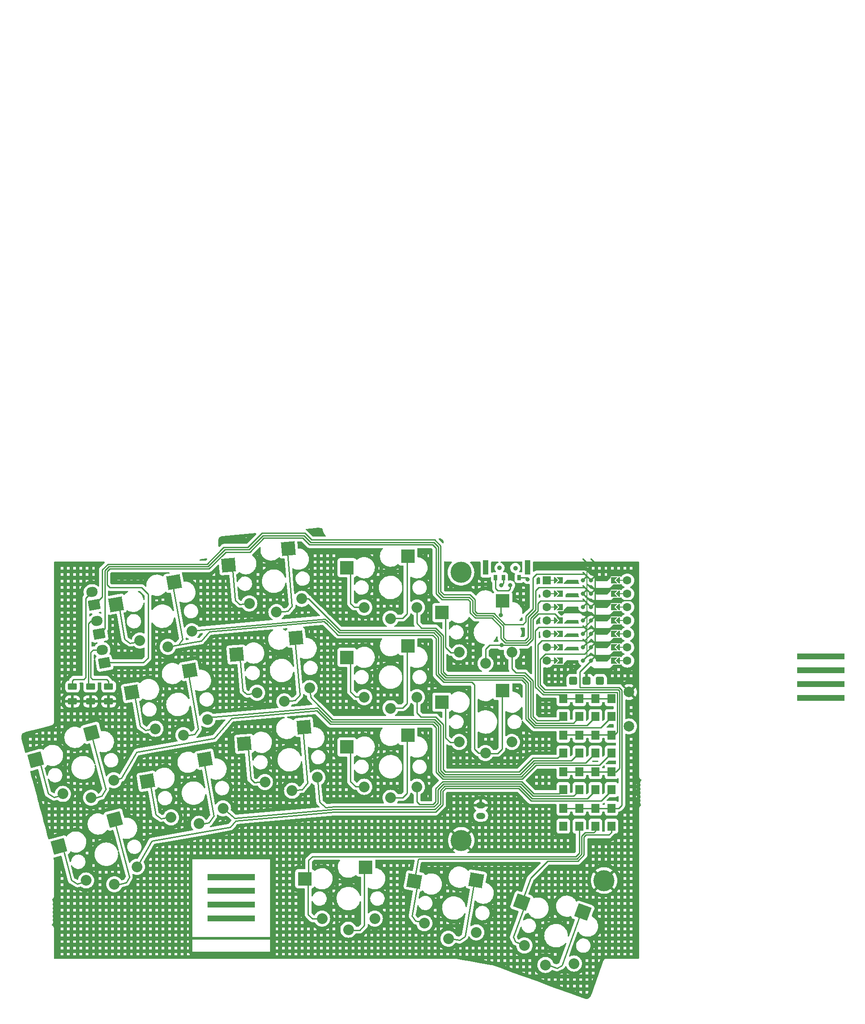
<source format=gbr>
%TF.GenerationSoftware,KiCad,Pcbnew,(6.0.8)*%
%TF.CreationDate,2023-01-01T21:59:49+01:00*%
%TF.ProjectId,rule169,72756c65-3136-4392-9e6b-696361645f70,v1.0.0*%
%TF.SameCoordinates,Original*%
%TF.FileFunction,Copper,L1,Top*%
%TF.FilePolarity,Positive*%
%FSLAX46Y46*%
G04 Gerber Fmt 4.6, Leading zero omitted, Abs format (unit mm)*
G04 Created by KiCad (PCBNEW (6.0.8)) date 2023-01-01 21:59:49*
%MOMM*%
%LPD*%
G01*
G04 APERTURE LIST*
G04 Aperture macros list*
%AMRoundRect*
0 Rectangle with rounded corners*
0 $1 Rounding radius*
0 $2 $3 $4 $5 $6 $7 $8 $9 X,Y pos of 4 corners*
0 Add a 4 corners polygon primitive as box body*
4,1,4,$2,$3,$4,$5,$6,$7,$8,$9,$2,$3,0*
0 Add four circle primitives for the rounded corners*
1,1,$1+$1,$2,$3*
1,1,$1+$1,$4,$5*
1,1,$1+$1,$6,$7*
1,1,$1+$1,$8,$9*
0 Add four rect primitives between the rounded corners*
20,1,$1+$1,$2,$3,$4,$5,0*
20,1,$1+$1,$4,$5,$6,$7,0*
20,1,$1+$1,$6,$7,$8,$9,0*
20,1,$1+$1,$8,$9,$2,$3,0*%
%AMHorizOval*
0 Thick line with rounded ends*
0 $1 width*
0 $2 $3 position (X,Y) of the first rounded end (center of the circle)*
0 $4 $5 position (X,Y) of the second rounded end (center of the circle)*
0 Add line between two ends*
20,1,$1,$2,$3,$4,$5,0*
0 Add two circle primitives to create the rounded ends*
1,1,$1,$2,$3*
1,1,$1,$4,$5*%
%AMRotRect*
0 Rectangle, with rotation*
0 The origin of the aperture is its center*
0 $1 length*
0 $2 width*
0 $3 Rotation angle, in degrees counterclockwise*
0 Add horizontal line*
21,1,$1,$2,0,0,$3*%
%AMFreePoly0*
4,1,6,0.600000,0.200000,0.000000,-0.400000,-0.600000,0.200000,-0.600000,0.400000,0.600000,0.400000,0.600000,0.200000,0.600000,0.200000,$1*%
%AMFreePoly1*
4,1,5,0.125000,-0.500000,-0.125000,-0.500000,-0.125000,0.500000,0.125000,0.500000,0.125000,-0.500000,0.125000,-0.500000,$1*%
%AMFreePoly2*
4,1,49,0.088388,4.152388,0.854389,3.386388,0.867708,3.368551,0.871189,3.365530,0.871982,3.362827,0.875852,3.357644,0.882333,3.327543,0.891000,3.298000,0.891000,0.766000,0.887805,0.743969,0.888131,0.739371,0.886780,0.736898,0.885852,0.730498,0.869154,0.704638,0.854389,0.677612,0.088388,-0.088388,0.064607,-0.106146,0.062500,-0.108253,0.061385,-0.108552,0.059644,-0.109852,
0.043810,-0.113261,0.000000,-0.125000,-0.004774,-0.123721,-0.009154,-0.124664,-0.028953,-0.117242,-0.062500,-0.108253,-0.068237,-0.102516,-0.075052,-0.099961,-0.087614,-0.083139,-0.108253,-0.062500,-0.111178,-0.051584,-0.117161,-0.043572,-0.118539,-0.024114,-0.125000,0.000000,-0.121239,0.014035,-0.122131,0.026629,-0.113759,0.041953,-0.108253,0.062500,-0.095642,0.075111,-0.088388,0.088388,
0.641000,0.817777,0.641000,3.246223,-0.088388,3.975612,-0.109852,4.004356,-0.124664,4.073154,-0.099961,4.139052,-0.043572,4.181161,0.026629,4.186131,0.088388,4.152388,0.088388,4.152388,$1*%
%AMFreePoly3*
4,1,6,0.600000,-0.250000,-0.600000,-0.250000,-0.600000,1.000000,0.000000,0.400000,0.600000,1.000000,0.600000,-0.250000,0.600000,-0.250000,$1*%
%AMFreePoly4*
4,1,49,0.088388,4.152388,0.850389,3.390388,0.863708,3.372551,0.867189,3.369530,0.867982,3.366827,0.871852,3.361644,0.878333,3.331543,0.887000,3.302000,0.887000,0.762000,0.883805,0.739969,0.884131,0.735371,0.882780,0.732898,0.881852,0.726498,0.865154,0.700638,0.850389,0.673612,0.088388,-0.088388,0.064607,-0.106146,0.062500,-0.108253,0.061385,-0.108552,0.059644,-0.109852,
0.043810,-0.113261,0.000000,-0.125000,-0.004774,-0.123721,-0.009154,-0.124664,-0.028953,-0.117242,-0.062500,-0.108253,-0.068237,-0.102516,-0.075052,-0.099961,-0.087614,-0.083139,-0.108253,-0.062500,-0.111178,-0.051584,-0.117161,-0.043572,-0.118539,-0.024114,-0.125000,0.000000,-0.121239,0.014035,-0.122131,0.026629,-0.113759,0.041953,-0.108253,0.062500,-0.095642,0.075111,-0.088388,0.088388,
0.637000,0.813777,0.637000,3.250223,-0.088388,3.975612,-0.109852,4.004356,-0.124664,4.073154,-0.099961,4.139052,-0.043572,4.181161,0.026629,4.186131,0.088388,4.152388,0.088388,4.152388,$1*%
G04 Aperture macros list end*
%TA.AperFunction,NonConductor*%
%ADD10C,0.000000*%
%TD*%
%TA.AperFunction,ComponentPad*%
%ADD11HorizOval,1.905000X-0.125071X-0.022053X0.125071X0.022053X0*%
%TD*%
%TA.AperFunction,ComponentPad*%
%ADD12RotRect,1.905000X2.159000X100.000000*%
%TD*%
%TA.AperFunction,ComponentPad*%
%ADD13C,2.032000*%
%TD*%
%TA.AperFunction,SMDPad,CuDef*%
%ADD14RotRect,2.600000X2.600000X5.000000*%
%TD*%
%TA.AperFunction,ComponentPad*%
%ADD15R,1.500000X1.800000*%
%TD*%
%TA.AperFunction,SMDPad,CuDef*%
%ADD16R,2.600000X2.600000*%
%TD*%
%TA.AperFunction,SMDPad,CuDef*%
%ADD17RotRect,2.600000X2.600000X15.000000*%
%TD*%
%TA.AperFunction,WasherPad*%
%ADD18C,0.900000*%
%TD*%
%TA.AperFunction,SMDPad,CuDef*%
%ADD19R,0.700000X1.000000*%
%TD*%
%TA.AperFunction,SMDPad,CuDef*%
%ADD20R,1.000000X2.800000*%
%TD*%
%TA.AperFunction,WasherPad*%
%ADD21C,4.000000*%
%TD*%
%TA.AperFunction,SMDPad,CuDef*%
%ADD22RotRect,2.600000X2.600000X10.000000*%
%TD*%
%TA.AperFunction,ComponentPad*%
%ADD23C,1.600000*%
%TD*%
%TA.AperFunction,SMDPad,CuDef*%
%ADD24FreePoly0,270.000000*%
%TD*%
%TA.AperFunction,SMDPad,CuDef*%
%ADD25FreePoly0,90.000000*%
%TD*%
%TA.AperFunction,SMDPad,CuDef*%
%ADD26FreePoly1,90.000000*%
%TD*%
%TA.AperFunction,SMDPad,CuDef*%
%ADD27FreePoly1,270.000000*%
%TD*%
%TA.AperFunction,ComponentPad*%
%ADD28R,1.600000X1.600000*%
%TD*%
%TA.AperFunction,SMDPad,CuDef*%
%ADD29FreePoly2,270.000000*%
%TD*%
%TA.AperFunction,SMDPad,CuDef*%
%ADD30FreePoly3,270.000000*%
%TD*%
%TA.AperFunction,ComponentPad*%
%ADD31C,0.800000*%
%TD*%
%TA.AperFunction,SMDPad,CuDef*%
%ADD32FreePoly4,90.000000*%
%TD*%
%TA.AperFunction,SMDPad,CuDef*%
%ADD33FreePoly3,90.000000*%
%TD*%
%TA.AperFunction,ComponentPad*%
%ADD34RoundRect,0.400000X-0.400000X-0.400000X0.400000X-0.400000X0.400000X0.400000X-0.400000X0.400000X0*%
%TD*%
%TA.AperFunction,ComponentPad*%
%ADD35O,1.750000X1.200000*%
%TD*%
%TA.AperFunction,ComponentPad*%
%ADD36C,4.000000*%
%TD*%
%TA.AperFunction,ComponentPad*%
%ADD37C,2.000000*%
%TD*%
%TA.AperFunction,SMDPad,CuDef*%
%ADD38RotRect,2.600000X2.600000X340.000000*%
%TD*%
%TA.AperFunction,SMDPad,CuDef*%
%ADD39RotRect,2.600000X2.600000X350.000000*%
%TD*%
%TA.AperFunction,ComponentPad*%
%ADD40RoundRect,0.250000X-0.625000X0.375000X-0.625000X-0.375000X0.625000X-0.375000X0.625000X0.375000X0*%
%TD*%
%TA.AperFunction,ViaPad*%
%ADD41C,0.800000*%
%TD*%
%TA.AperFunction,Conductor*%
%ADD42C,0.250000*%
%TD*%
G04 APERTURE END LIST*
D10*
G36*
X292773826Y-48571260D02*
G01*
X283803428Y-48571260D01*
X283803428Y-47441311D01*
X292773826Y-47441311D01*
X292773826Y-48571260D01*
G37*
G36*
X180883938Y-95637566D02*
G01*
X171913509Y-95637566D01*
X171913509Y-94507622D01*
X180883938Y-94507622D01*
X180883938Y-95637566D01*
G37*
G36*
X292773826Y-51184990D02*
G01*
X283803428Y-51184990D01*
X283803428Y-50055040D01*
X292773826Y-50055040D01*
X292773826Y-51184990D01*
G37*
G36*
X180883938Y-90409753D02*
G01*
X171913509Y-90409753D01*
X171913509Y-89279809D01*
X180883938Y-89279809D01*
X180883938Y-90409753D01*
G37*
G36*
X292773826Y-53799074D02*
G01*
X283803428Y-53799073D01*
X283803428Y-52669126D01*
X292773826Y-52669126D01*
X292773826Y-53799074D01*
G37*
G36*
X292773825Y-45958229D02*
G01*
X283803427Y-45958229D01*
X283803428Y-44828279D01*
X292773826Y-44828279D01*
X292773825Y-45958229D01*
G37*
G36*
X180883939Y-87796380D02*
G01*
X171913510Y-87796380D01*
X171913509Y-86666428D01*
X180883939Y-86666428D01*
X180883939Y-87796380D01*
G37*
G36*
X180883938Y-93023133D02*
G01*
X171913509Y-93023133D01*
X171913509Y-91893189D01*
X180883938Y-91893189D01*
X180883938Y-93023133D01*
G37*
D11*
%TO.P,L1,1,K*%
%TO.N,/PL1*%
X149984042Y-33150014D03*
D12*
%TO.P,L1,2,A*%
%TO.N,LED0*%
X150422330Y-35635669D03*
%TD*%
D13*
%TO.P,S11,1,1*%
%TO.N,col1*%
X187973781Y-70848801D03*
D14*
X190203523Y-58758458D03*
D13*
%TO.P,S11,2,2*%
%TO.N,Net-(D11-Pad2)*%
X192771727Y-68321013D03*
D14*
X178889217Y-61956736D03*
D13*
X182809780Y-69192571D03*
%TD*%
D15*
%TO.P,D2,1,K*%
%TO.N,row0*%
X245500765Y-53384830D03*
%TO.P,D2,2,A*%
%TO.N,Net-(D2-Pad2)*%
X245500765Y-56784830D03*
%TD*%
%TO.P,D12,1,K*%
%TO.N,row2*%
X239396434Y-67240275D03*
%TO.P,D12,2,A*%
%TO.N,Net-(D12-Pad2)*%
X239396434Y-70640275D03*
%TD*%
D13*
%TO.P,S13,1,1*%
%TO.N,col3*%
X224648729Y-63703880D03*
D16*
X227923729Y-51853880D03*
D13*
%TO.P,S13,2,2*%
%TO.N,Net-(D13-Pad2)*%
X219648729Y-61603880D03*
X229648729Y-61603880D03*
D16*
X216373729Y-54053880D03*
%TD*%
D15*
%TO.P,D16,1,K*%
%TO.N,row3*%
X242444430Y-74167999D03*
%TO.P,D16,2,A*%
%TO.N,Net-(D16-Pad2)*%
X242444430Y-77567999D03*
%TD*%
D13*
%TO.P,S4,1,1*%
%TO.N,col0*%
X224648731Y-46703873D03*
D16*
X227923731Y-34853873D03*
D13*
%TO.P,S4,2,2*%
%TO.N,Net-(D4-Pad2)*%
X219648731Y-44603873D03*
X229648731Y-44603873D03*
D16*
X216373731Y-37053873D03*
%TD*%
D15*
%TO.P,D4,1,K*%
%TO.N,row0*%
X239396428Y-53384830D03*
%TO.P,D4,2,A*%
%TO.N,Net-(D4-Pad2)*%
X239396428Y-56784830D03*
%TD*%
%TO.P,D5,1,K*%
%TO.N,row1*%
X248540436Y-60312552D03*
%TO.P,D5,2,A*%
%TO.N,Net-(D5-Pad2)*%
X248540436Y-63712552D03*
%TD*%
%TO.P,D14,1,K*%
%TO.N,row3*%
X248540430Y-74168000D03*
%TO.P,D14,2,A*%
%TO.N,Net-(D14-Pad2)*%
X248540430Y-77568000D03*
%TD*%
D16*
%TO.P,S12,1,1*%
%TO.N,col0*%
X209923730Y-60353877D03*
D13*
X206648730Y-72203877D03*
%TO.P,S12,2,2*%
%TO.N,Net-(D12-Pad2)*%
X211648730Y-70103877D03*
X201648730Y-70103877D03*
D16*
X198373730Y-62553877D03*
%TD*%
D15*
%TO.P,D15,1,K*%
%TO.N,row3*%
X245492430Y-74167999D03*
%TO.P,D15,2,A*%
%TO.N,Net-(D15-Pad2)*%
X245492430Y-77567999D03*
%TD*%
%TO.P,D8,1,K*%
%TO.N,row1*%
X239396424Y-60312553D03*
%TO.P,D8,2,A*%
%TO.N,Net-(D8-Pad2)*%
X239396424Y-63712553D03*
%TD*%
D16*
%TO.P,S3,1,1*%
%TO.N,col1*%
X209923726Y-26353870D03*
D13*
X206648726Y-38203870D03*
%TO.P,S3,2,2*%
%TO.N,Net-(D3-Pad2)*%
X211648726Y-36103870D03*
D16*
X198373726Y-28553870D03*
D13*
X201648726Y-36103870D03*
%TD*%
%TO.P,S2,1,1*%
%TO.N,col2*%
X185010489Y-36978180D03*
D14*
X187240231Y-24887837D03*
%TO.P,S2,2,2*%
%TO.N,Net-(D2-Pad2)*%
X175925925Y-28086115D03*
D13*
X179846488Y-35321950D03*
X189808435Y-34450392D03*
%TD*%
%TO.P,S8,1,1*%
%TO.N,col0*%
X206648724Y-55203883D03*
D16*
X209923724Y-43353883D03*
D13*
%TO.P,S8,2,2*%
%TO.N,Net-(D8-Pad2)*%
X211648724Y-53103883D03*
X201648724Y-53103883D03*
D16*
X198373724Y-45553883D03*
%TD*%
D13*
%TO.P,S5,1,1*%
%TO.N,col3*%
X149855406Y-72182257D03*
D17*
X149951808Y-59888404D03*
D13*
%TO.P,S5,2,2*%
%TO.N,Net-(D5-Pad2)*%
X154141516Y-68859718D03*
X144482257Y-71447908D03*
D17*
X139364766Y-65002801D03*
%TD*%
D15*
%TO.P,D10,1,K*%
%TO.N,row2*%
X245492428Y-67240275D03*
%TO.P,D10,2,A*%
%TO.N,Net-(D10-Pad2)*%
X245492428Y-70640275D03*
%TD*%
D18*
%TO.P,PSW1,*%
%TO.N,*%
X230314000Y-28614566D03*
X227314000Y-28564566D03*
D19*
%TO.P,PSW1,1,A*%
%TO.N,MCU+*%
X231064000Y-30414566D03*
%TO.P,PSW1,2,B*%
%TO.N,Net-(BT1-Pad1)*%
X228064000Y-30414566D03*
%TO.P,PSW1,3,C*%
%TO.N,unconnected-(PSW1-Pad3)*%
X226564000Y-30414566D03*
D20*
%TO.P,PSW1,NC*%
%TO.N,N/C*%
X224714000Y-28514566D03*
X232664000Y-28514566D03*
%TD*%
D15*
%TO.P,D6,1,K*%
%TO.N,row1*%
X245492431Y-60312553D03*
%TO.P,D6,2,A*%
%TO.N,Net-(D6-Pad2)*%
X245492431Y-63712553D03*
%TD*%
%TO.P,D1,1,K*%
%TO.N,row0*%
X248540433Y-53384830D03*
%TO.P,D1,2,A*%
%TO.N,Net-(D1-Pad2)*%
X248540433Y-56784830D03*
%TD*%
D21*
%TO.P,REF\u002A\u002A,*%
%TO.N,*%
X220008156Y-29408474D03*
%TD*%
D22*
%TO.P,S6,1,1*%
%TO.N,col2*%
X168509178Y-48054956D03*
D13*
X167341663Y-60293626D03*
D22*
%TO.P,S6,2,2*%
%TO.N,Net-(D6-Pad2)*%
X157516674Y-52227170D03*
D13*
X162052963Y-59093770D03*
X171901041Y-57357289D03*
%TD*%
D17*
%TO.P,S9,1,1*%
%TO.N,col3*%
X154351731Y-76309149D03*
D13*
X154255329Y-88603002D03*
%TO.P,S9,2,2*%
%TO.N,Net-(D9-Pad2)*%
X148882180Y-87868653D03*
X158541439Y-85280463D03*
D17*
X143764689Y-81423546D03*
%TD*%
D23*
%TO.P,U1,*%
%TO.N,*%
X236304209Y-46199069D03*
D24*
X249766209Y-43659069D03*
D23*
X251544209Y-33499069D03*
D25*
X238082209Y-43659069D03*
D26*
X237574209Y-41119069D03*
D25*
X238082209Y-38579069D03*
D27*
X250274209Y-46199069D03*
D23*
X251544209Y-41119069D03*
D27*
X250274209Y-33499069D03*
X250274209Y-41119069D03*
D25*
X238082209Y-30959069D03*
D24*
X249766209Y-38579069D03*
D23*
X251544209Y-43659069D03*
D24*
X249766209Y-30959069D03*
D26*
X237574209Y-30959069D03*
D24*
X249766209Y-41119069D03*
D26*
X237574209Y-43659069D03*
D27*
X250274209Y-38579069D03*
D26*
X237574209Y-38579069D03*
D24*
X249766209Y-36039069D03*
D23*
X251544209Y-38579069D03*
D26*
X237574209Y-46199069D03*
D27*
X250274209Y-30959069D03*
D25*
X238082209Y-36039069D03*
X238082209Y-41119069D03*
D23*
X251544209Y-46199069D03*
D26*
X237574209Y-36039069D03*
D24*
X249766209Y-46199069D03*
D25*
X238082209Y-33499069D03*
D23*
X236304209Y-36039069D03*
X236304209Y-41119069D03*
D28*
X236304209Y-30959069D03*
D23*
X236304209Y-43659069D03*
X236304209Y-33499069D03*
D25*
X238082209Y-46199069D03*
D27*
X250274209Y-36039069D03*
X250274209Y-43659069D03*
D24*
X249766209Y-33499069D03*
D23*
X236304209Y-38579069D03*
X251544209Y-36039069D03*
X236304209Y-30959069D03*
D26*
X237574209Y-33499069D03*
D23*
X251544209Y-30959069D03*
D29*
%TO.P,U1,1,A2/0.02_H*%
%TO.N,LED0*%
X244686209Y-30959069D03*
D30*
X248750209Y-30959069D03*
D31*
X244686209Y-30959069D03*
%TO.P,U1,2,A4/0.03_H*%
%TO.N,LED1*%
X244686209Y-33499069D03*
D30*
X248750209Y-33499069D03*
D29*
X244686209Y-33499069D03*
%TO.P,U1,3,A10/0.28*%
%TO.N,LED2*%
X244686209Y-36039069D03*
D31*
X244686209Y-36039069D03*
D30*
X248750209Y-36039069D03*
%TO.P,U1,4,A11/0.29*%
%TO.N,row0*%
X248750209Y-38579069D03*
D31*
X244686209Y-38579069D03*
D29*
X244686209Y-38579069D03*
D31*
%TO.P,U1,5,A8_SDA/0.04_H*%
%TO.N,row1*%
X244686209Y-41119069D03*
D30*
X248750209Y-41119069D03*
D29*
X244686209Y-41119069D03*
%TO.P,U1,6,A9_SCL/0.05_H*%
%TO.N,row2*%
X244686209Y-43659069D03*
D31*
X244686209Y-43659069D03*
D30*
X248750209Y-43659069D03*
D31*
%TO.P,U1,7,B8_TX/1.11*%
%TO.N,row3*%
X244686209Y-46199069D03*
D30*
X248750209Y-46199069D03*
D29*
X244686209Y-46199069D03*
D31*
%TO.P,U1,8,B9_RX/1.12*%
%TO.N,col3*%
X243162209Y-46199069D03*
D32*
X243162209Y-46199069D03*
D33*
X239098209Y-46199069D03*
D31*
%TO.P,U1,9,A7_SCK/1.13*%
%TO.N,col2*%
X243162209Y-43659069D03*
D32*
X243162209Y-43659069D03*
D33*
X239098209Y-43659069D03*
%TO.P,U1,10,A5_MISO/1.14*%
%TO.N,col1*%
X239098209Y-41119069D03*
D32*
X243162209Y-41119069D03*
D31*
X243162209Y-41119069D03*
%TO.P,U1,11,A6_MOSI/1.15*%
%TO.N,col0*%
X243162209Y-38579069D03*
D32*
X243162209Y-38579069D03*
D33*
X239098209Y-38579069D03*
%TO.P,U1,12,3V3*%
%TO.N,unconnected-(U1-Pad12)*%
X239098209Y-36039069D03*
D32*
X243162209Y-36039069D03*
D31*
X243162209Y-36039069D03*
D33*
%TO.P,U1,13,GND*%
%TO.N,GND*%
X239098209Y-33499069D03*
D31*
X243162209Y-33499069D03*
D32*
X243162209Y-33499069D03*
%TO.P,U1,14,5V*%
%TO.N,unconnected-(U1-Pad14)*%
X243162209Y-30959069D03*
D31*
X243162209Y-30959069D03*
D33*
X239098209Y-30959069D03*
D34*
%TO.P,U1,17,RESET*%
%TO.N,RESET*%
X246362609Y-50009069D03*
%TO.P,U1,19,BAT*%
%TO.N,MCU+*%
X241282609Y-50009069D03*
%TO.P,U1,20,GND*%
%TO.N,GND*%
X243822609Y-50009069D03*
%TD*%
D22*
%TO.P,S1,1,1*%
%TO.N,col3*%
X165557164Y-31313222D03*
D13*
X164389649Y-43551892D03*
%TO.P,S1,2,2*%
%TO.N,Net-(D1-Pad2)*%
X168949027Y-40615555D03*
D22*
X154564660Y-35485436D03*
D13*
X159100949Y-42352036D03*
%TD*%
D15*
%TO.P,D11,1,K*%
%TO.N,row2*%
X242444431Y-67240275D03*
%TO.P,D11,2,A*%
%TO.N,Net-(D11-Pad2)*%
X242444431Y-70640275D03*
%TD*%
%TO.P,D9,1,K*%
%TO.N,row2*%
X248540426Y-67240275D03*
%TO.P,D9,2,A*%
%TO.N,Net-(D9-Pad2)*%
X248540426Y-70640275D03*
%TD*%
D14*
%TO.P,S7,1,1*%
%TO.N,col1*%
X188721867Y-41823149D03*
D13*
X186492125Y-53913492D03*
%TO.P,S7,2,2*%
%TO.N,Net-(D7-Pad2)*%
X181328124Y-52257262D03*
D14*
X177407561Y-45021427D03*
D13*
X191290071Y-51385704D03*
%TD*%
D35*
%TO.P,BT1,1,+*%
%TO.N,Net-(BT1-Pad1)*%
X223775423Y-75609831D03*
%TO.P,BT1,2,-*%
%TO.N,GND*%
X223775423Y-73609831D03*
%TD*%
D36*
%TO.P,,*%
%TO.N,GND*%
X220058958Y-80270473D03*
%TD*%
D37*
%TO.P,RSW1,1,1*%
%TO.N,GND*%
X251870956Y-52141473D03*
%TO.P,RSW1,2,2*%
%TO.N,RESET*%
X251870956Y-58641473D03*
%TD*%
D13*
%TO.P,S10,1,1*%
%TO.N,col2*%
X170293675Y-77117149D03*
D22*
X171461190Y-64878479D03*
D13*
%TO.P,S10,2,2*%
%TO.N,Net-(D10-Pad2)*%
X174853053Y-74180812D03*
D22*
X160468686Y-69050693D03*
D13*
X165004975Y-75917293D03*
%TD*%
D38*
%TO.P,S14,1,1*%
%TO.N,col2*%
X243144820Y-93878443D03*
D13*
X236014388Y-103893684D03*
%TO.P,S14,2,2*%
%TO.N,Net-(D14-Pad2)*%
X241431094Y-103630431D03*
X232034167Y-100210229D03*
D38*
X231538926Y-91995434D03*
%TD*%
D13*
%TO.P,S15,1,1*%
%TO.N,col1*%
X217624193Y-98914246D03*
D39*
X222907169Y-87812972D03*
D13*
%TO.P,S15,2,2*%
%TO.N,Net-(D15-Pad2)*%
X213064815Y-95977909D03*
D39*
X211150614Y-87973912D03*
D13*
X222912893Y-97714390D03*
%TD*%
D15*
%TO.P,D7,1,K*%
%TO.N,row1*%
X242444428Y-60312553D03*
%TO.P,D7,2,A*%
%TO.N,Net-(D7-Pad2)*%
X242444428Y-63712553D03*
%TD*%
%TO.P,D13,1,K*%
%TO.N,row3*%
X239396430Y-74167999D03*
%TO.P,D13,2,A*%
%TO.N,Net-(D13-Pad2)*%
X239396430Y-77567999D03*
%TD*%
D11*
%TO.P,L2,1,K*%
%TO.N,/PL2*%
X150952999Y-38645246D03*
D12*
%TO.P,L2,2,A*%
%TO.N,LED1*%
X151391287Y-41130901D03*
%TD*%
D11*
%TO.P,L3,1,K*%
%TO.N,/PL3*%
X151921957Y-44140474D03*
D12*
%TO.P,L3,2,A*%
%TO.N,LED2*%
X152360245Y-46626129D03*
%TD*%
D15*
%TO.P,D3,1,K*%
%TO.N,row0*%
X242461096Y-53384830D03*
%TO.P,D3,2,A*%
%TO.N,Net-(D3-Pad2)*%
X242461096Y-56784830D03*
%TD*%
D36*
%TO.P,,*%
%TO.N,GND*%
X247141998Y-87883997D03*
%TD*%
D16*
%TO.P,S16,1,1*%
%TO.N,col0*%
X201923728Y-85353877D03*
D13*
X198648728Y-97203877D03*
D16*
%TO.P,S16,2,2*%
%TO.N,Net-(D16-Pad2)*%
X190373728Y-87553877D03*
D13*
X203648728Y-95103877D03*
X193648728Y-95103877D03*
%TD*%
D40*
%TO.P,R2,1*%
%TO.N,/PL2*%
X149734424Y-51098831D03*
%TO.P,R2,2*%
%TO.N,GND*%
X149734424Y-53898831D03*
%TD*%
%TO.P,R1,1*%
%TO.N,/PL1*%
X146305423Y-51098831D03*
%TO.P,R1,2*%
%TO.N,GND*%
X146305423Y-53898831D03*
%TD*%
%TO.P,R3,1*%
%TO.N,/PL3*%
X153163424Y-51098831D03*
%TO.P,R3,2*%
%TO.N,GND*%
X153163424Y-53898831D03*
%TD*%
D41*
%TO.N,Net-(BT1-Pad1)*%
X227631483Y-31877000D03*
%TO.N,MCU+*%
X232664000Y-30734000D03*
%TO.N,unconnected-(PSW1-Pad3)*%
X229362000Y-31877000D03*
%TO.N,col0*%
X227590413Y-37504842D03*
X227690810Y-43246445D03*
%TD*%
D42*
%TO.N,GND*%
X251865246Y-34715831D02*
X253112424Y-34715831D01*
X251838603Y-34742473D02*
X251865246Y-34715831D01*
X243162209Y-33499070D02*
X244405612Y-34742473D01*
X244405612Y-34742473D02*
X251838603Y-34742473D01*
%TO.N,Net-(BT1-Pad1)*%
X228064000Y-31444483D02*
X227631483Y-31877000D01*
X228064000Y-30414566D02*
X228064000Y-31444483D01*
%TO.N,row0*%
X239352213Y-53389071D02*
X242400206Y-53389075D01*
X235576758Y-52614068D02*
X238577209Y-52614067D01*
X234098209Y-51135517D02*
X235576758Y-52614068D01*
X238577209Y-52614067D02*
X239352213Y-53389071D01*
X245448205Y-53389066D02*
X245448210Y-53389068D01*
X245448210Y-53389068D02*
X248496199Y-53389067D01*
X244686208Y-38579070D02*
X243442806Y-39822474D01*
X243442806Y-39822474D02*
X234789457Y-39822474D01*
X234789457Y-39822474D02*
X234098208Y-40513722D01*
X242400206Y-53389075D02*
X242400213Y-53389061D01*
X242400213Y-53389061D02*
X245448205Y-53389066D01*
X234098208Y-40513722D02*
X234098209Y-51135517D01*
%TO.N,Net-(D1-Pad2)*%
X231558820Y-49834973D02*
X216924256Y-49834973D01*
X232298710Y-57309344D02*
X232298710Y-50574863D01*
X211891685Y-40867472D02*
X211891188Y-40866975D01*
X196866813Y-40867463D02*
X194522320Y-38522968D01*
X248496205Y-56789060D02*
X248496207Y-56939059D01*
X215732752Y-48643470D02*
X215732752Y-41785470D01*
X248496207Y-56939059D02*
X246522191Y-58913077D01*
X215732752Y-41785470D02*
X214814754Y-40867472D01*
X211891188Y-40866975D02*
X211607228Y-40866975D01*
X157237695Y-42853508D02*
X159531300Y-42449082D01*
X194213438Y-38267194D02*
X169074004Y-40466609D01*
X233902439Y-58913077D02*
X232298710Y-57309344D01*
X211606733Y-40867471D02*
X196866813Y-40867463D01*
X211607228Y-40866975D02*
X211606733Y-40867471D01*
X232298710Y-50574863D02*
X231558820Y-49834973D01*
X214814754Y-40867472D02*
X211891685Y-40867472D01*
X156216941Y-42138770D02*
X157237695Y-42853508D01*
X194516984Y-38521899D02*
X194213438Y-38267194D01*
X169074004Y-40466609D02*
X168949024Y-40615555D01*
X246522191Y-58913077D02*
X233902439Y-58913077D01*
X216924256Y-49834973D02*
X215732752Y-48643470D01*
X155051896Y-35531449D02*
X156216941Y-42138770D01*
%TO.N,Net-(D2-Pad2)*%
X234088629Y-58463576D02*
X232748211Y-57123157D01*
X215000944Y-40417971D02*
X212077874Y-40417971D01*
X232748211Y-57123157D02*
X232748210Y-50388672D01*
X176563102Y-28015328D02*
X177151632Y-34742250D01*
X216182253Y-41599281D02*
X215000944Y-40417971D01*
X245448208Y-56939070D02*
X243923703Y-58463577D01*
X231745009Y-49385472D02*
X217110445Y-49385472D01*
X217110445Y-49385472D02*
X216182253Y-48457281D01*
X178059227Y-35503809D02*
X180422561Y-35297047D01*
X194708716Y-38072970D02*
X194707997Y-38072968D01*
X216182253Y-48457281D02*
X216182253Y-41599281D01*
X177151632Y-34742250D02*
X178059227Y-35503809D01*
X212077874Y-40417971D02*
X212077367Y-40417464D01*
X212077367Y-40417464D02*
X197053207Y-40417464D01*
X243923703Y-58463577D02*
X234088629Y-58463576D01*
X245448209Y-56789071D02*
X245448208Y-56939070D01*
X232748210Y-50388672D02*
X231745009Y-49385472D01*
X191085432Y-34450396D02*
X189808432Y-34450393D01*
X194707997Y-38072968D02*
X191085432Y-34450396D01*
X197053207Y-40417464D02*
X194708716Y-38072970D01*
%TO.N,row1*%
X247269000Y-52164068D02*
X247264758Y-52159826D01*
X239396424Y-60198000D02*
X249174000Y-60198000D01*
X235360957Y-42362473D02*
X243442805Y-42362473D01*
X240471427Y-52159834D02*
X235758919Y-52159834D01*
X240471435Y-52159826D02*
X240471427Y-52159834D01*
X247264758Y-52159826D02*
X240471435Y-52159826D01*
X249615419Y-59756581D02*
X249615419Y-52159830D01*
X243442805Y-42362473D02*
X244686209Y-41119070D01*
X235758919Y-52159834D02*
X234548208Y-50949121D01*
X249174000Y-60198000D02*
X249615419Y-59756581D01*
X247273233Y-52159830D02*
X247269000Y-52164063D01*
X234548208Y-50949121D02*
X234548209Y-43175222D01*
X234548209Y-43175222D02*
X235360957Y-42362473D01*
X249615419Y-52159830D02*
X247273233Y-52159830D01*
%TO.N,Net-(D3-Pad2)*%
X216631755Y-48271092D02*
X216631754Y-41413092D01*
X241325205Y-58014073D02*
X234275521Y-58014074D01*
X212518063Y-39968470D02*
X211648727Y-39099134D01*
X233197712Y-56936264D02*
X233197711Y-50202482D01*
X234275521Y-58014074D02*
X233197712Y-56936264D01*
X233197711Y-50202482D02*
X231931198Y-48935971D01*
X199047742Y-35301785D02*
X199757585Y-36011625D01*
X199047744Y-28421233D02*
X199047742Y-35301785D01*
X199757585Y-36011625D02*
X202257857Y-36011618D01*
X216631754Y-41413092D02*
X215187133Y-39968470D01*
X215187133Y-39968470D02*
X212518063Y-39968470D01*
X211648727Y-39099134D02*
X211648727Y-36103876D01*
X217296634Y-48935971D02*
X216631755Y-48271092D01*
X231931198Y-48935971D02*
X217296634Y-48935971D01*
X242400213Y-56789062D02*
X242400215Y-56939062D01*
X242400215Y-56939062D02*
X241325205Y-58014073D01*
%TO.N,Net-(D4-Pad2)*%
X238577212Y-57564070D02*
X234461213Y-57564075D01*
X229648733Y-47699250D02*
X229648732Y-44603872D01*
X233648207Y-56751067D02*
X233648211Y-50016586D01*
X218088969Y-44647616D02*
X220291852Y-44647616D01*
X230435459Y-48485976D02*
X229648733Y-47699250D01*
X234461213Y-57564075D02*
X233648207Y-56751067D01*
X217081755Y-43640402D02*
X218088969Y-44647616D01*
X232117594Y-48485976D02*
X230435459Y-48485976D01*
X233648211Y-50016586D02*
X232117594Y-48485976D01*
X239352209Y-56789069D02*
X238577212Y-57564070D01*
X217081756Y-37057237D02*
X217081755Y-43640402D01*
%TO.N,Net-(D5-Pad2)*%
X215266423Y-58845831D02*
X214638571Y-58217978D01*
X195206637Y-58217978D02*
X192649452Y-55660793D01*
X216547316Y-68638499D02*
X215265925Y-67357108D01*
X139975216Y-65000046D02*
X141698433Y-71431177D01*
X248540436Y-63712552D02*
X246237713Y-66015275D01*
X231589501Y-68638499D02*
X216547316Y-68638499D01*
X214638571Y-58217978D02*
X195206637Y-58217978D01*
X215265925Y-58846329D02*
X215266423Y-58845831D01*
X158473033Y-63532030D02*
X155626870Y-68461721D01*
X234212725Y-66015275D02*
X231589501Y-68638499D01*
X192649452Y-55660793D02*
X176469567Y-57076345D01*
X176469567Y-57076345D02*
X173237027Y-60928736D01*
X141698433Y-71431177D02*
X142840364Y-72090466D01*
X246237713Y-66015275D02*
X234212725Y-66015275D01*
X142840364Y-72090466D02*
X145040483Y-71500949D01*
X215265925Y-67357108D02*
X215265925Y-58846329D01*
X155626870Y-68461721D02*
X154141523Y-68859720D01*
X173237027Y-60928736D02*
X158473033Y-63532030D01*
%TO.N,Net-(D6-Pad2)*%
X192953855Y-55329436D02*
X192915237Y-55290818D01*
X193082977Y-55458559D02*
X193081016Y-55436137D01*
X245492431Y-63712553D02*
X243639210Y-65565774D01*
X231412240Y-68180070D02*
X223341086Y-68180070D01*
X192785943Y-55161511D02*
X192785938Y-55161508D01*
X213554788Y-57767978D02*
X195392397Y-57767978D01*
X223340587Y-68180569D02*
X216725076Y-68180569D01*
X215715924Y-66797629D02*
X215715924Y-58659642D01*
X192785944Y-55161523D02*
X192785943Y-55161511D01*
X192915237Y-55290818D02*
X192913272Y-55268368D01*
X216725076Y-68180569D02*
X215715426Y-67170919D01*
X243639210Y-65565774D02*
X234026536Y-65565774D01*
X159127983Y-58648091D02*
X160148743Y-59362829D01*
X195392397Y-57767978D02*
X193082977Y-55458559D01*
X213555286Y-57768477D02*
X213554788Y-57767978D01*
X192783978Y-55139076D02*
X172255286Y-56935104D01*
X215715924Y-58659642D02*
X214824760Y-57768477D01*
X234026536Y-65565774D02*
X231412240Y-68180070D01*
X192785938Y-55161508D02*
X192783978Y-55139076D01*
X214824760Y-57768477D02*
X213555286Y-57768477D01*
X193081016Y-55436137D02*
X192953855Y-55329436D01*
X215715426Y-66798127D02*
X215715924Y-66797629D01*
X157962932Y-52040778D02*
X159127983Y-58648091D01*
X223341086Y-68180070D02*
X223340587Y-68180569D01*
X160148743Y-59362829D02*
X162442336Y-58958408D01*
X192913272Y-55268368D02*
X192785944Y-55161523D01*
X215715426Y-67170919D02*
X215715426Y-66798127D01*
X172255286Y-56935104D02*
X171901042Y-57357285D01*
%TO.N,row2*%
X246868705Y-51709826D02*
X246869204Y-51710325D01*
X249232499Y-51709830D02*
X249801815Y-51709830D01*
X234998208Y-45914079D02*
X234998209Y-50762726D01*
X247283260Y-51709826D02*
X249232499Y-51709826D01*
X244686210Y-43659070D02*
X243442805Y-44902473D01*
X236009813Y-44902473D02*
X234998208Y-45914079D01*
X249232499Y-51709826D02*
X249232499Y-51709830D01*
X246869204Y-51710325D02*
X247086342Y-51710325D01*
X249801815Y-51709830D02*
X250064920Y-51972935D01*
X250064920Y-51972935D02*
X250064920Y-59942770D01*
X250063000Y-59944690D02*
X250063000Y-66548000D01*
X235945309Y-51709826D02*
X246868705Y-51709826D01*
X249370725Y-67240275D02*
X248540426Y-67240275D01*
X250063000Y-66548000D02*
X249370725Y-67240275D01*
X243442805Y-44902473D02*
X236009813Y-44902473D01*
X248540426Y-67240275D02*
X239396434Y-67240275D01*
X247086837Y-51709830D02*
X247283256Y-51709830D01*
X247283256Y-51709830D02*
X247283260Y-51709826D01*
X250064920Y-59942770D02*
X250063000Y-59944690D01*
X234998209Y-50762726D02*
X235945309Y-51709826D01*
X247086342Y-51710325D02*
X247086837Y-51709830D01*
%TO.N,Net-(D7-Pad2)*%
X193215545Y-54914419D02*
X193088222Y-54807583D01*
X193009955Y-54729360D02*
X191445754Y-53165160D01*
X242444428Y-63598000D02*
X240926155Y-65116273D01*
X213741476Y-57318976D02*
X213740977Y-57318476D01*
X193344838Y-55043713D02*
X193344788Y-55043671D01*
X193344788Y-55043671D02*
X193215546Y-54914429D01*
X215010949Y-57318976D02*
X213741476Y-57318976D01*
X193088222Y-54807583D02*
X193009998Y-54729359D01*
X178054674Y-45064073D02*
X178656988Y-51948520D01*
X179393270Y-52566336D02*
X181914120Y-52345793D01*
X193009998Y-54729359D02*
X193009955Y-54729360D01*
X178656988Y-51948520D02*
X179393270Y-52566336D01*
X213740977Y-57318476D02*
X195619594Y-57318477D01*
X216165426Y-66984523D02*
X216165425Y-58473453D01*
X216165425Y-58473453D02*
X215010949Y-57318976D01*
X216911472Y-67730569D02*
X216165426Y-66984523D01*
X195619594Y-57318477D02*
X193344838Y-55043722D01*
X240926155Y-65116273D02*
X233840347Y-65116273D01*
X193215546Y-54914429D02*
X193215545Y-54914419D01*
X233840347Y-65116273D02*
X231226051Y-67730569D01*
X193344838Y-55043722D02*
X193344838Y-55043713D01*
X231226051Y-67730569D02*
X216911472Y-67730569D01*
X191445754Y-53165160D02*
X191290078Y-51385708D01*
%TO.N,Net-(D8-Pad2)*%
X213927665Y-56869475D02*
X213927166Y-56868976D01*
X239396424Y-63598000D02*
X238327652Y-64666772D01*
X211648730Y-56115247D02*
X211648730Y-53103878D01*
X215197138Y-56869475D02*
X213927665Y-56869475D01*
X238327652Y-64666772D02*
X233654158Y-64666772D01*
X216614926Y-58287264D02*
X215197138Y-56869475D01*
X217097661Y-67281068D02*
X216614927Y-66798334D01*
X213927166Y-56868976D02*
X212402458Y-56868976D01*
X212402458Y-56868976D02*
X211648730Y-56115247D01*
X233654158Y-64666772D02*
X231039862Y-67281068D01*
X199047743Y-45439234D02*
X199047748Y-52065779D01*
X200011585Y-53029624D02*
X202257853Y-53029616D01*
X231039862Y-67281068D02*
X217097661Y-67281068D01*
X216614927Y-66798334D02*
X216614926Y-58287264D01*
X199047748Y-52065779D02*
X200011585Y-53029624D01*
%TO.N,Net-(D9-Pad2)*%
X248540426Y-70790275D02*
X246565925Y-72764776D01*
X246565925Y-72764776D02*
X233290706Y-72764776D01*
X147244957Y-88528592D02*
X149445070Y-87939084D01*
X215153450Y-74914550D02*
X209819450Y-74914550D01*
X177240658Y-76554768D02*
X176238444Y-77749151D01*
X161757164Y-80302599D02*
X161352859Y-80410928D01*
X248540426Y-70640275D02*
X248540426Y-70790275D01*
X233290706Y-72764776D02*
X230963431Y-70437501D01*
X216535000Y-73533000D02*
X215153450Y-74914550D01*
X144379795Y-81438164D02*
X146103005Y-87869291D01*
X146103005Y-87869291D02*
X147244957Y-88528592D01*
X217092569Y-70437501D02*
X216535000Y-70995070D01*
X161352859Y-80410928D02*
X158541431Y-85280454D01*
X216535000Y-70995070D02*
X216535000Y-73533000D01*
X195988510Y-74914550D02*
X177240658Y-76554768D01*
X195988510Y-74914550D02*
X209819450Y-74914550D01*
X230963431Y-70437501D02*
X217092569Y-70437501D01*
X176238444Y-77749151D02*
X161757164Y-80302599D01*
%TO.N,Net-(D10-Pad2)*%
X231149620Y-69988000D02*
X216906380Y-69988000D01*
X245492428Y-70640275D02*
X245492428Y-70790275D01*
X216906380Y-69988000D02*
X216085499Y-70808881D01*
X195988502Y-74406544D02*
X177092288Y-76059757D01*
X163103881Y-76122291D02*
X165397478Y-75717870D01*
X160918073Y-68800227D02*
X162083129Y-75407544D01*
X245492428Y-70790275D02*
X243967428Y-72315275D01*
X209692456Y-74406544D02*
X195988502Y-74406544D01*
X215025766Y-74406544D02*
X209692456Y-74406544D01*
X216085499Y-70808881D02*
X216085499Y-73346811D01*
X243967428Y-72315275D02*
X233476895Y-72315275D01*
X162083129Y-75407544D02*
X163103881Y-76122291D01*
X233476895Y-72315275D02*
X231149620Y-69988000D01*
X216085499Y-73346811D02*
X215025766Y-74406544D01*
X177092288Y-76059757D02*
X174853057Y-74180809D01*
%TO.N,row3*%
X242571424Y-48313855D02*
X242571424Y-51260325D01*
X239396430Y-74167999D02*
X248540430Y-74168000D01*
X250515419Y-73588581D02*
X249936000Y-74168000D01*
X249988706Y-51260325D02*
X250515419Y-51787038D01*
X242571424Y-51260325D02*
X249988706Y-51260325D01*
X244686209Y-46199070D02*
X242571424Y-48313855D01*
X250515419Y-51787038D02*
X250515419Y-73588581D01*
X249936000Y-74168000D02*
X248540430Y-74168000D01*
%TO.N,Net-(D11-Pad2)*%
X194382750Y-74039027D02*
X193183989Y-73033136D01*
X180118076Y-68648734D02*
X180854346Y-69266546D01*
X242444431Y-70790275D02*
X241369431Y-71865275D01*
X195988505Y-73898544D02*
X194382750Y-74039027D01*
X241369431Y-71865275D02*
X238657124Y-71865275D01*
X238656625Y-71865774D02*
X233663084Y-71865774D01*
X242444431Y-70640275D02*
X242444431Y-70790275D01*
X193183989Y-73033136D02*
X192771722Y-68321020D01*
X214898076Y-73898544D02*
X195988505Y-73898544D01*
X215635998Y-73160622D02*
X214898076Y-73898544D01*
X179515758Y-61764275D02*
X180118076Y-68648734D01*
X216720690Y-69538000D02*
X215635998Y-70622692D01*
X180854346Y-69266546D02*
X183375207Y-69045991D01*
X231335310Y-69538000D02*
X216720690Y-69538000D01*
X238657124Y-71865275D02*
X238656625Y-71865774D01*
X215635998Y-70622692D02*
X215635998Y-73160622D01*
X233663084Y-71865774D02*
X231335310Y-69538000D01*
%TO.N,Net-(D12-Pad2)*%
X215186497Y-72974433D02*
X214711887Y-73449043D01*
X238662709Y-71374000D02*
X233807000Y-71374000D01*
X233807000Y-71374000D02*
X231521499Y-69088499D01*
X199047744Y-62457229D02*
X199047746Y-69083779D01*
X215186497Y-70436503D02*
X215186497Y-72974433D01*
X211648734Y-72964734D02*
X211648734Y-70103874D01*
X199047746Y-69083779D02*
X200011588Y-70047620D01*
X231521499Y-69088499D02*
X216534501Y-69088499D01*
X214711887Y-73449043D02*
X212133043Y-73449043D01*
X200011588Y-70047620D02*
X202257864Y-70047624D01*
X212133043Y-73449043D02*
X211648734Y-72964734D01*
X216534501Y-69088499D02*
X215186497Y-70436503D01*
X239396434Y-70640275D02*
X238662709Y-71374000D01*
%TO.N,Net-(D13-Pad2)*%
X217081742Y-54075241D02*
X217081744Y-60786260D01*
X217961104Y-61665621D02*
X220291855Y-61665619D01*
X217081744Y-60786260D02*
X217961104Y-61665621D01*
%TO.N,Net-(D14-Pad2)*%
X232263189Y-92150891D02*
X229919078Y-98591280D01*
X229919078Y-98591280D02*
X230359368Y-99535476D01*
X243719397Y-79242999D02*
X248036001Y-79242999D01*
X236404414Y-84212000D02*
X242180792Y-84212000D01*
X231538929Y-91995433D02*
X233208729Y-87407685D01*
X230359368Y-99535476D02*
X232683646Y-100381448D01*
X248540430Y-78738570D02*
X248540430Y-77568000D01*
X233208729Y-87407685D02*
X236404414Y-84212000D01*
X243343931Y-79618465D02*
X243719397Y-79242999D01*
X243343931Y-83048861D02*
X243343931Y-79618465D01*
X248036001Y-79242999D02*
X248540430Y-78738570D01*
X242180792Y-84212000D02*
X243343931Y-83048861D01*
%TO.N,MCU+*%
X232344566Y-30414566D02*
X232664000Y-30734000D01*
X231064000Y-30414566D02*
X232344566Y-30414566D01*
%TO.N,unconnected-(PSW1-Pad3)*%
X226564000Y-32464469D02*
X226980470Y-32880939D01*
X228993061Y-32880939D02*
X229362000Y-32512000D01*
X226564000Y-30414566D02*
X226564000Y-32464469D01*
X229362000Y-32512000D02*
X229362000Y-31877000D01*
X226980470Y-32880939D02*
X228993061Y-32880939D01*
%TO.N,LED0*%
X216165425Y-24437453D02*
X215003802Y-23275828D01*
X216165925Y-33073952D02*
X216165925Y-24945246D01*
X233670923Y-30408332D02*
X233670923Y-36373850D01*
X226248303Y-37187330D02*
X225232303Y-37187330D01*
X175018105Y-24672829D02*
X174566656Y-25124277D01*
X216165925Y-24945246D02*
X216165426Y-24944747D01*
X191636009Y-23275330D02*
X190366008Y-22005330D01*
X171832397Y-27857831D02*
X153036424Y-27857831D01*
X216165426Y-24944747D02*
X216165425Y-24437453D01*
X179589426Y-24672829D02*
X175018105Y-24672829D01*
X234332186Y-29747069D02*
X233670923Y-30408332D01*
X233670923Y-36373850D02*
X232298707Y-37746065D01*
X228348804Y-39287831D02*
X226248303Y-37187330D01*
X151978548Y-34079452D02*
X150422330Y-35635670D01*
X222642425Y-36757833D02*
X222642426Y-34597453D01*
X223071423Y-37186831D02*
X222642425Y-36757833D01*
X174565951Y-25124277D02*
X171832397Y-27857831D01*
X216781302Y-33689330D02*
X216165925Y-33073952D01*
X190366008Y-22005330D02*
X182256925Y-22005330D01*
X225120749Y-37186831D02*
X223071423Y-37186831D01*
X232298708Y-38765547D02*
X231776424Y-39287831D01*
X153036424Y-27857831D02*
X151978548Y-28915707D01*
X244686209Y-30959069D02*
X243474209Y-29747069D01*
X243474209Y-29747069D02*
X234332186Y-29747069D01*
X174566656Y-25124277D02*
X174565951Y-25124277D01*
X182256925Y-22005330D02*
X179589426Y-24672829D01*
X232298707Y-37746065D02*
X232298708Y-38765547D01*
X225232303Y-37187330D02*
X225231803Y-37186831D01*
X214496009Y-23275330D02*
X191636009Y-23275330D01*
X231776424Y-39287831D02*
X228348804Y-39287831D01*
X222642426Y-34597453D02*
X221734303Y-33689330D01*
X214496508Y-23275829D02*
X214496009Y-23275330D01*
X151978548Y-28915707D02*
X151978548Y-34079452D01*
X221734303Y-33689330D02*
X216781302Y-33689330D01*
X215003802Y-23275828D02*
X214496508Y-23275829D01*
X225231803Y-37186831D02*
X225120749Y-37186831D01*
%TO.N,/PL2*%
X149822754Y-38645246D02*
X149295424Y-39172576D01*
X149295424Y-39172576D02*
X149295424Y-50659831D01*
X149295424Y-50659831D02*
X149734424Y-51098831D01*
X150952999Y-38645246D02*
X149822754Y-38645246D01*
%TO.N,col3*%
X193993179Y-38737692D02*
X194399616Y-39078732D01*
X166407918Y-43196015D02*
X167169151Y-42108869D01*
X223301361Y-63703879D02*
X222559228Y-62961745D01*
X170062261Y-42556112D02*
X170756267Y-42433738D01*
X194399616Y-39078732D02*
X194399619Y-39078732D01*
X215283251Y-48829659D02*
X215283251Y-41971659D01*
X214628565Y-41316973D02*
X196680621Y-41316973D01*
X215283251Y-41971659D02*
X214628565Y-41316973D01*
X227773732Y-62941321D02*
X227773728Y-52784870D01*
X154943157Y-88669982D02*
X156512416Y-88249503D01*
X170057172Y-42552549D02*
X170062261Y-42556112D01*
X157101623Y-87228968D02*
X154461767Y-77376888D01*
X164389646Y-43551887D02*
X170057172Y-42552549D01*
X152631296Y-70545512D02*
X150057176Y-60938759D01*
X216738067Y-50284474D02*
X215283251Y-48829659D01*
X172262320Y-40638896D02*
X193993179Y-38737692D01*
X222559228Y-62961745D02*
X222559228Y-50771635D01*
X156512416Y-88249503D02*
X157101623Y-87228968D01*
X151862494Y-71877110D02*
X152631296Y-70545512D01*
X225378489Y-63755109D02*
X226959936Y-63755114D01*
X222559228Y-50771635D02*
X222072066Y-50284474D01*
X170756267Y-42433738D02*
X172262320Y-40638896D01*
X196680621Y-41316973D02*
X194459543Y-39095885D01*
X222072066Y-50284474D02*
X216738067Y-50284474D01*
X227773728Y-52784870D02*
X227836360Y-52722229D01*
X150538568Y-72231862D02*
X151862494Y-71877110D01*
X167169151Y-42108869D02*
X165449025Y-32353566D01*
X226959936Y-63755114D02*
X227773732Y-62941321D01*
X224648731Y-63703879D02*
X223301361Y-63703879D01*
%TO.N,col2*%
X185586555Y-36953264D02*
X187185159Y-36813412D01*
X187185159Y-36813412D02*
X187960724Y-35889124D01*
X236574278Y-103886658D02*
X238206041Y-104480561D01*
X187960724Y-35889124D02*
X187073503Y-25748155D01*
X187073503Y-25748155D02*
X187816297Y-24862933D01*
X170854613Y-77164552D02*
X172209913Y-76925582D01*
X167899468Y-60405109D02*
X169504902Y-60122020D01*
X170176289Y-59163190D02*
X168404175Y-49113032D01*
X172209913Y-76925582D02*
X173087322Y-75672511D01*
X169504902Y-60122020D02*
X170176289Y-59163190D01*
X239130674Y-104049402D02*
X242657414Y-94359767D01*
X238206041Y-104480561D02*
X239130674Y-104049402D01*
X173087322Y-75672511D02*
X171359312Y-65872485D01*
%TO.N,col1*%
X188558217Y-53758221D02*
X189432880Y-52715842D01*
X209773729Y-37253326D02*
X209773723Y-27096866D01*
X189432880Y-52715842D02*
X188555160Y-42683467D01*
X188542487Y-70739724D02*
X189881561Y-70622566D01*
X189881561Y-70622566D02*
X190893961Y-69416047D01*
X219764142Y-99211022D02*
X220744717Y-98524417D01*
X188555160Y-42683467D02*
X189297947Y-41798242D01*
X190036810Y-59618777D02*
X190779600Y-58733549D01*
X220744717Y-98524417D02*
X222513571Y-88492733D01*
X207344480Y-38101116D02*
X208925941Y-38101110D01*
X218177197Y-98931203D02*
X219764142Y-99211022D01*
X209773723Y-27096866D02*
X209802365Y-27068229D01*
X187068207Y-53888584D02*
X188558217Y-53758221D01*
X208925941Y-38101110D02*
X209773729Y-37253326D01*
X190893961Y-69416047D02*
X190036810Y-59618777D01*
%TO.N,col0*%
X234697424Y-37255831D02*
X237774971Y-37255831D01*
X225404810Y-43246445D02*
X227690810Y-43246445D01*
X209773715Y-44114862D02*
X209802355Y-44086236D01*
X207344474Y-55119108D02*
X208925936Y-55119114D01*
X233648209Y-38305046D02*
X234697424Y-37255831D01*
X208925938Y-72137108D02*
X209773724Y-71289321D01*
X224648730Y-46007360D02*
X224648730Y-44002524D01*
X227923731Y-34853873D02*
X227590413Y-35187191D01*
X227690810Y-43246445D02*
X232516810Y-43246444D01*
X209773724Y-71289321D02*
X209773721Y-61132868D01*
X227590413Y-35187191D02*
X227590413Y-37504842D01*
X209773721Y-61132868D02*
X209802362Y-61104234D01*
X237774971Y-37255831D02*
X239098209Y-38579069D01*
X199216484Y-97283116D02*
X200797945Y-97283106D01*
X232516810Y-43246444D02*
X233648209Y-42115046D01*
X208925936Y-55119114D02*
X209773725Y-54271324D01*
X233648209Y-42115046D02*
X233648209Y-38305046D01*
X224648730Y-44002524D02*
X225404810Y-43246445D01*
X200797945Y-97283106D02*
X201674352Y-96406696D01*
X209773725Y-54271324D02*
X209773715Y-44114862D01*
X201674352Y-96406696D02*
X201674363Y-86250230D01*
X207344481Y-72137119D02*
X208925938Y-72137108D01*
%TO.N,Net-(D15-Pad2)*%
X210732633Y-94598586D02*
X211406880Y-95561508D01*
X241994396Y-83762000D02*
X236218724Y-83762000D01*
X245492430Y-78484570D02*
X245184001Y-78792999D01*
X245184001Y-78792999D02*
X243533001Y-78792999D01*
X243533001Y-78792999D02*
X242894430Y-79431570D01*
X211872075Y-83882299D02*
X211150613Y-87973913D01*
X212030922Y-83771071D02*
X211872075Y-83882299D01*
X211406880Y-95561508D02*
X213749641Y-95974597D01*
X245492430Y-77567999D02*
X245492430Y-78484570D01*
X230010847Y-83771068D02*
X212030922Y-83771071D01*
X236218724Y-83762000D02*
X236209656Y-83771068D01*
X211906354Y-87942107D02*
X210732633Y-94598586D01*
X242894430Y-82861966D02*
X241994396Y-83762000D01*
X242894430Y-79431570D02*
X242894430Y-82861966D01*
X236209656Y-83771068D02*
X230010847Y-83771068D01*
%TO.N,Net-(D16-Pad2)*%
X191006359Y-87555094D02*
X191006363Y-94316405D01*
X191092210Y-86835399D02*
X190373728Y-87553881D01*
X242444430Y-77567999D02*
X242444430Y-82675570D01*
X191815711Y-83321565D02*
X191092210Y-84045064D01*
X241808000Y-83312000D02*
X230207307Y-83312000D01*
X191006363Y-94316405D02*
X191835445Y-95145477D01*
X191835445Y-95145477D02*
X194216476Y-95145483D01*
X230197739Y-83321568D02*
X191815711Y-83321565D01*
X242444430Y-82675570D02*
X241808000Y-83312000D01*
X191092210Y-84045064D02*
X191092210Y-86835399D01*
X230207307Y-83312000D02*
X230197739Y-83321568D01*
%TO.N,LED1*%
X174752140Y-25573778D02*
X172018586Y-28307332D01*
X214817613Y-23725330D02*
X214310319Y-23725330D01*
X221548612Y-34139330D02*
X216595613Y-34139330D01*
X234120424Y-36560039D02*
X232748208Y-37932254D01*
X232748209Y-41743666D02*
X232144930Y-42346944D01*
X225045614Y-37636332D02*
X224934560Y-37636332D01*
X153222612Y-28307332D02*
X152428548Y-29101397D01*
X244686209Y-33499069D02*
X243474209Y-32287068D01*
X191450318Y-23725330D02*
X190179820Y-22454831D01*
X174752845Y-25573778D02*
X174752140Y-25573778D01*
X215715924Y-24623642D02*
X214817613Y-23725330D01*
X215715925Y-33259642D02*
X215715924Y-24623642D01*
X222192925Y-34783642D02*
X221548612Y-34139330D01*
X190179820Y-22454831D02*
X182443114Y-22454831D01*
X213936528Y-23725330D02*
X191450318Y-23725330D01*
X182443114Y-22454831D02*
X179775614Y-25122330D01*
X243474209Y-32287068D02*
X234713185Y-32287069D01*
X228034925Y-39609642D02*
X226062114Y-37636831D01*
X232748208Y-37932254D02*
X232748209Y-41743666D01*
X222885235Y-37636332D02*
X222192924Y-36944022D01*
X214309819Y-23724831D02*
X213937028Y-23724831D01*
X226062114Y-37636831D02*
X225046114Y-37636831D01*
X152428548Y-29101397D02*
X152428548Y-40093640D01*
X222192924Y-36944022D02*
X222192925Y-34783642D01*
X228034925Y-41768642D02*
X228034925Y-39609642D01*
X175204294Y-25122330D02*
X174752845Y-25573778D01*
X232144930Y-42346944D02*
X228613227Y-42346944D01*
X216595613Y-34139330D02*
X215715925Y-33259642D01*
X225046114Y-37636831D02*
X225045614Y-37636332D01*
X214310319Y-23725330D02*
X214309819Y-23724831D01*
X234120423Y-32879831D02*
X234120424Y-36560039D01*
X234713185Y-32287069D02*
X234120423Y-32879831D01*
X213937028Y-23724831D02*
X213936528Y-23725330D01*
X172018586Y-28307332D02*
X153222612Y-28307332D01*
X224934560Y-37636332D02*
X222885235Y-37636332D01*
X228613227Y-42346944D02*
X228034925Y-41768642D01*
X152428548Y-40093640D02*
X151391287Y-41130901D01*
X179775614Y-25122330D02*
X175204294Y-25122330D01*
%TO.N,/PL3*%
X150115424Y-49701831D02*
X152782424Y-49701831D01*
X152782424Y-49701831D02*
X153163424Y-50082831D01*
X149744925Y-49331332D02*
X150115424Y-49701831D01*
X153163424Y-50082831D02*
X153163424Y-51098830D01*
X151921957Y-44140474D02*
X150215781Y-44140474D01*
X150215781Y-44140474D02*
X149744925Y-44611330D01*
X149744925Y-44611330D02*
X149744925Y-49331332D01*
%TO.N,LED2*%
X221743424Y-37130211D02*
X221743424Y-34969831D01*
X160656424Y-45637831D02*
X159767424Y-46526831D01*
X234570424Y-36746435D02*
X233198208Y-38118650D01*
X233198209Y-41929356D02*
X232331119Y-42796445D01*
X215266423Y-24809831D02*
X214631424Y-24174831D01*
X175390483Y-25571831D02*
X174882483Y-26079831D01*
X153408801Y-28756833D02*
X152878049Y-29287586D01*
X215266423Y-33445831D02*
X215266423Y-24809831D01*
X159767424Y-46526831D02*
X152459543Y-46526831D01*
X189993423Y-22904831D02*
X182628804Y-22904831D01*
X223335235Y-38086332D02*
X222699545Y-38086332D01*
X222699545Y-38086332D02*
X221743424Y-37130211D01*
X160656424Y-33572831D02*
X160656424Y-45637831D01*
X233198208Y-38118650D02*
X233198209Y-41929356D01*
X159386424Y-32302831D02*
X160656424Y-33572831D01*
X216409424Y-34588831D02*
X215266423Y-33445831D01*
X152878049Y-29287586D02*
X152878049Y-31763456D01*
X243474208Y-34827069D02*
X235094186Y-34827069D01*
X227585424Y-41954831D02*
X227585424Y-39795831D01*
X224748164Y-38086332D02*
X223335235Y-38086332D01*
X221743424Y-34969831D02*
X221362424Y-34588831D01*
X152459543Y-46526831D02*
X152360245Y-46626129D01*
X182628804Y-22904831D02*
X179961803Y-25571831D01*
X235094186Y-34827069D02*
X234570424Y-35350831D01*
X234570424Y-35350831D02*
X234570424Y-36746435D01*
X172205480Y-28756833D02*
X153408801Y-28756833D01*
X152878049Y-31763456D02*
X153417423Y-32302831D01*
X174882483Y-26079831D02*
X172205480Y-28756833D01*
X214631424Y-24174831D02*
X191263424Y-24174831D01*
X153417423Y-32302831D02*
X159386424Y-32302831D01*
X228427038Y-42796445D02*
X227585424Y-41954831D01*
X232331119Y-42796445D02*
X228427038Y-42796445D01*
X179961803Y-25571831D02*
X175390483Y-25571831D01*
X191263424Y-24174831D02*
X189993423Y-22904831D01*
X227585424Y-39795831D02*
X225875925Y-38086332D01*
X244686209Y-36039069D02*
X243474208Y-34827069D01*
X225875925Y-38086332D02*
X224748164Y-38086332D01*
X221362424Y-34588831D02*
X216409424Y-34588831D01*
%TO.N,/PL1*%
X146559423Y-49701831D02*
X146305423Y-49955831D01*
X146305423Y-49955831D02*
X146305423Y-51098831D01*
X148845424Y-48558830D02*
X148845424Y-49320831D01*
X149984042Y-33150015D02*
X148845424Y-34288633D01*
X148845424Y-34288633D02*
X148845424Y-48558830D01*
X148845424Y-49320831D02*
X148464423Y-49701831D01*
X148464423Y-49701831D02*
X146559423Y-49701831D01*
%TD*%
%TA.AperFunction,Conductor*%
%TO.N,GND*%
G36*
X152359443Y-27422841D02*
G01*
X152405936Y-27476497D01*
X152416040Y-27546771D01*
X152386546Y-27611351D01*
X152380433Y-27617918D01*
X151586284Y-28412066D01*
X151578010Y-28419595D01*
X151571530Y-28423707D01*
X151566105Y-28429484D01*
X151524905Y-28473358D01*
X151522150Y-28476200D01*
X151502413Y-28495937D01*
X151499933Y-28499134D01*
X151492230Y-28508154D01*
X151461962Y-28540386D01*
X151458143Y-28547332D01*
X151458141Y-28547335D01*
X151452200Y-28558141D01*
X151441349Y-28574660D01*
X151428934Y-28590666D01*
X151425789Y-28597935D01*
X151425786Y-28597939D01*
X151411374Y-28631244D01*
X151406157Y-28641894D01*
X151384853Y-28680647D01*
X151382882Y-28688322D01*
X151382882Y-28688323D01*
X151379815Y-28700269D01*
X151373411Y-28718973D01*
X151369414Y-28728211D01*
X151365367Y-28737562D01*
X151364128Y-28745385D01*
X151364125Y-28745395D01*
X151358449Y-28781231D01*
X151356043Y-28792851D01*
X151347273Y-28827011D01*
X151345048Y-28835677D01*
X151345048Y-28855931D01*
X151343497Y-28875641D01*
X151340328Y-28895650D01*
X151341074Y-28903542D01*
X151344489Y-28939668D01*
X151345048Y-28951526D01*
X151345048Y-31993025D01*
X151325046Y-32061146D01*
X151271390Y-32107639D01*
X151201116Y-32117743D01*
X151132955Y-32085025D01*
X151113617Y-32066928D01*
X151069977Y-32026090D01*
X151023503Y-31982600D01*
X151023500Y-31982598D01*
X151019724Y-31979064D01*
X150819851Y-31845765D01*
X150815144Y-31843640D01*
X150815141Y-31843638D01*
X150605606Y-31749027D01*
X150605601Y-31749025D01*
X150600892Y-31746899D01*
X150591835Y-31744489D01*
X150373725Y-31686454D01*
X150373723Y-31686454D01*
X150368726Y-31685124D01*
X150363586Y-31684629D01*
X150363580Y-31684628D01*
X150168572Y-31665851D01*
X150129586Y-31662097D01*
X150124422Y-31662449D01*
X149936152Y-31675283D01*
X149936148Y-31675284D01*
X149932796Y-31675512D01*
X149929495Y-31676094D01*
X149929487Y-31676095D01*
X149669610Y-31721918D01*
X149545299Y-31743837D01*
X149372025Y-31789294D01*
X149367306Y-31791405D01*
X149367303Y-31791406D01*
X149210403Y-31861591D01*
X149152720Y-31887394D01*
X149148415Y-31890243D01*
X149148412Y-31890245D01*
X148958121Y-32016195D01*
X148952383Y-32019993D01*
X148948603Y-32023506D01*
X148948600Y-32023508D01*
X148780174Y-32180018D01*
X148780171Y-32180021D01*
X148776393Y-32183532D01*
X148773240Y-32187612D01*
X148773235Y-32187617D01*
X148716224Y-32261381D01*
X148629476Y-32373619D01*
X148627022Y-32378176D01*
X148627021Y-32378178D01*
X148601260Y-32426021D01*
X148515579Y-32585148D01*
X148513908Y-32590028D01*
X148513906Y-32590033D01*
X148439431Y-32807555D01*
X148439430Y-32807561D01*
X148437759Y-32812440D01*
X148418125Y-32929767D01*
X148402229Y-33024756D01*
X148398106Y-33049391D01*
X148397972Y-33126159D01*
X148397714Y-33273892D01*
X148397686Y-33289635D01*
X148398521Y-33294732D01*
X148398521Y-33294736D01*
X148435668Y-33521588D01*
X148436509Y-33526721D01*
X148474572Y-33639172D01*
X148480823Y-33657640D01*
X148483718Y-33728578D01*
X148447801Y-33789819D01*
X148444363Y-33792852D01*
X148438406Y-33796633D01*
X148432981Y-33802410D01*
X148432980Y-33802411D01*
X148391781Y-33846284D01*
X148389026Y-33849126D01*
X148369289Y-33868863D01*
X148366809Y-33872060D01*
X148359106Y-33881080D01*
X148328838Y-33913312D01*
X148325019Y-33920258D01*
X148325017Y-33920261D01*
X148319076Y-33931067D01*
X148308225Y-33947586D01*
X148295810Y-33963592D01*
X148292665Y-33970861D01*
X148292662Y-33970865D01*
X148278250Y-34004170D01*
X148273033Y-34014820D01*
X148251729Y-34053573D01*
X148249758Y-34061248D01*
X148249758Y-34061249D01*
X148246691Y-34073195D01*
X148240287Y-34091899D01*
X148232243Y-34110488D01*
X148231004Y-34118311D01*
X148231001Y-34118321D01*
X148225325Y-34154157D01*
X148222919Y-34165777D01*
X148219059Y-34180812D01*
X148211924Y-34208603D01*
X148211924Y-34228857D01*
X148210373Y-34248567D01*
X148207204Y-34268576D01*
X148207950Y-34276468D01*
X148211365Y-34312594D01*
X148211924Y-34324452D01*
X148211924Y-48942331D01*
X148191922Y-49010452D01*
X148138266Y-49056945D01*
X148085924Y-49068331D01*
X146638190Y-49068331D01*
X146627007Y-49067804D01*
X146619514Y-49066129D01*
X146611588Y-49066378D01*
X146611587Y-49066378D01*
X146551437Y-49068269D01*
X146547478Y-49068331D01*
X146519567Y-49068331D01*
X146515633Y-49068828D01*
X146515632Y-49068828D01*
X146515567Y-49068836D01*
X146503730Y-49069769D01*
X146471913Y-49070769D01*
X146467452Y-49070909D01*
X146459533Y-49071158D01*
X146444095Y-49075643D01*
X146440081Y-49076809D01*
X146420729Y-49080817D01*
X146413658Y-49081711D01*
X146400626Y-49083357D01*
X146393257Y-49086274D01*
X146393255Y-49086275D01*
X146359520Y-49099631D01*
X146348292Y-49103476D01*
X146305830Y-49115813D01*
X146299008Y-49119847D01*
X146299002Y-49119850D01*
X146288391Y-49126125D01*
X146270641Y-49134821D01*
X146259179Y-49139359D01*
X146259174Y-49139362D01*
X146251806Y-49142279D01*
X146234393Y-49154930D01*
X146216048Y-49168258D01*
X146206130Y-49174774D01*
X146188425Y-49185245D01*
X146168060Y-49197289D01*
X146153736Y-49211613D01*
X146138704Y-49224452D01*
X146122316Y-49236359D01*
X146097161Y-49266766D01*
X146094135Y-49270424D01*
X146086145Y-49279204D01*
X145913170Y-49452179D01*
X145904884Y-49459719D01*
X145898405Y-49463831D01*
X145892980Y-49469608D01*
X145851780Y-49513482D01*
X145849025Y-49516324D01*
X145829288Y-49536061D01*
X145826808Y-49539258D01*
X145819105Y-49548278D01*
X145788837Y-49580510D01*
X145785018Y-49587456D01*
X145785016Y-49587459D01*
X145779075Y-49598265D01*
X145768224Y-49614784D01*
X145755809Y-49630790D01*
X145752664Y-49638059D01*
X145752661Y-49638063D01*
X145738249Y-49671368D01*
X145733032Y-49682018D01*
X145711728Y-49720771D01*
X145709757Y-49728446D01*
X145709757Y-49728447D01*
X145708166Y-49734644D01*
X145706931Y-49739456D01*
X145706690Y-49740393D01*
X145700286Y-49759097D01*
X145696089Y-49768797D01*
X145692242Y-49777686D01*
X145691003Y-49785509D01*
X145691000Y-49785519D01*
X145685324Y-49821355D01*
X145682918Y-49832975D01*
X145672147Y-49874929D01*
X145671923Y-49875800D01*
X145669197Y-49875100D01*
X145646197Y-49927858D01*
X145587143Y-49967268D01*
X145562565Y-49972330D01*
X145531115Y-49975593D01*
X145531111Y-49975594D01*
X145524257Y-49976305D01*
X145517721Y-49978486D01*
X145517719Y-49978486D01*
X145399081Y-50018067D01*
X145356477Y-50032281D01*
X145206075Y-50125353D01*
X145081118Y-50250528D01*
X145077278Y-50256758D01*
X145077277Y-50256759D01*
X144992476Y-50394332D01*
X144988308Y-50401093D01*
X144967277Y-50464500D01*
X144937868Y-50553167D01*
X144932626Y-50568970D01*
X144931926Y-50575806D01*
X144931925Y-50575809D01*
X144930095Y-50593673D01*
X144921923Y-50673431D01*
X144921923Y-51524231D01*
X144922260Y-51527477D01*
X144922260Y-51527481D01*
X144932064Y-51621967D01*
X144932897Y-51629997D01*
X144935078Y-51636533D01*
X144935078Y-51636535D01*
X144971993Y-51747182D01*
X144988873Y-51797777D01*
X145081945Y-51948179D01*
X145207120Y-52073136D01*
X145213350Y-52076976D01*
X145213351Y-52076977D01*
X145350513Y-52161525D01*
X145357685Y-52165946D01*
X145408903Y-52182934D01*
X145519034Y-52219463D01*
X145519036Y-52219463D01*
X145525562Y-52221628D01*
X145532398Y-52222328D01*
X145532401Y-52222329D01*
X145575454Y-52226740D01*
X145630023Y-52232331D01*
X146980823Y-52232331D01*
X146984069Y-52231994D01*
X146984073Y-52231994D01*
X147079731Y-52222069D01*
X147079735Y-52222068D01*
X147086589Y-52221357D01*
X147093125Y-52219176D01*
X147093127Y-52219176D01*
X147240719Y-52169935D01*
X147254369Y-52165381D01*
X147404771Y-52072309D01*
X147529728Y-51947134D01*
X147558765Y-51900027D01*
X147618698Y-51802799D01*
X147618699Y-51802797D01*
X147622538Y-51796569D01*
X147669825Y-51654003D01*
X147676055Y-51635220D01*
X147676055Y-51635218D01*
X147678220Y-51628692D01*
X147679112Y-51619992D01*
X147686166Y-51551141D01*
X147688923Y-51524231D01*
X147688923Y-50673431D01*
X147688586Y-50670181D01*
X147678661Y-50574523D01*
X147678660Y-50574519D01*
X147677949Y-50567665D01*
X147674578Y-50557559D01*
X147655777Y-50501207D01*
X147653193Y-50430257D01*
X147689377Y-50369174D01*
X147752841Y-50337349D01*
X147775301Y-50335331D01*
X148264579Y-50335331D01*
X148332700Y-50355333D01*
X148379193Y-50408989D01*
X148389297Y-50479263D01*
X148384172Y-50500998D01*
X148366869Y-50553167D01*
X148361627Y-50568970D01*
X148360927Y-50575806D01*
X148360926Y-50575809D01*
X148359096Y-50593673D01*
X148350924Y-50673431D01*
X148350924Y-51524231D01*
X148351261Y-51527477D01*
X148351261Y-51527481D01*
X148361065Y-51621967D01*
X148361898Y-51629997D01*
X148364079Y-51636533D01*
X148364079Y-51636535D01*
X148400994Y-51747182D01*
X148417874Y-51797777D01*
X148510946Y-51948179D01*
X148636121Y-52073136D01*
X148642351Y-52076976D01*
X148642352Y-52076977D01*
X148779514Y-52161525D01*
X148786686Y-52165946D01*
X148837904Y-52182934D01*
X148948035Y-52219463D01*
X148948037Y-52219463D01*
X148954563Y-52221628D01*
X148961399Y-52222328D01*
X148961402Y-52222329D01*
X149004455Y-52226740D01*
X149059024Y-52232331D01*
X150409824Y-52232331D01*
X150413070Y-52231994D01*
X150413074Y-52231994D01*
X150508732Y-52222069D01*
X150508736Y-52222068D01*
X150515590Y-52221357D01*
X150522126Y-52219176D01*
X150522128Y-52219176D01*
X150669720Y-52169935D01*
X150683370Y-52165381D01*
X150833772Y-52072309D01*
X150958729Y-51947134D01*
X150987766Y-51900027D01*
X151047699Y-51802799D01*
X151047700Y-51802797D01*
X151051539Y-51796569D01*
X151098826Y-51654003D01*
X151105056Y-51635220D01*
X151105056Y-51635218D01*
X151107221Y-51628692D01*
X151108113Y-51619992D01*
X151115167Y-51551141D01*
X151117924Y-51524231D01*
X151117924Y-50673431D01*
X151117587Y-50670181D01*
X151107662Y-50574523D01*
X151107661Y-50574519D01*
X151106950Y-50567665D01*
X151103579Y-50557559D01*
X151084778Y-50501207D01*
X151082194Y-50430257D01*
X151118378Y-50369174D01*
X151181842Y-50337349D01*
X151204302Y-50335331D01*
X151693579Y-50335331D01*
X151761700Y-50355333D01*
X151808193Y-50408989D01*
X151818297Y-50479263D01*
X151813172Y-50500998D01*
X151795869Y-50553167D01*
X151790627Y-50568970D01*
X151789927Y-50575806D01*
X151789926Y-50575809D01*
X151788096Y-50593673D01*
X151779924Y-50673431D01*
X151779924Y-51524231D01*
X151780261Y-51527477D01*
X151780261Y-51527481D01*
X151790065Y-51621967D01*
X151790898Y-51629997D01*
X151793079Y-51636533D01*
X151793079Y-51636535D01*
X151829994Y-51747182D01*
X151846874Y-51797777D01*
X151939946Y-51948179D01*
X152065121Y-52073136D01*
X152071351Y-52076976D01*
X152071352Y-52076977D01*
X152208514Y-52161525D01*
X152215686Y-52165946D01*
X152266904Y-52182934D01*
X152377035Y-52219463D01*
X152377037Y-52219463D01*
X152383563Y-52221628D01*
X152390399Y-52222328D01*
X152390402Y-52222329D01*
X152433455Y-52226740D01*
X152488024Y-52232331D01*
X153838824Y-52232331D01*
X153842070Y-52231994D01*
X153842074Y-52231994D01*
X153937732Y-52222069D01*
X153937736Y-52222068D01*
X153944590Y-52221357D01*
X153951126Y-52219176D01*
X153951128Y-52219176D01*
X154098720Y-52169935D01*
X154112370Y-52165381D01*
X154262772Y-52072309D01*
X154387729Y-51947134D01*
X154416766Y-51900027D01*
X154476699Y-51802799D01*
X154476700Y-51802797D01*
X154480539Y-51796569D01*
X154527826Y-51654003D01*
X154534056Y-51635220D01*
X154534056Y-51635218D01*
X154536221Y-51628692D01*
X154537113Y-51619992D01*
X154544167Y-51551141D01*
X154546924Y-51524231D01*
X154546924Y-51151150D01*
X155497403Y-51151150D01*
X155497926Y-51159027D01*
X155497926Y-51159029D01*
X155500594Y-51199193D01*
X155501548Y-51213560D01*
X155502140Y-51216916D01*
X155502140Y-51216918D01*
X155721904Y-52463260D01*
X155969750Y-53868866D01*
X155972843Y-53879511D01*
X155984995Y-53921342D01*
X155984997Y-53921346D01*
X155987200Y-53928930D01*
X155991215Y-53935732D01*
X155991216Y-53935735D01*
X156003609Y-53956731D01*
X156061237Y-54054368D01*
X156067781Y-54060502D01*
X156067783Y-54060505D01*
X156139880Y-54128090D01*
X156167504Y-54153985D01*
X156175510Y-54158038D01*
X156175513Y-54158040D01*
X156263288Y-54202474D01*
X156297458Y-54219772D01*
X156440654Y-54246441D01*
X156448531Y-54245918D01*
X156448533Y-54245918D01*
X156488697Y-54243250D01*
X156503064Y-54242296D01*
X156506420Y-54241704D01*
X156506422Y-54241704D01*
X157547432Y-54058146D01*
X157617992Y-54066015D01*
X157673095Y-54110782D01*
X157693398Y-54160351D01*
X158489671Y-58676225D01*
X158490430Y-58680530D01*
X158491852Y-58691636D01*
X158491504Y-58699303D01*
X158493125Y-58707061D01*
X158493125Y-58707063D01*
X158505429Y-58765957D01*
X158506178Y-58769843D01*
X158509975Y-58791374D01*
X158511028Y-58797348D01*
X158512221Y-58801201D01*
X158515192Y-58812690D01*
X158524237Y-58855981D01*
X158527736Y-58863092D01*
X158527737Y-58863095D01*
X158533181Y-58874159D01*
X158540490Y-58892526D01*
X158544134Y-58904297D01*
X158544136Y-58904302D01*
X158546480Y-58911873D01*
X158550633Y-58918624D01*
X158550634Y-58918626D01*
X158569643Y-58949525D01*
X158575378Y-58959914D01*
X158587036Y-58983604D01*
X158594905Y-58999595D01*
X158607918Y-59014777D01*
X158608089Y-59014977D01*
X158619735Y-59030947D01*
X158630349Y-59048200D01*
X158636049Y-59053705D01*
X158636052Y-59053708D01*
X158662150Y-59078910D01*
X158670291Y-59087549D01*
X158674423Y-59092370D01*
X158699067Y-59121122D01*
X158705556Y-59125665D01*
X158705561Y-59125670D01*
X158715664Y-59132744D01*
X158730919Y-59145319D01*
X158734410Y-59148690D01*
X158745486Y-59159386D01*
X158783936Y-59181228D01*
X158793962Y-59187567D01*
X159720860Y-59836583D01*
X159729721Y-59843431D01*
X159734895Y-59849098D01*
X159741529Y-59853439D01*
X159741530Y-59853440D01*
X159791894Y-59886397D01*
X159795171Y-59888616D01*
X159814792Y-59902355D01*
X159814796Y-59902357D01*
X159818033Y-59904624D01*
X159821620Y-59906516D01*
X159831823Y-59912527D01*
X159862187Y-59932396D01*
X159862191Y-59932398D01*
X159868828Y-59936741D01*
X159888015Y-59943273D01*
X159906161Y-59951089D01*
X159924082Y-59960537D01*
X159931794Y-59962374D01*
X159931796Y-59962375D01*
X159951901Y-59967165D01*
X159967103Y-59970786D01*
X159978493Y-59974074D01*
X160020348Y-59988322D01*
X160040547Y-59989876D01*
X160060070Y-59992933D01*
X160079785Y-59997630D01*
X160087707Y-59997492D01*
X160087710Y-59997492D01*
X160123989Y-59996858D01*
X160135857Y-59997210D01*
X160172030Y-59999994D01*
X160172033Y-59999994D01*
X160179935Y-60000602D01*
X160187745Y-59999225D01*
X160199883Y-59997085D01*
X160219560Y-59995190D01*
X160231891Y-59994975D01*
X160231895Y-59994974D01*
X160239819Y-59994836D01*
X160272740Y-59985768D01*
X160282441Y-59983096D01*
X160294021Y-59980486D01*
X160529549Y-59938956D01*
X160673724Y-59913534D01*
X160744283Y-59921403D01*
X160803036Y-59971785D01*
X160815803Y-59992619D01*
X160819020Y-59996386D01*
X160819021Y-59996387D01*
X160872764Y-60059312D01*
X160971645Y-60175088D01*
X160986401Y-60187691D01*
X161116209Y-60298556D01*
X161154114Y-60330930D01*
X161358714Y-60456310D01*
X161363284Y-60458203D01*
X161363286Y-60458204D01*
X161575219Y-60545989D01*
X161580410Y-60548139D01*
X161647425Y-60564228D01*
X161808928Y-60603002D01*
X161808934Y-60603003D01*
X161813741Y-60604157D01*
X162052963Y-60622984D01*
X162292185Y-60604157D01*
X162296992Y-60603003D01*
X162296998Y-60603002D01*
X162458501Y-60564228D01*
X162525516Y-60548139D01*
X162530707Y-60545989D01*
X162742640Y-60458204D01*
X162742642Y-60458203D01*
X162747212Y-60456310D01*
X162951812Y-60330930D01*
X162989718Y-60298556D01*
X163119525Y-60187691D01*
X163134281Y-60175088D01*
X163174421Y-60128090D01*
X164445218Y-60128090D01*
X164947218Y-60128090D01*
X164947218Y-59626090D01*
X164445218Y-59626090D01*
X164445218Y-60128090D01*
X163174421Y-60128090D01*
X163233162Y-60059312D01*
X163286905Y-59996387D01*
X163286906Y-59996386D01*
X163290123Y-59992619D01*
X163415503Y-59788019D01*
X163418367Y-59781106D01*
X163505438Y-59570896D01*
X163505439Y-59570894D01*
X163507332Y-59566323D01*
X163532212Y-59462690D01*
X163562195Y-59337805D01*
X163562196Y-59337799D01*
X163563350Y-59332992D01*
X163582177Y-59093770D01*
X163569138Y-58928090D01*
X164445218Y-58928090D01*
X164947218Y-58928090D01*
X164947218Y-58857773D01*
X165645218Y-58857773D01*
X165729581Y-58758996D01*
X165732865Y-58755300D01*
X165756637Y-58729582D01*
X165760069Y-58726013D01*
X165774050Y-58712032D01*
X165777619Y-58708600D01*
X165803337Y-58684828D01*
X165807033Y-58681544D01*
X165989502Y-58525702D01*
X165993325Y-58522564D01*
X166020825Y-58500884D01*
X166024771Y-58497897D01*
X166040766Y-58486276D01*
X166044824Y-58483447D01*
X166073940Y-58463992D01*
X166078108Y-58461324D01*
X166135605Y-58426090D01*
X165645218Y-58426090D01*
X165645218Y-58857773D01*
X164947218Y-58857773D01*
X164947218Y-58426090D01*
X164445218Y-58426090D01*
X164445218Y-58928090D01*
X163569138Y-58928090D01*
X163563350Y-58854548D01*
X163562196Y-58849741D01*
X163562195Y-58849735D01*
X163520098Y-58674391D01*
X163507332Y-58621217D01*
X163505367Y-58616473D01*
X163417397Y-58404093D01*
X163417396Y-58404091D01*
X163415503Y-58399521D01*
X163290123Y-58194921D01*
X163283859Y-58187586D01*
X163137494Y-58016214D01*
X163134281Y-58012452D01*
X163071332Y-57958689D01*
X162955580Y-57859828D01*
X162955579Y-57859827D01*
X162951812Y-57856610D01*
X162747212Y-57731230D01*
X162742642Y-57729337D01*
X162742640Y-57729336D01*
X162739632Y-57728090D01*
X164445218Y-57728090D01*
X164947218Y-57728090D01*
X164947218Y-57330383D01*
X165645218Y-57330383D01*
X165645218Y-57728090D01*
X166147218Y-57728090D01*
X166845218Y-57728090D01*
X167347218Y-57728090D01*
X168045218Y-57728090D01*
X168547218Y-57728090D01*
X168547218Y-57592074D01*
X168482685Y-57226090D01*
X168045218Y-57226090D01*
X168045218Y-57728090D01*
X167347218Y-57728090D01*
X167347218Y-57226090D01*
X167323625Y-57226090D01*
X167128538Y-57293264D01*
X167124563Y-57294560D01*
X167096291Y-57303257D01*
X167092279Y-57304418D01*
X167076161Y-57308797D01*
X167072113Y-57309825D01*
X167043335Y-57316628D01*
X167039252Y-57317522D01*
X166845218Y-57356646D01*
X166845218Y-57728090D01*
X166147218Y-57728090D01*
X166147218Y-57402238D01*
X166083551Y-57399347D01*
X166080041Y-57399139D01*
X166055222Y-57397317D01*
X166051720Y-57397011D01*
X166037724Y-57395590D01*
X166034226Y-57395185D01*
X166009505Y-57391975D01*
X166006019Y-57391473D01*
X165714341Y-57345275D01*
X165710225Y-57344553D01*
X165681188Y-57338961D01*
X165677101Y-57338103D01*
X165660815Y-57334403D01*
X165656756Y-57333410D01*
X165645218Y-57330383D01*
X164947218Y-57330383D01*
X164947218Y-57226090D01*
X164445218Y-57226090D01*
X164445218Y-57728090D01*
X162739632Y-57728090D01*
X162530089Y-57641295D01*
X162530087Y-57641294D01*
X162525516Y-57639401D01*
X162422700Y-57614717D01*
X162296998Y-57584538D01*
X162296992Y-57584537D01*
X162292185Y-57583383D01*
X162052963Y-57564556D01*
X161813741Y-57583383D01*
X161808934Y-57584537D01*
X161808928Y-57584538D01*
X161683226Y-57614717D01*
X161580410Y-57639401D01*
X161575839Y-57641294D01*
X161575837Y-57641295D01*
X161363286Y-57729336D01*
X161363284Y-57729337D01*
X161358714Y-57731230D01*
X161154114Y-57856610D01*
X161150347Y-57859827D01*
X161150346Y-57859828D01*
X161034594Y-57958689D01*
X160971645Y-58012452D01*
X160968432Y-58016214D01*
X160822068Y-58187586D01*
X160815803Y-58194921D01*
X160690423Y-58399521D01*
X160688530Y-58404091D01*
X160688529Y-58404093D01*
X160616549Y-58577869D01*
X160572001Y-58633150D01*
X160522020Y-58653737D01*
X160348550Y-58684325D01*
X160277991Y-58676456D01*
X160254400Y-58663452D01*
X159964028Y-58460133D01*
X159749045Y-58309601D01*
X159704716Y-58254146D01*
X159697229Y-58228269D01*
X159692314Y-58200391D01*
X159520518Y-57226090D01*
X163258786Y-57226090D01*
X163316518Y-57261468D01*
X163320686Y-57264136D01*
X163349802Y-57283591D01*
X163353860Y-57286420D01*
X163369855Y-57298041D01*
X163373801Y-57301028D01*
X163401301Y-57322708D01*
X163405124Y-57325846D01*
X163587593Y-57481688D01*
X163591289Y-57484972D01*
X163617007Y-57508744D01*
X163620576Y-57512176D01*
X163634557Y-57526157D01*
X163637989Y-57529726D01*
X163661761Y-57555444D01*
X163665045Y-57559140D01*
X163747218Y-57655353D01*
X163747218Y-57226090D01*
X163258786Y-57226090D01*
X159520518Y-57226090D01*
X159231259Y-55585625D01*
X159193954Y-55374057D01*
X159537896Y-55374057D01*
X159538096Y-55379387D01*
X159538096Y-55379388D01*
X159540036Y-55431063D01*
X159546550Y-55604593D01*
X159593924Y-55830375D01*
X159595882Y-55835334D01*
X159595883Y-55835336D01*
X159630431Y-55922816D01*
X159678663Y-56044947D01*
X159747894Y-56159036D01*
X159794279Y-56235476D01*
X159798343Y-56242174D01*
X159801840Y-56246204D01*
X159939566Y-56404919D01*
X159949543Y-56416417D01*
X159980578Y-56441864D01*
X160123811Y-56559309D01*
X160123817Y-56559313D01*
X160127939Y-56562693D01*
X160328431Y-56676819D01*
X160333447Y-56678640D01*
X160333452Y-56678642D01*
X160540271Y-56753714D01*
X160540275Y-56753715D01*
X160545286Y-56755534D01*
X160550535Y-56756483D01*
X160550538Y-56756484D01*
X160768219Y-56795847D01*
X160768226Y-56795848D01*
X160772303Y-56796585D01*
X160790040Y-56797421D01*
X160794988Y-56797655D01*
X160794995Y-56797655D01*
X160796476Y-56797725D01*
X160958621Y-56797725D01*
X161025577Y-56792044D01*
X161125258Y-56783586D01*
X161125262Y-56783585D01*
X161130569Y-56783135D01*
X161135724Y-56781797D01*
X161135730Y-56781796D01*
X161348699Y-56726520D01*
X161348703Y-56726519D01*
X161353868Y-56725178D01*
X161358734Y-56722986D01*
X161358737Y-56722985D01*
X161559345Y-56632618D01*
X161564211Y-56630426D01*
X161568631Y-56627450D01*
X161568635Y-56627448D01*
X161701491Y-56538003D01*
X161716215Y-56528090D01*
X163245218Y-56528090D01*
X163747218Y-56528090D01*
X163747218Y-56026090D01*
X163245218Y-56026090D01*
X163245218Y-56528090D01*
X161716215Y-56528090D01*
X161755581Y-56501587D01*
X161922508Y-56342347D01*
X161977618Y-56268276D01*
X162057033Y-56161539D01*
X162057035Y-56161536D01*
X162060217Y-56157259D01*
X162117138Y-56045304D01*
X162162354Y-55956371D01*
X162162354Y-55956370D01*
X162164773Y-55951613D01*
X162202419Y-55830375D01*
X162231601Y-55736395D01*
X162231602Y-55736389D01*
X162233185Y-55731292D01*
X162250279Y-55602319D01*
X162262796Y-55507878D01*
X162262796Y-55507873D01*
X162263496Y-55502593D01*
X162260552Y-55424153D01*
X162256945Y-55328090D01*
X163245218Y-55328090D01*
X163516323Y-55328090D01*
X163514084Y-55321322D01*
X163512837Y-55317332D01*
X163508121Y-55301310D01*
X163507007Y-55297279D01*
X163499599Y-55268634D01*
X163498620Y-55264573D01*
X163434200Y-54976372D01*
X163433357Y-54972282D01*
X163427866Y-54943224D01*
X163427158Y-54939105D01*
X163424603Y-54922601D01*
X163424032Y-54918460D01*
X163420479Y-54889098D01*
X163420046Y-54884944D01*
X163414897Y-54826090D01*
X163245218Y-54826090D01*
X163245218Y-55328090D01*
X162256945Y-55328090D01*
X162256691Y-55321322D01*
X162254842Y-55272057D01*
X162207468Y-55046275D01*
X162201764Y-55031830D01*
X162158627Y-54922601D01*
X162122729Y-54831703D01*
X162014576Y-54653472D01*
X162005818Y-54639039D01*
X162005817Y-54639038D01*
X162003049Y-54634476D01*
X161983514Y-54611964D01*
X161855349Y-54464266D01*
X161855347Y-54464264D01*
X161851849Y-54460233D01*
X161781494Y-54402545D01*
X161677581Y-54317341D01*
X161677575Y-54317337D01*
X161673453Y-54313957D01*
X161472961Y-54199831D01*
X161467945Y-54198010D01*
X161467940Y-54198008D01*
X161261121Y-54122936D01*
X161261117Y-54122935D01*
X161256106Y-54121116D01*
X161250857Y-54120167D01*
X161250854Y-54120166D01*
X161033173Y-54080803D01*
X161033166Y-54080802D01*
X161029089Y-54080065D01*
X161011352Y-54079229D01*
X161006404Y-54078995D01*
X161006397Y-54078995D01*
X161004916Y-54078925D01*
X160842771Y-54078925D01*
X160775815Y-54084606D01*
X160676134Y-54093064D01*
X160676130Y-54093065D01*
X160670823Y-54093515D01*
X160665668Y-54094853D01*
X160665662Y-54094854D01*
X160452693Y-54150130D01*
X160452689Y-54150131D01*
X160447524Y-54151472D01*
X160442658Y-54153664D01*
X160442655Y-54153665D01*
X160292255Y-54221415D01*
X160237181Y-54246224D01*
X160232761Y-54249200D01*
X160232757Y-54249202D01*
X160149828Y-54305034D01*
X160045811Y-54375063D01*
X159878884Y-54534303D01*
X159860206Y-54559407D01*
X159745425Y-54713679D01*
X159741175Y-54719391D01*
X159738760Y-54724141D01*
X159639521Y-54919330D01*
X159636619Y-54925037D01*
X159604848Y-55027356D01*
X159569791Y-55140255D01*
X159569790Y-55140261D01*
X159568207Y-55145358D01*
X159561982Y-55192329D01*
X159539104Y-55364944D01*
X159537896Y-55374057D01*
X159193954Y-55374057D01*
X158941150Y-53940340D01*
X158945999Y-53896860D01*
X162265615Y-53896860D01*
X162294420Y-53920479D01*
X162298470Y-53923945D01*
X162326614Y-53949086D01*
X162330515Y-53952722D01*
X162345790Y-53967576D01*
X162349535Y-53971375D01*
X162375458Y-53998812D01*
X162379037Y-54002765D01*
X162487788Y-54128090D01*
X162547218Y-54128090D01*
X163245218Y-54128090D01*
X163413562Y-54128090D01*
X163415409Y-54115431D01*
X163416080Y-54111307D01*
X163468375Y-53820661D01*
X163469184Y-53816560D01*
X163475386Y-53787632D01*
X163476329Y-53783560D01*
X163480370Y-53767354D01*
X163481447Y-53763322D01*
X163489546Y-53734889D01*
X163490758Y-53730888D01*
X163524405Y-53626090D01*
X163245218Y-53626090D01*
X163245218Y-54128090D01*
X162547218Y-54128090D01*
X162547218Y-53677596D01*
X162520984Y-53702930D01*
X162517766Y-53705930D01*
X162494627Y-53726764D01*
X162491308Y-53729650D01*
X162477842Y-53740949D01*
X162474422Y-53743718D01*
X162449894Y-53762880D01*
X162446385Y-53765524D01*
X162265615Y-53896860D01*
X158945999Y-53896860D01*
X158949019Y-53869781D01*
X158993786Y-53814677D01*
X159043355Y-53794374D01*
X159158370Y-53774094D01*
X159184798Y-53766416D01*
X159210846Y-53758849D01*
X159210850Y-53758847D01*
X159218434Y-53756644D01*
X159225236Y-53752629D01*
X159225239Y-53752628D01*
X159304357Y-53705930D01*
X159343872Y-53682607D01*
X159350006Y-53676063D01*
X159350009Y-53676061D01*
X159437349Y-53582890D01*
X159443489Y-53576340D01*
X159447542Y-53568334D01*
X159447544Y-53568331D01*
X159505222Y-53454395D01*
X159505223Y-53454392D01*
X159509276Y-53446386D01*
X159510612Y-53439210D01*
X159550913Y-53381789D01*
X159616642Y-53354952D01*
X159686445Y-53367912D01*
X159696245Y-53373443D01*
X159792953Y-53433872D01*
X159792957Y-53433874D01*
X159796684Y-53436203D01*
X159935053Y-53497809D01*
X160045104Y-53546807D01*
X160053295Y-53550454D01*
X160323310Y-53627879D01*
X160327660Y-53628490D01*
X160327663Y-53628491D01*
X160417888Y-53641171D01*
X160601472Y-53666972D01*
X160812066Y-53666972D01*
X160814252Y-53666819D01*
X160814256Y-53666819D01*
X161017747Y-53652590D01*
X161017752Y-53652589D01*
X161022132Y-53652283D01*
X161296890Y-53593881D01*
X161301019Y-53592378D01*
X161301023Y-53592377D01*
X161556701Y-53499318D01*
X161556705Y-53499316D01*
X161560846Y-53497809D01*
X161808862Y-53365936D01*
X161821562Y-53356709D01*
X162032549Y-53203419D01*
X162032552Y-53203416D01*
X162036112Y-53200830D01*
X162040898Y-53196209D01*
X162153572Y-53087400D01*
X162238172Y-53005703D01*
X162298810Y-52928090D01*
X163245218Y-52928090D01*
X163747218Y-52928090D01*
X163747218Y-52426090D01*
X163339887Y-52426090D01*
X163334048Y-52449509D01*
X163332911Y-52453755D01*
X163324333Y-52483672D01*
X163323047Y-52487878D01*
X163317615Y-52504597D01*
X163316182Y-52508757D01*
X163305532Y-52538018D01*
X163303956Y-52542125D01*
X163245218Y-52687506D01*
X163245218Y-52928090D01*
X162298810Y-52928090D01*
X162391649Y-52809261D01*
X162408401Y-52787819D01*
X162408402Y-52787818D01*
X162411108Y-52784354D01*
X162413304Y-52780550D01*
X162413309Y-52780543D01*
X162538357Y-52563952D01*
X162551556Y-52541091D01*
X162656782Y-52280648D01*
X162659763Y-52268693D01*
X162723673Y-52012365D01*
X162723674Y-52012360D01*
X162724737Y-52008096D01*
X162726026Y-51995839D01*
X162753639Y-51733108D01*
X162753639Y-51733105D01*
X162754098Y-51728739D01*
X162753943Y-51724294D01*
X162744449Y-51452411D01*
X162744448Y-51452405D01*
X162744295Y-51448014D01*
X162742965Y-51440468D01*
X162705164Y-51226090D01*
X163413932Y-51226090D01*
X163431691Y-51326808D01*
X163432379Y-51331153D01*
X163436713Y-51361994D01*
X163437249Y-51366361D01*
X163439086Y-51383844D01*
X163439469Y-51388224D01*
X163441639Y-51419265D01*
X163441869Y-51423655D01*
X163451672Y-51704380D01*
X163451749Y-51708773D01*
X163451750Y-51728090D01*
X163747218Y-51728090D01*
X164445218Y-51728090D01*
X164947218Y-51728090D01*
X164947218Y-51638878D01*
X165645218Y-51638878D01*
X165791359Y-51609411D01*
X166845218Y-51609411D01*
X166919937Y-51621245D01*
X166924053Y-51621967D01*
X166953090Y-51627559D01*
X166957177Y-51628417D01*
X166973463Y-51632117D01*
X166977522Y-51633110D01*
X167006130Y-51640615D01*
X167010154Y-51641742D01*
X167293159Y-51726109D01*
X167297143Y-51727369D01*
X167299298Y-51728090D01*
X167347218Y-51728090D01*
X167347218Y-51226090D01*
X166845218Y-51226090D01*
X166845218Y-51609411D01*
X165791359Y-51609411D01*
X165884513Y-51590628D01*
X165888618Y-51589870D01*
X165917776Y-51584990D01*
X165921908Y-51584369D01*
X165938461Y-51582160D01*
X165942615Y-51581676D01*
X165972052Y-51578738D01*
X165976214Y-51578392D01*
X166147218Y-51567034D01*
X166147218Y-51226090D01*
X166043636Y-51226090D01*
X166039686Y-51227298D01*
X166022789Y-51232144D01*
X166018539Y-51233283D01*
X165988314Y-51240820D01*
X165984025Y-51241811D01*
X165709267Y-51300213D01*
X165704945Y-51301053D01*
X165674274Y-51306460D01*
X165669931Y-51307147D01*
X165652523Y-51309593D01*
X165648163Y-51310129D01*
X165645218Y-51310439D01*
X165645218Y-51638878D01*
X164947218Y-51638878D01*
X164947218Y-51309431D01*
X164768179Y-51284269D01*
X164763832Y-51283580D01*
X164733167Y-51278172D01*
X164728851Y-51277333D01*
X164711657Y-51273678D01*
X164707374Y-51272689D01*
X164677177Y-51265160D01*
X164672929Y-51264022D01*
X164540643Y-51226090D01*
X164445218Y-51226090D01*
X164445218Y-51728090D01*
X163747218Y-51728090D01*
X163747218Y-51226090D01*
X163413932Y-51226090D01*
X162705164Y-51226090D01*
X162703547Y-51216918D01*
X162695518Y-51171385D01*
X162608717Y-50904237D01*
X162606117Y-50898905D01*
X162541866Y-50767172D01*
X162485580Y-50651770D01*
X162483125Y-50648131D01*
X162483122Y-50648125D01*
X162387086Y-50505746D01*
X162328505Y-50418896D01*
X162324307Y-50414233D01*
X162198627Y-50274652D01*
X162140549Y-50210150D01*
X162097948Y-50174403D01*
X162039492Y-50125353D01*
X161925370Y-50029593D01*
X161687156Y-49880741D01*
X161492241Y-49793959D01*
X161434559Y-49768277D01*
X161434557Y-49768276D01*
X161430545Y-49766490D01*
X161254217Y-49715929D01*
X161164757Y-49690277D01*
X161164756Y-49690277D01*
X161160530Y-49689065D01*
X161156180Y-49688454D01*
X161156177Y-49688453D01*
X161025800Y-49670130D01*
X160882368Y-49649972D01*
X160671774Y-49649972D01*
X160669588Y-49650125D01*
X160669584Y-49650125D01*
X160466093Y-49664354D01*
X160466088Y-49664355D01*
X160461708Y-49664661D01*
X160186950Y-49723063D01*
X160182821Y-49724566D01*
X160182817Y-49724567D01*
X159927139Y-49817626D01*
X159927135Y-49817628D01*
X159922994Y-49819135D01*
X159674978Y-49951008D01*
X159671419Y-49953594D01*
X159671417Y-49953595D01*
X159459265Y-50107732D01*
X159447728Y-50116114D01*
X159444564Y-50119170D01*
X159444561Y-50119172D01*
X159396057Y-50166012D01*
X159245668Y-50311241D01*
X159242960Y-50314707D01*
X159242952Y-50314716D01*
X159172753Y-50404567D01*
X159115052Y-50445933D01*
X159044147Y-50449536D01*
X158982550Y-50414233D01*
X158976371Y-50407189D01*
X158972111Y-50399972D01*
X158865844Y-50300355D01*
X158857838Y-50296302D01*
X158857835Y-50296300D01*
X158743898Y-50238622D01*
X158743899Y-50238622D01*
X158735890Y-50234568D01*
X158592694Y-50207899D01*
X158584817Y-50208422D01*
X158584815Y-50208422D01*
X158544651Y-50211090D01*
X158530284Y-50212044D01*
X158526928Y-50212636D01*
X158526926Y-50212636D01*
X157431717Y-50405751D01*
X155874978Y-50680246D01*
X155850932Y-50687232D01*
X155822502Y-50695491D01*
X155822498Y-50695493D01*
X155814914Y-50697696D01*
X155808112Y-50701711D01*
X155808109Y-50701712D01*
X155746405Y-50738132D01*
X155689476Y-50771733D01*
X155683342Y-50778277D01*
X155683339Y-50778279D01*
X155613007Y-50853307D01*
X155589859Y-50878000D01*
X155585806Y-50886006D01*
X155585804Y-50886009D01*
X155559497Y-50937976D01*
X155524072Y-51007954D01*
X155497403Y-51151150D01*
X154546924Y-51151150D01*
X154546924Y-50673431D01*
X154546587Y-50670181D01*
X154536662Y-50574523D01*
X154536661Y-50574519D01*
X154535950Y-50567665D01*
X154532579Y-50557559D01*
X154482292Y-50406833D01*
X154479974Y-50399885D01*
X154386902Y-50249483D01*
X154261727Y-50124526D01*
X154255496Y-50120685D01*
X154117392Y-50035556D01*
X154117390Y-50035555D01*
X154111162Y-50031716D01*
X154094200Y-50026090D01*
X155069499Y-50026090D01*
X155073519Y-50032587D01*
X155077184Y-50038911D01*
X155101807Y-50084401D01*
X155105099Y-50090928D01*
X155117479Y-50117355D01*
X155120388Y-50124066D01*
X155139583Y-50172118D01*
X155142097Y-50178983D01*
X155180504Y-50294101D01*
X155186594Y-50288050D01*
X155233122Y-50245001D01*
X155239913Y-50239153D01*
X155267793Y-50216817D01*
X155274980Y-50211466D01*
X155327139Y-50175451D01*
X155334687Y-50170627D01*
X155347218Y-50163231D01*
X155347218Y-50026090D01*
X155069499Y-50026090D01*
X154094200Y-50026090D01*
X154024971Y-50003128D01*
X153949813Y-49978199D01*
X153949811Y-49978199D01*
X153943285Y-49976034D01*
X153936447Y-49975333D01*
X153936445Y-49975333D01*
X153915609Y-49973198D01*
X153872667Y-49968799D01*
X153806941Y-49941958D01*
X153768360Y-49889843D01*
X153765618Y-49882917D01*
X153761783Y-49871716D01*
X153749442Y-49829237D01*
X153745409Y-49822418D01*
X153745407Y-49822413D01*
X153739131Y-49811802D01*
X153730434Y-49794052D01*
X153722976Y-49775214D01*
X153696995Y-49739454D01*
X153690477Y-49729532D01*
X153672002Y-49698291D01*
X153671998Y-49698286D01*
X153667966Y-49691468D01*
X153653642Y-49677144D01*
X153640800Y-49662109D01*
X153628896Y-49645724D01*
X153594830Y-49617542D01*
X153586051Y-49609553D01*
X153304588Y-49328090D01*
X154845218Y-49328090D01*
X155347218Y-49328090D01*
X156045218Y-49328090D01*
X156547218Y-49328090D01*
X157245218Y-49328090D01*
X157747218Y-49328090D01*
X158445218Y-49328090D01*
X158947218Y-49328090D01*
X158947218Y-49281889D01*
X162045218Y-49281889D01*
X162053270Y-49286538D01*
X162057038Y-49288803D01*
X162119911Y-49328090D01*
X162547218Y-49328090D01*
X162547218Y-48826090D01*
X162045218Y-48826090D01*
X162045218Y-49281889D01*
X158947218Y-49281889D01*
X158947218Y-49179088D01*
X159645218Y-49179088D01*
X159647256Y-49178181D01*
X159651305Y-49176463D01*
X159680161Y-49164805D01*
X159684265Y-49163230D01*
X159948221Y-49067158D01*
X159952377Y-49065727D01*
X159981964Y-49056113D01*
X159986166Y-49054828D01*
X160003063Y-49049982D01*
X160007313Y-49048843D01*
X160037538Y-49041306D01*
X160041827Y-49040315D01*
X160147218Y-49017913D01*
X160147218Y-48951972D01*
X160845218Y-48951972D01*
X160882368Y-48951972D01*
X160886764Y-48952049D01*
X160917869Y-48953135D01*
X160922261Y-48953365D01*
X160939797Y-48954591D01*
X160944177Y-48954974D01*
X160975143Y-48958228D01*
X160979511Y-48958764D01*
X161257673Y-48997857D01*
X161262020Y-48998546D01*
X161292685Y-49003954D01*
X161297001Y-49004793D01*
X161314195Y-49008448D01*
X161318478Y-49009437D01*
X161347218Y-49016603D01*
X161347218Y-48826090D01*
X160845218Y-48826090D01*
X160845218Y-48951972D01*
X160147218Y-48951972D01*
X160147218Y-48826090D01*
X159645218Y-48826090D01*
X159645218Y-49179088D01*
X158947218Y-49179088D01*
X158947218Y-48826090D01*
X158445218Y-48826090D01*
X158445218Y-49328090D01*
X157747218Y-49328090D01*
X157747218Y-48826090D01*
X157245218Y-48826090D01*
X157245218Y-49328090D01*
X156547218Y-49328090D01*
X156547218Y-48826090D01*
X156045218Y-48826090D01*
X156045218Y-49328090D01*
X155347218Y-49328090D01*
X155347218Y-48826090D01*
X154845218Y-48826090D01*
X154845218Y-49328090D01*
X153304588Y-49328090D01*
X153286076Y-49309578D01*
X153278536Y-49301292D01*
X153274424Y-49294813D01*
X153224772Y-49248187D01*
X153221931Y-49245433D01*
X153202194Y-49225696D01*
X153198997Y-49223216D01*
X153189975Y-49215511D01*
X153176540Y-49202895D01*
X153157745Y-49185245D01*
X153150799Y-49181426D01*
X153150796Y-49181424D01*
X153139990Y-49175483D01*
X153123471Y-49164632D01*
X153121663Y-49163230D01*
X153107465Y-49152217D01*
X153100196Y-49149072D01*
X153100192Y-49149069D01*
X153066887Y-49134657D01*
X153056237Y-49129440D01*
X153017484Y-49108136D01*
X153009594Y-49106110D01*
X153003078Y-49104437D01*
X152997861Y-49103098D01*
X152979158Y-49096694D01*
X152967844Y-49091798D01*
X152967843Y-49091798D01*
X152960569Y-49088650D01*
X152952746Y-49087411D01*
X152952736Y-49087408D01*
X152916900Y-49081732D01*
X152905280Y-49079326D01*
X152870135Y-49070303D01*
X152870134Y-49070303D01*
X152862454Y-49068331D01*
X152842200Y-49068331D01*
X152822489Y-49066780D01*
X152810310Y-49064851D01*
X152802481Y-49063611D01*
X152773210Y-49066378D01*
X152758463Y-49067772D01*
X152746605Y-49068331D01*
X150504425Y-49068331D01*
X150436304Y-49048329D01*
X150389811Y-48994673D01*
X150378425Y-48942331D01*
X150378425Y-48826090D01*
X153790233Y-48826090D01*
X153796174Y-48832417D01*
X153797208Y-48833590D01*
X154060531Y-49096913D01*
X154073818Y-49107905D01*
X154079755Y-49113140D01*
X154120584Y-49151481D01*
X154126181Y-49157078D01*
X154147218Y-49179480D01*
X154147218Y-48826090D01*
X153790233Y-48826090D01*
X150378425Y-48826090D01*
X150378425Y-45971785D01*
X150398427Y-45903664D01*
X150431685Y-45874846D01*
X150405872Y-45856707D01*
X150379073Y-45790963D01*
X150378425Y-45778200D01*
X150378425Y-45085220D01*
X150398427Y-45017099D01*
X150452083Y-44970606D01*
X150522357Y-44960502D01*
X150586937Y-44989996D01*
X150604387Y-45008516D01*
X150707708Y-45143166D01*
X150707714Y-45143172D01*
X150710858Y-45147270D01*
X150714629Y-45150799D01*
X150714630Y-45150800D01*
X150753495Y-45187169D01*
X150840560Y-45268643D01*
X150841062Y-45269113D01*
X150877134Y-45330263D01*
X150874420Y-45401207D01*
X150833781Y-45459422D01*
X150819018Y-45469620D01*
X150810540Y-45474624D01*
X150804405Y-45481168D01*
X150804403Y-45481170D01*
X150780668Y-45506490D01*
X150710923Y-45580890D01*
X150706870Y-45588896D01*
X150706868Y-45588899D01*
X150664404Y-45672783D01*
X150645136Y-45710844D01*
X150636887Y-45755136D01*
X150628295Y-45801270D01*
X150596159Y-45864577D01*
X150580623Y-45873677D01*
X150586937Y-45876561D01*
X150625321Y-45936287D01*
X150628511Y-45949905D01*
X150637849Y-46002863D01*
X150970129Y-47887314D01*
X150987579Y-47947379D01*
X150991594Y-47954181D01*
X150991595Y-47954184D01*
X151027897Y-48015688D01*
X151061616Y-48072817D01*
X151068160Y-48078951D01*
X151068162Y-48078954D01*
X151161332Y-48166293D01*
X151167882Y-48172433D01*
X151297836Y-48238221D01*
X151441032Y-48264890D01*
X151448909Y-48264367D01*
X151448911Y-48264367D01*
X151489075Y-48261699D01*
X151503442Y-48260745D01*
X151506798Y-48260153D01*
X151506800Y-48260153D01*
X152255766Y-48128090D01*
X154845218Y-48128090D01*
X155347218Y-48128090D01*
X156045218Y-48128090D01*
X156547218Y-48128090D01*
X157245218Y-48128090D01*
X157747218Y-48128090D01*
X158445218Y-48128090D01*
X158947218Y-48128090D01*
X159645218Y-48128090D01*
X160147218Y-48128090D01*
X160845218Y-48128090D01*
X161347218Y-48128090D01*
X162045218Y-48128090D01*
X162547218Y-48128090D01*
X162547218Y-47626090D01*
X162045218Y-47626090D01*
X162045218Y-48128090D01*
X161347218Y-48128090D01*
X161347218Y-47626090D01*
X160845218Y-47626090D01*
X160845218Y-48128090D01*
X160147218Y-48128090D01*
X160147218Y-47806233D01*
X160122451Y-47814280D01*
X160114848Y-47816489D01*
X160084257Y-47824343D01*
X160076532Y-47826070D01*
X160037979Y-47833424D01*
X159999730Y-47841974D01*
X159991955Y-47843457D01*
X159960762Y-47848398D01*
X159952908Y-47849391D01*
X159897143Y-47854663D01*
X159889241Y-47855160D01*
X159861075Y-47856045D01*
X159858971Y-47856211D01*
X159843181Y-47857204D01*
X159839228Y-47857390D01*
X159811235Y-47858269D01*
X159807280Y-47858331D01*
X159788370Y-47858331D01*
X159729264Y-47860189D01*
X159721346Y-47860189D01*
X159665354Y-47858429D01*
X159663799Y-47858331D01*
X159645218Y-47858331D01*
X159645218Y-48128090D01*
X158947218Y-48128090D01*
X158947218Y-47858331D01*
X158445218Y-47858331D01*
X158445218Y-48128090D01*
X157747218Y-48128090D01*
X157747218Y-47858331D01*
X157245218Y-47858331D01*
X157245218Y-48128090D01*
X156547218Y-48128090D01*
X156547218Y-47858331D01*
X156045218Y-47858331D01*
X156045218Y-48128090D01*
X155347218Y-48128090D01*
X155347218Y-47858331D01*
X154845218Y-47858331D01*
X154845218Y-48128090D01*
X152255766Y-48128090D01*
X152424050Y-48098417D01*
X153724448Y-47869122D01*
X153784512Y-47851671D01*
X153909950Y-47777634D01*
X153916085Y-47771090D01*
X153916087Y-47771088D01*
X153956411Y-47728072D01*
X154009567Y-47671368D01*
X154013620Y-47663362D01*
X154013622Y-47663359D01*
X154071300Y-47549422D01*
X154075354Y-47541414D01*
X154102023Y-47398218D01*
X154101499Y-47390318D01*
X154099618Y-47362014D01*
X154097878Y-47335808D01*
X154093012Y-47308209D01*
X154100882Y-47237650D01*
X154145649Y-47182547D01*
X154217098Y-47160331D01*
X159688657Y-47160331D01*
X159699840Y-47160858D01*
X159707333Y-47162533D01*
X159715259Y-47162284D01*
X159715260Y-47162284D01*
X159775410Y-47160393D01*
X159779369Y-47160331D01*
X159807280Y-47160331D01*
X159811215Y-47159834D01*
X159811280Y-47159826D01*
X159823117Y-47158893D01*
X159855375Y-47157879D01*
X159859394Y-47157753D01*
X159867313Y-47157504D01*
X159886767Y-47151852D01*
X159906124Y-47147844D01*
X159918354Y-47146299D01*
X159918355Y-47146299D01*
X159926221Y-47145305D01*
X159933592Y-47142386D01*
X159933594Y-47142386D01*
X159967336Y-47129027D01*
X159978566Y-47125182D01*
X160013407Y-47115060D01*
X160013408Y-47115060D01*
X160021017Y-47112849D01*
X160027836Y-47108816D01*
X160027841Y-47108814D01*
X160038452Y-47102538D01*
X160056200Y-47093843D01*
X160075041Y-47086383D01*
X160110811Y-47060395D01*
X160120731Y-47053879D01*
X160151959Y-47035411D01*
X160151962Y-47035409D01*
X160158786Y-47031373D01*
X160173107Y-47017052D01*
X160188141Y-47004211D01*
X160198118Y-46996962D01*
X160204531Y-46992303D01*
X160209582Y-46986198D01*
X160209587Y-46986193D01*
X160232723Y-46958227D01*
X160240711Y-46949449D01*
X160262070Y-46928090D01*
X162045218Y-46928090D01*
X162547218Y-46928090D01*
X162547218Y-46837551D01*
X163245218Y-46837551D01*
X163260426Y-46819426D01*
X163263313Y-46816105D01*
X163275076Y-46803041D01*
X163278074Y-46799827D01*
X163299697Y-46777435D01*
X163302808Y-46774323D01*
X163504868Y-46579196D01*
X163508086Y-46576196D01*
X163531225Y-46555362D01*
X163534544Y-46552476D01*
X163548010Y-46541177D01*
X163551430Y-46538408D01*
X163575958Y-46519246D01*
X163579467Y-46516602D01*
X163704047Y-46426090D01*
X163245218Y-46426090D01*
X163245218Y-46837551D01*
X162547218Y-46837551D01*
X162547218Y-46426090D01*
X162045218Y-46426090D01*
X162045218Y-46928090D01*
X160262070Y-46928090D01*
X161048677Y-46141483D01*
X161056963Y-46133943D01*
X161063442Y-46129831D01*
X161078042Y-46114284D01*
X161110067Y-46080180D01*
X161112822Y-46077338D01*
X161132559Y-46057601D01*
X161135039Y-46054404D01*
X161142744Y-46045382D01*
X161167583Y-46018931D01*
X161173010Y-46013152D01*
X161176829Y-46006206D01*
X161176831Y-46006203D01*
X161182772Y-45995397D01*
X161193623Y-45978878D01*
X161195497Y-45976462D01*
X161206038Y-45962872D01*
X161209183Y-45955603D01*
X161209186Y-45955599D01*
X161223598Y-45922294D01*
X161228815Y-45911644D01*
X161250119Y-45872891D01*
X161255157Y-45853268D01*
X161261561Y-45834565D01*
X161266457Y-45823251D01*
X161266457Y-45823250D01*
X161269605Y-45815976D01*
X161270844Y-45808153D01*
X161270847Y-45808143D01*
X161276523Y-45772307D01*
X161278929Y-45760687D01*
X161287298Y-45728090D01*
X162045218Y-45728090D01*
X162547218Y-45728090D01*
X162547218Y-45457193D01*
X163245218Y-45457193D01*
X163245218Y-45728090D01*
X163747218Y-45728090D01*
X164845565Y-45728090D01*
X164947218Y-45728090D01*
X165645218Y-45728090D01*
X166147218Y-45728090D01*
X166845218Y-45728090D01*
X167271130Y-45728090D01*
X167306937Y-45721776D01*
X170445218Y-45721776D01*
X170448298Y-45724876D01*
X170451272Y-45728090D01*
X170947218Y-45728090D01*
X171645218Y-45728090D01*
X172147218Y-45728090D01*
X172845218Y-45728090D01*
X173347218Y-45728090D01*
X174045218Y-45728090D01*
X174547218Y-45728090D01*
X174547218Y-45226090D01*
X174045218Y-45226090D01*
X174045218Y-45728090D01*
X173347218Y-45728090D01*
X173347218Y-45226090D01*
X172845218Y-45226090D01*
X172845218Y-45728090D01*
X172147218Y-45728090D01*
X172147218Y-45226090D01*
X171645218Y-45226090D01*
X171645218Y-45728090D01*
X170947218Y-45728090D01*
X170947218Y-45226090D01*
X170445218Y-45226090D01*
X170445218Y-45721776D01*
X167306937Y-45721776D01*
X167347218Y-45714673D01*
X167347218Y-45591598D01*
X168045218Y-45591598D01*
X168547218Y-45503081D01*
X168547218Y-45380005D01*
X169245218Y-45380005D01*
X169401581Y-45352434D01*
X169404946Y-45351888D01*
X169428822Y-45348341D01*
X169432203Y-45347885D01*
X169445733Y-45346248D01*
X169449119Y-45345885D01*
X169473134Y-45343636D01*
X169476532Y-45343364D01*
X169538942Y-45339219D01*
X169546827Y-45338943D01*
X169602640Y-45338737D01*
X169610523Y-45338955D01*
X169641943Y-45340808D01*
X169649797Y-45341518D01*
X169705199Y-45348283D01*
X169712997Y-45349484D01*
X169747218Y-45355857D01*
X169747218Y-45226090D01*
X169245218Y-45226090D01*
X169245218Y-45380005D01*
X168547218Y-45380005D01*
X168547218Y-45226090D01*
X168045218Y-45226090D01*
X168045218Y-45591598D01*
X167347218Y-45591598D01*
X167347218Y-45226090D01*
X166845218Y-45226090D01*
X166845218Y-45728090D01*
X166147218Y-45728090D01*
X166147218Y-45226090D01*
X165851550Y-45226090D01*
X165741810Y-45319816D01*
X165737987Y-45322954D01*
X165710487Y-45344634D01*
X165706541Y-45347621D01*
X165690546Y-45359242D01*
X165686488Y-45362071D01*
X165657372Y-45381526D01*
X165653204Y-45384194D01*
X165645218Y-45389088D01*
X165645218Y-45728090D01*
X164947218Y-45728090D01*
X164947218Y-45703685D01*
X164845565Y-45728090D01*
X163747218Y-45728090D01*
X163747218Y-45683121D01*
X163715654Y-45674219D01*
X163710919Y-45672783D01*
X163692115Y-45666673D01*
X163687441Y-45665052D01*
X163654591Y-45652933D01*
X163649984Y-45651130D01*
X163428288Y-45559301D01*
X163423753Y-45557317D01*
X163391937Y-45542649D01*
X163387484Y-45540489D01*
X163369867Y-45531512D01*
X163365505Y-45529181D01*
X163334961Y-45512075D01*
X163330694Y-45509573D01*
X163245218Y-45457193D01*
X162547218Y-45457193D01*
X162547218Y-45226090D01*
X162045218Y-45226090D01*
X162045218Y-45728090D01*
X161287298Y-45728090D01*
X161287952Y-45725542D01*
X161287952Y-45725541D01*
X161289924Y-45717861D01*
X161289924Y-45697607D01*
X161291475Y-45677896D01*
X161293404Y-45665717D01*
X161294644Y-45657888D01*
X161290483Y-45613869D01*
X161289924Y-45602012D01*
X161289924Y-44528090D01*
X162045218Y-44528090D01*
X162388973Y-44528090D01*
X162384224Y-44517788D01*
X162382240Y-44513253D01*
X162290411Y-44291557D01*
X162288608Y-44286950D01*
X162276489Y-44254100D01*
X162274868Y-44249426D01*
X162268758Y-44230622D01*
X162267322Y-44225887D01*
X162257815Y-44192178D01*
X162256565Y-44187390D01*
X162217840Y-44026090D01*
X162045218Y-44026090D01*
X162045218Y-44528090D01*
X161289924Y-44528090D01*
X161289924Y-43328090D01*
X162045218Y-43328090D01*
X162177889Y-43328090D01*
X162183413Y-43257906D01*
X162183898Y-43252984D01*
X162188014Y-43218205D01*
X162188692Y-43213302D01*
X162191785Y-43193774D01*
X162192655Y-43188903D01*
X162199487Y-43154557D01*
X162200547Y-43149725D01*
X162256565Y-42916394D01*
X162257815Y-42911606D01*
X162267322Y-42877897D01*
X162268758Y-42873162D01*
X162274868Y-42854358D01*
X162276489Y-42849684D01*
X162285193Y-42826090D01*
X162045218Y-42826090D01*
X162045218Y-43328090D01*
X161289924Y-43328090D01*
X161289924Y-42128090D01*
X162045218Y-42128090D01*
X162547218Y-42128090D01*
X162547218Y-41626090D01*
X162045218Y-41626090D01*
X162045218Y-42128090D01*
X161289924Y-42128090D01*
X161289924Y-40928090D01*
X162045218Y-40928090D01*
X162547218Y-40928090D01*
X163245218Y-40928090D01*
X163747218Y-40928090D01*
X164445218Y-40928090D01*
X164947218Y-40928090D01*
X164947218Y-40426090D01*
X164526948Y-40426090D01*
X164510377Y-40433711D01*
X164506551Y-40435394D01*
X164491155Y-40441865D01*
X164487281Y-40443418D01*
X164459673Y-40453960D01*
X164455748Y-40455385D01*
X164445218Y-40459011D01*
X164445218Y-40928090D01*
X163747218Y-40928090D01*
X163747218Y-40642170D01*
X163743803Y-40642626D01*
X163739649Y-40643110D01*
X163710212Y-40646048D01*
X163706050Y-40646394D01*
X163486287Y-40660991D01*
X163484206Y-40661112D01*
X163469433Y-40661848D01*
X163467340Y-40661935D01*
X163458989Y-40662212D01*
X163456899Y-40662264D01*
X163442113Y-40662509D01*
X163440026Y-40662526D01*
X163255562Y-40662526D01*
X163254134Y-40662518D01*
X163245218Y-40662417D01*
X163245218Y-40928090D01*
X162547218Y-40928090D01*
X162547218Y-40545812D01*
X162389106Y-40498677D01*
X162385122Y-40497417D01*
X162357058Y-40488027D01*
X162353113Y-40486634D01*
X162337460Y-40480812D01*
X162333568Y-40479290D01*
X162306222Y-40468073D01*
X162302389Y-40466426D01*
X162212637Y-40426090D01*
X162045218Y-40426090D01*
X162045218Y-40928090D01*
X161289924Y-40928090D01*
X161289924Y-39053890D01*
X161309926Y-38985769D01*
X161363582Y-38939276D01*
X161433856Y-38929172D01*
X161498436Y-38958666D01*
X161518628Y-38980899D01*
X161548549Y-39023002D01*
X161636144Y-39146261D01*
X161636149Y-39146267D01*
X161638568Y-39149671D01*
X161641412Y-39152721D01*
X161641417Y-39152727D01*
X161822993Y-39347443D01*
X161839971Y-39365650D01*
X162068170Y-39553094D01*
X162319154Y-39708711D01*
X162322971Y-39710427D01*
X162322974Y-39710428D01*
X162393712Y-39742219D01*
X162588515Y-39829767D01*
X162744349Y-39876223D01*
X162867223Y-39912853D01*
X162871520Y-39914134D01*
X162875640Y-39914787D01*
X162875642Y-39914787D01*
X163159717Y-39959781D01*
X163159723Y-39959782D01*
X163163198Y-39960332D01*
X163187757Y-39961447D01*
X163254142Y-39964462D01*
X163254163Y-39964462D01*
X163255562Y-39964526D01*
X163440026Y-39964526D01*
X163659789Y-39949929D01*
X163663888Y-39949103D01*
X163663892Y-39949102D01*
X163815642Y-39918504D01*
X163949276Y-39891559D01*
X164228500Y-39795414D01*
X164400987Y-39709039D01*
X164488820Y-39665056D01*
X164488822Y-39665055D01*
X164492556Y-39663185D01*
X164736803Y-39497194D01*
X164742237Y-39492336D01*
X164876971Y-39371869D01*
X164956952Y-39300358D01*
X164966427Y-39289303D01*
X165146414Y-39079310D01*
X165146417Y-39079306D01*
X165149134Y-39076136D01*
X165151408Y-39072634D01*
X165151412Y-39072629D01*
X165307695Y-38831975D01*
X165307698Y-38831970D01*
X165309974Y-38828465D01*
X165317569Y-38812471D01*
X165379163Y-38682752D01*
X165436644Y-38561698D01*
X165446013Y-38532519D01*
X165525640Y-38284509D01*
X165525640Y-38284508D01*
X165526920Y-38280522D01*
X165565252Y-38067479D01*
X165597001Y-38003976D01*
X165658042Y-37967720D01*
X165728995Y-37970220D01*
X165787332Y-38010683D01*
X165813347Y-38067911D01*
X166490646Y-41909059D01*
X166482777Y-41979618D01*
X166469774Y-42003209D01*
X166070296Y-42573719D01*
X166069435Y-42574948D01*
X166013978Y-42619276D01*
X165988105Y-42626762D01*
X165725510Y-42673065D01*
X165654950Y-42665196D01*
X165607822Y-42630812D01*
X165470967Y-42470574D01*
X165375536Y-42389069D01*
X165292266Y-42317950D01*
X165292265Y-42317949D01*
X165288498Y-42314732D01*
X165083898Y-42189352D01*
X165079328Y-42187459D01*
X165079326Y-42187458D01*
X164866775Y-42099417D01*
X164866773Y-42099416D01*
X164862202Y-42097523D01*
X164763139Y-42073740D01*
X164633684Y-42042660D01*
X164633678Y-42042659D01*
X164628871Y-42041505D01*
X164389649Y-42022678D01*
X164150427Y-42041505D01*
X164145620Y-42042659D01*
X164145614Y-42042660D01*
X164016159Y-42073740D01*
X163917096Y-42097523D01*
X163912525Y-42099416D01*
X163912523Y-42099417D01*
X163699972Y-42187458D01*
X163699970Y-42187459D01*
X163695400Y-42189352D01*
X163490800Y-42314732D01*
X163487033Y-42317949D01*
X163487032Y-42317950D01*
X163403762Y-42389069D01*
X163308331Y-42470574D01*
X163305118Y-42474336D01*
X163179356Y-42621586D01*
X163152489Y-42653043D01*
X163027109Y-42857643D01*
X163025216Y-42862213D01*
X163025215Y-42862215D01*
X162937174Y-43074766D01*
X162935280Y-43079339D01*
X162926186Y-43117217D01*
X162880417Y-43307857D01*
X162880416Y-43307863D01*
X162879262Y-43312670D01*
X162860435Y-43551892D01*
X162879262Y-43791114D01*
X162880416Y-43795921D01*
X162880417Y-43795927D01*
X162906700Y-43905401D01*
X162935280Y-44024445D01*
X162937173Y-44029016D01*
X162937174Y-44029018D01*
X163025020Y-44241097D01*
X163027109Y-44246141D01*
X163152489Y-44450741D01*
X163155706Y-44454508D01*
X163155707Y-44454509D01*
X163205879Y-44513253D01*
X163308331Y-44633210D01*
X163312093Y-44636423D01*
X163461701Y-44764199D01*
X163490800Y-44789052D01*
X163695400Y-44914432D01*
X163699970Y-44916325D01*
X163699972Y-44916326D01*
X163912523Y-45004367D01*
X163917096Y-45006261D01*
X163979330Y-45021202D01*
X164145614Y-45061124D01*
X164145620Y-45061125D01*
X164150427Y-45062279D01*
X164389649Y-45081106D01*
X164628871Y-45062279D01*
X164633678Y-45061125D01*
X164633684Y-45061124D01*
X164799968Y-45021202D01*
X164862202Y-45006261D01*
X164866775Y-45004367D01*
X165079326Y-44916326D01*
X165079328Y-44916325D01*
X165083898Y-44914432D01*
X165288498Y-44789052D01*
X165317598Y-44764199D01*
X165467205Y-44636423D01*
X165470967Y-44633210D01*
X165560747Y-44528090D01*
X166845218Y-44528090D01*
X167347218Y-44528090D01*
X168045218Y-44528090D01*
X168547218Y-44528090D01*
X169245218Y-44528090D01*
X169747218Y-44528090D01*
X170445218Y-44528090D01*
X170947218Y-44528090D01*
X171645218Y-44528090D01*
X172147218Y-44528090D01*
X172845218Y-44528090D01*
X173347218Y-44528090D01*
X174045218Y-44528090D01*
X174547218Y-44528090D01*
X174547218Y-44026090D01*
X174045218Y-44026090D01*
X174045218Y-44528090D01*
X173347218Y-44528090D01*
X173347218Y-44026090D01*
X172845218Y-44026090D01*
X172845218Y-44528090D01*
X172147218Y-44528090D01*
X172147218Y-44026090D01*
X171645218Y-44026090D01*
X171645218Y-44528090D01*
X170947218Y-44528090D01*
X170947218Y-44026090D01*
X170445218Y-44026090D01*
X170445218Y-44528090D01*
X169747218Y-44528090D01*
X169747218Y-44026090D01*
X169368109Y-44026090D01*
X169245218Y-44047759D01*
X169245218Y-44528090D01*
X168547218Y-44528090D01*
X168547218Y-44170835D01*
X168045218Y-44259352D01*
X168045218Y-44528090D01*
X167347218Y-44528090D01*
X167347218Y-44382428D01*
X166845218Y-44470944D01*
X166845218Y-44528090D01*
X165560747Y-44528090D01*
X165573419Y-44513253D01*
X165623591Y-44454509D01*
X165623592Y-44454508D01*
X165626809Y-44450741D01*
X165752189Y-44246141D01*
X165754279Y-44241097D01*
X165842124Y-44029018D01*
X165842125Y-44029016D01*
X165844018Y-44024445D01*
X165846225Y-44015252D01*
X165881577Y-43953683D01*
X165946864Y-43920580D01*
X166116765Y-43890622D01*
X166426295Y-43836044D01*
X175488445Y-43836044D01*
X175723441Y-46522052D01*
X175735589Y-46583409D01*
X175738997Y-46590537D01*
X175738997Y-46590538D01*
X175788171Y-46693399D01*
X175798412Y-46714822D01*
X175804399Y-46721506D01*
X175804400Y-46721508D01*
X175889602Y-46816635D01*
X175889605Y-46816637D01*
X175895592Y-46823322D01*
X175903219Y-46828060D01*
X175903220Y-46828061D01*
X175915581Y-46835740D01*
X176019318Y-46900185D01*
X176159644Y-46939233D01*
X176167545Y-46939399D01*
X176167548Y-46939399D01*
X176218766Y-46940472D01*
X176218775Y-46940472D01*
X176222178Y-46940543D01*
X176770057Y-46892610D01*
X177447067Y-46833379D01*
X177516672Y-46847368D01*
X177567665Y-46896768D01*
X177583570Y-46947917D01*
X178018233Y-51916108D01*
X178019035Y-51925277D01*
X178019483Y-51936454D01*
X178018468Y-51944061D01*
X178026439Y-52010902D01*
X178026534Y-52011702D01*
X178026933Y-52015560D01*
X178029372Y-52043438D01*
X178030210Y-52047312D01*
X178030226Y-52047386D01*
X178032185Y-52059092D01*
X178037420Y-52102995D01*
X178044748Y-52121888D01*
X178050426Y-52140814D01*
X178054708Y-52160617D01*
X178058259Y-52167708D01*
X178058260Y-52167711D01*
X178074501Y-52200145D01*
X178079309Y-52210995D01*
X178092433Y-52244828D01*
X178095301Y-52252222D01*
X178101155Y-52260399D01*
X178107093Y-52268693D01*
X178117307Y-52285625D01*
X178126376Y-52303735D01*
X178155127Y-52336808D01*
X178155385Y-52337105D01*
X178162730Y-52346405D01*
X178188475Y-52382366D01*
X178203994Y-52395388D01*
X178218092Y-52409242D01*
X178231384Y-52424533D01*
X178267800Y-52449655D01*
X178277221Y-52456833D01*
X178582311Y-52712835D01*
X178925718Y-53000989D01*
X178933952Y-53008586D01*
X178938616Y-53014685D01*
X178992152Y-53056814D01*
X178995204Y-53059295D01*
X179013553Y-53074691D01*
X179013558Y-53074695D01*
X179016595Y-53077243D01*
X179019924Y-53079388D01*
X179019933Y-53079395D01*
X179019987Y-53079430D01*
X179029651Y-53086323D01*
X179058166Y-53108762D01*
X179058170Y-53108764D01*
X179064400Y-53113667D01*
X179082932Y-53121840D01*
X179100340Y-53131214D01*
X179110703Y-53137893D01*
X179110708Y-53137896D01*
X179117367Y-53142187D01*
X179124884Y-53144687D01*
X179124887Y-53144689D01*
X179159318Y-53156142D01*
X179170396Y-53160417D01*
X179203589Y-53175057D01*
X179203594Y-53175058D01*
X179210848Y-53178258D01*
X179218667Y-53179553D01*
X179218672Y-53179554D01*
X179230828Y-53181566D01*
X179250018Y-53186314D01*
X179269244Y-53192710D01*
X179288788Y-53194077D01*
X179313353Y-53195795D01*
X179325139Y-53197180D01*
X179360933Y-53203105D01*
X179360935Y-53203105D01*
X179368757Y-53204400D01*
X179388941Y-53202634D01*
X179408704Y-53202462D01*
X179421000Y-53203322D01*
X179421003Y-53203322D01*
X179428913Y-53203875D01*
X179472403Y-53195893D01*
X179484154Y-53194304D01*
X180014482Y-53147907D01*
X180084085Y-53161896D01*
X180121269Y-53191594D01*
X180246806Y-53338580D01*
X180265975Y-53354952D01*
X180425456Y-53491160D01*
X180429275Y-53494422D01*
X180633875Y-53619802D01*
X180638445Y-53621695D01*
X180638447Y-53621696D01*
X180841807Y-53705930D01*
X180855571Y-53711631D01*
X180924690Y-53728225D01*
X181084089Y-53766494D01*
X181084095Y-53766495D01*
X181088902Y-53767649D01*
X181328124Y-53786476D01*
X181567346Y-53767649D01*
X181572153Y-53766495D01*
X181572159Y-53766494D01*
X181731558Y-53728225D01*
X181800677Y-53711631D01*
X181814441Y-53705930D01*
X182017801Y-53621696D01*
X182017803Y-53621695D01*
X182022373Y-53619802D01*
X182226973Y-53494422D01*
X182230793Y-53491160D01*
X182390273Y-53354952D01*
X182409442Y-53338580D01*
X182439668Y-53303190D01*
X182562066Y-53159879D01*
X182562067Y-53159878D01*
X182565284Y-53156111D01*
X182690664Y-52951511D01*
X182700366Y-52928090D01*
X183645218Y-52928090D01*
X184147218Y-52928090D01*
X184147218Y-52426090D01*
X183645218Y-52426090D01*
X183645218Y-52928090D01*
X182700366Y-52928090D01*
X182715961Y-52890440D01*
X182780599Y-52734388D01*
X182780600Y-52734386D01*
X182782493Y-52729815D01*
X182807750Y-52624612D01*
X182837356Y-52501297D01*
X182837357Y-52501291D01*
X182838511Y-52496484D01*
X182857338Y-52257262D01*
X182838511Y-52018040D01*
X182837357Y-52013233D01*
X182837356Y-52013227D01*
X182787126Y-51804007D01*
X182782493Y-51784709D01*
X182772808Y-51761327D01*
X182759041Y-51728090D01*
X183645218Y-51728090D01*
X184147218Y-51728090D01*
X184845218Y-51728090D01*
X185347218Y-51728090D01*
X186045218Y-51728090D01*
X186074546Y-51728090D01*
X187245218Y-51728090D01*
X187747218Y-51728090D01*
X187747218Y-51226090D01*
X187245218Y-51226090D01*
X187245218Y-51728090D01*
X186074546Y-51728090D01*
X186089958Y-51724390D01*
X186094790Y-51723330D01*
X186129136Y-51716498D01*
X186134007Y-51715628D01*
X186153535Y-51712535D01*
X186158438Y-51711857D01*
X186193217Y-51707741D01*
X186198139Y-51707256D01*
X186437361Y-51688429D01*
X186442300Y-51688138D01*
X186477292Y-51686763D01*
X186482239Y-51686666D01*
X186502011Y-51686666D01*
X186506958Y-51686763D01*
X186541950Y-51688138D01*
X186546889Y-51688429D01*
X186547218Y-51688455D01*
X186547218Y-51226090D01*
X186045218Y-51226090D01*
X186045218Y-51728090D01*
X185347218Y-51728090D01*
X185347218Y-51226090D01*
X184845218Y-51226090D01*
X184845218Y-51728090D01*
X184147218Y-51728090D01*
X184147218Y-51226090D01*
X183645218Y-51226090D01*
X183645218Y-51728090D01*
X182759041Y-51728090D01*
X182692558Y-51567585D01*
X182692557Y-51567583D01*
X182690664Y-51563013D01*
X182565284Y-51358413D01*
X182491718Y-51272277D01*
X182412655Y-51179706D01*
X182409442Y-51175944D01*
X182284918Y-51069591D01*
X182230741Y-51023320D01*
X182230740Y-51023319D01*
X182226973Y-51020102D01*
X182022373Y-50894722D01*
X182017803Y-50892829D01*
X182017801Y-50892828D01*
X181805250Y-50804787D01*
X181805248Y-50804786D01*
X181800677Y-50802893D01*
X181697282Y-50778070D01*
X181572159Y-50748030D01*
X181572153Y-50748029D01*
X181567346Y-50746875D01*
X181328124Y-50728048D01*
X181088902Y-50746875D01*
X181084095Y-50748029D01*
X181084089Y-50748030D01*
X180958966Y-50778070D01*
X180855571Y-50802893D01*
X180851000Y-50804786D01*
X180850998Y-50804787D01*
X180638447Y-50892828D01*
X180638445Y-50892829D01*
X180633875Y-50894722D01*
X180429275Y-51020102D01*
X180425508Y-51023319D01*
X180425507Y-51023320D01*
X180371330Y-51069591D01*
X180246806Y-51175944D01*
X180243593Y-51179706D01*
X180164531Y-51272277D01*
X180090964Y-51358413D01*
X179965584Y-51563013D01*
X179963691Y-51567583D01*
X179963690Y-51567585D01*
X179883440Y-51761327D01*
X179873755Y-51784709D01*
X179872286Y-51790829D01*
X179869507Y-51802403D01*
X179834155Y-51863973D01*
X179771128Y-51896655D01*
X179757975Y-51898509D01*
X179715310Y-51902242D01*
X179651453Y-51907828D01*
X179581848Y-51893838D01*
X179559481Y-51878828D01*
X179305188Y-51665450D01*
X179265861Y-51606341D01*
X179260658Y-51579911D01*
X179151760Y-50335209D01*
X182445218Y-50335209D01*
X182591679Y-50424961D01*
X182595847Y-50427628D01*
X182624963Y-50447083D01*
X182629021Y-50449912D01*
X182645016Y-50461533D01*
X182648962Y-50464520D01*
X182676462Y-50486200D01*
X182680285Y-50489338D01*
X182725658Y-50528090D01*
X182947218Y-50528090D01*
X183645218Y-50528090D01*
X184147218Y-50528090D01*
X187507698Y-50528090D01*
X187747218Y-50528090D01*
X187747218Y-50365134D01*
X187745335Y-50366507D01*
X187741920Y-50368912D01*
X187507698Y-50528090D01*
X184147218Y-50528090D01*
X184147218Y-50312386D01*
X184009711Y-50199437D01*
X184006527Y-50196731D01*
X183984309Y-50177212D01*
X183981216Y-50174403D01*
X183969041Y-50162970D01*
X183966043Y-50160060D01*
X183945166Y-50139110D01*
X183942266Y-50136102D01*
X183839679Y-50026090D01*
X183645218Y-50026090D01*
X183645218Y-50528090D01*
X182947218Y-50528090D01*
X182947218Y-50026090D01*
X182445218Y-50026090D01*
X182445218Y-50335209D01*
X179151760Y-50335209D01*
X179053761Y-49215076D01*
X179067750Y-49145472D01*
X179117150Y-49094479D01*
X179186276Y-49078289D01*
X179253181Y-49102041D01*
X179287001Y-49138730D01*
X179381793Y-49294942D01*
X179396482Y-49319149D01*
X179399979Y-49323179D01*
X179529049Y-49471919D01*
X179547682Y-49493392D01*
X179573925Y-49514910D01*
X179721950Y-49636284D01*
X179721956Y-49636288D01*
X179726078Y-49639668D01*
X179926570Y-49753794D01*
X179931586Y-49755615D01*
X179931591Y-49755617D01*
X180138410Y-49830689D01*
X180138414Y-49830690D01*
X180143425Y-49832509D01*
X180148674Y-49833458D01*
X180148677Y-49833459D01*
X180366358Y-49872822D01*
X180366365Y-49872823D01*
X180370442Y-49873560D01*
X180388179Y-49874396D01*
X180393127Y-49874630D01*
X180393134Y-49874630D01*
X180394615Y-49874700D01*
X180556760Y-49874700D01*
X180636983Y-49867893D01*
X180723397Y-49860561D01*
X180723401Y-49860560D01*
X180728708Y-49860110D01*
X180733863Y-49858772D01*
X180733869Y-49858771D01*
X180946838Y-49803495D01*
X180946842Y-49803494D01*
X180952007Y-49802153D01*
X180956873Y-49799961D01*
X180956876Y-49799960D01*
X181157484Y-49709593D01*
X181162350Y-49707401D01*
X181166770Y-49704425D01*
X181166774Y-49704423D01*
X181271374Y-49634001D01*
X181353720Y-49578562D01*
X181520647Y-49419322D01*
X181562686Y-49362820D01*
X181588526Y-49328090D01*
X182445218Y-49328090D01*
X182947218Y-49328090D01*
X182947218Y-48826090D01*
X182533067Y-48826090D01*
X182523274Y-48899976D01*
X182522461Y-48905250D01*
X182515919Y-48942440D01*
X182514884Y-48947672D01*
X182510308Y-48968481D01*
X182509053Y-48973661D01*
X182499400Y-49010130D01*
X182497927Y-49015254D01*
X182445218Y-49185003D01*
X182445218Y-49328090D01*
X181588526Y-49328090D01*
X181655172Y-49238514D01*
X181655174Y-49238511D01*
X181658356Y-49234234D01*
X181714970Y-49122882D01*
X181760493Y-49033346D01*
X181760493Y-49033345D01*
X181762912Y-49028588D01*
X181801210Y-48905250D01*
X181829740Y-48813370D01*
X181829741Y-48813364D01*
X181831324Y-48808267D01*
X181848438Y-48679142D01*
X181860935Y-48584853D01*
X181860935Y-48584848D01*
X181861635Y-48579568D01*
X181859799Y-48530645D01*
X181854954Y-48401604D01*
X181852981Y-48349032D01*
X181805607Y-48123250D01*
X181800361Y-48109965D01*
X181755904Y-47997395D01*
X181720868Y-47908678D01*
X181680750Y-47842566D01*
X182445218Y-47842566D01*
X182454814Y-47866865D01*
X182456667Y-47871863D01*
X182469031Y-47907516D01*
X182470671Y-47912590D01*
X182476794Y-47932998D01*
X182478218Y-47938138D01*
X182487526Y-47974721D01*
X182488732Y-47979916D01*
X182519822Y-48128090D01*
X182947218Y-48128090D01*
X182947218Y-47626090D01*
X182445218Y-47626090D01*
X182445218Y-47842566D01*
X181680750Y-47842566D01*
X181610882Y-47727426D01*
X181603957Y-47716014D01*
X181603956Y-47716013D01*
X181601188Y-47711451D01*
X181572089Y-47677917D01*
X181453488Y-47541241D01*
X181453486Y-47541239D01*
X181449988Y-47537208D01*
X181398468Y-47494964D01*
X181275720Y-47394316D01*
X181275714Y-47394312D01*
X181271592Y-47390932D01*
X181071100Y-47276806D01*
X181066084Y-47274985D01*
X181066079Y-47274983D01*
X180859260Y-47199911D01*
X180859256Y-47199910D01*
X180854245Y-47198091D01*
X180848996Y-47197142D01*
X180848993Y-47197141D01*
X180631312Y-47157778D01*
X180631305Y-47157777D01*
X180627228Y-47157040D01*
X180609491Y-47156204D01*
X180604543Y-47155970D01*
X180604536Y-47155970D01*
X180603055Y-47155900D01*
X180440910Y-47155900D01*
X180373954Y-47161581D01*
X180274273Y-47170039D01*
X180274269Y-47170040D01*
X180268962Y-47170490D01*
X180263807Y-47171828D01*
X180263801Y-47171829D01*
X180050832Y-47227105D01*
X180050828Y-47227106D01*
X180045663Y-47228447D01*
X180040797Y-47230639D01*
X180040794Y-47230640D01*
X179869838Y-47307650D01*
X179835320Y-47323199D01*
X179830900Y-47326175D01*
X179830896Y-47326177D01*
X179744156Y-47384575D01*
X179643950Y-47452038D01*
X179477023Y-47611278D01*
X179473835Y-47615563D01*
X179342736Y-47791767D01*
X179339314Y-47796366D01*
X179336899Y-47801116D01*
X179251443Y-47969196D01*
X179234758Y-48002012D01*
X179200755Y-48111518D01*
X179161455Y-48170639D01*
X179096426Y-48199130D01*
X179026316Y-48187940D01*
X178973386Y-48140623D01*
X178954904Y-48085132D01*
X178874818Y-47169755D01*
X178853675Y-46928090D01*
X182445218Y-46928090D01*
X182947218Y-46928090D01*
X182947218Y-46426090D01*
X182784247Y-46426090D01*
X182716382Y-46512953D01*
X182713616Y-46516370D01*
X182693604Y-46540220D01*
X182690717Y-46543541D01*
X182678954Y-46556605D01*
X182675956Y-46559819D01*
X182654333Y-46582211D01*
X182651222Y-46585323D01*
X182449162Y-46780450D01*
X182445944Y-46783450D01*
X182445218Y-46784104D01*
X182445218Y-46928090D01*
X178853675Y-46928090D01*
X178845318Y-46832570D01*
X178859307Y-46762966D01*
X178908707Y-46711973D01*
X178946365Y-46697989D01*
X178961787Y-46694935D01*
X178961790Y-46694934D01*
X178969543Y-46693399D01*
X178982234Y-46687332D01*
X179092859Y-46634447D01*
X179092860Y-46634446D01*
X179100956Y-46630576D01*
X179108227Y-46624064D01*
X179202769Y-46539386D01*
X179202771Y-46539383D01*
X179209456Y-46533396D01*
X179214195Y-46525768D01*
X179281584Y-46417293D01*
X179281586Y-46417289D01*
X179286319Y-46409670D01*
X179287503Y-46405415D01*
X179331726Y-46352835D01*
X179399545Y-46331833D01*
X179467953Y-46350830D01*
X179482385Y-46361294D01*
X179486648Y-46364871D01*
X179724862Y-46513723D01*
X179885678Y-46585323D01*
X179976011Y-46625542D01*
X179981473Y-46627974D01*
X180077325Y-46655459D01*
X180197754Y-46689991D01*
X180251488Y-46705399D01*
X180255838Y-46706010D01*
X180255841Y-46706011D01*
X180358788Y-46720479D01*
X180529650Y-46744492D01*
X180740244Y-46744492D01*
X180742430Y-46744339D01*
X180742434Y-46744339D01*
X180945925Y-46730110D01*
X180945930Y-46730109D01*
X180950310Y-46729803D01*
X181225068Y-46671401D01*
X181229197Y-46669898D01*
X181229201Y-46669897D01*
X181484879Y-46576838D01*
X181484883Y-46576836D01*
X181489024Y-46575329D01*
X181737040Y-46443456D01*
X181741365Y-46440314D01*
X181960727Y-46280939D01*
X181960730Y-46280936D01*
X181964290Y-46278350D01*
X181970943Y-46271926D01*
X182135406Y-46113105D01*
X182166350Y-46083223D01*
X182320507Y-45885910D01*
X182336579Y-45865339D01*
X182336580Y-45865338D01*
X182339286Y-45861874D01*
X182341482Y-45858070D01*
X182341487Y-45858063D01*
X182416527Y-45728090D01*
X183645218Y-45728090D01*
X184147218Y-45728090D01*
X184147218Y-45402983D01*
X187245218Y-45402983D01*
X187310003Y-45432099D01*
X187313783Y-45433873D01*
X187340339Y-45446882D01*
X187344062Y-45448783D01*
X187358809Y-45456624D01*
X187362465Y-45458647D01*
X187388106Y-45473391D01*
X187391694Y-45475534D01*
X187466928Y-45522181D01*
X187441024Y-45226090D01*
X187245218Y-45226090D01*
X187245218Y-45402983D01*
X184147218Y-45402983D01*
X184147218Y-45338402D01*
X184845218Y-45338402D01*
X184851876Y-45335604D01*
X184855750Y-45334051D01*
X184883358Y-45323509D01*
X184887283Y-45322084D01*
X185166068Y-45226090D01*
X184845218Y-45226090D01*
X184845218Y-45338402D01*
X184147218Y-45338402D01*
X184147218Y-45226090D01*
X183645218Y-45226090D01*
X183645218Y-45728090D01*
X182416527Y-45728090D01*
X182461915Y-45649475D01*
X182479734Y-45618611D01*
X182584960Y-45358168D01*
X182587540Y-45347822D01*
X182651851Y-45089885D01*
X182651852Y-45089880D01*
X182652915Y-45085616D01*
X182653401Y-45080999D01*
X182681817Y-44810628D01*
X182681817Y-44810625D01*
X182682276Y-44806259D01*
X182682123Y-44801865D01*
X182672627Y-44529931D01*
X182672626Y-44529925D01*
X182672473Y-44525534D01*
X182671108Y-44517788D01*
X182635724Y-44317119D01*
X182623696Y-44248905D01*
X182581634Y-44119452D01*
X183645218Y-44119452D01*
X183645218Y-44528090D01*
X184147218Y-44528090D01*
X184147218Y-44480062D01*
X184144210Y-44478254D01*
X183905996Y-44329402D01*
X183902311Y-44327009D01*
X183876504Y-44309603D01*
X183872899Y-44307079D01*
X183858678Y-44296747D01*
X183855165Y-44294099D01*
X183830631Y-44274931D01*
X183827213Y-44272164D01*
X183645218Y-44119452D01*
X182581634Y-44119452D01*
X182536895Y-43981757D01*
X182533423Y-43974637D01*
X182470886Y-43846419D01*
X182413758Y-43729290D01*
X182411303Y-43725651D01*
X182411300Y-43725645D01*
X182317093Y-43585978D01*
X182256683Y-43496416D01*
X182252060Y-43491281D01*
X182127180Y-43352589D01*
X182068727Y-43287670D01*
X181853548Y-43107113D01*
X181693824Y-43007307D01*
X181619058Y-42960588D01*
X181615334Y-42958261D01*
X181409861Y-42866778D01*
X181362737Y-42845797D01*
X181362735Y-42845796D01*
X181358723Y-42844010D01*
X181296228Y-42826090D01*
X182592370Y-42826090D01*
X182775397Y-43029362D01*
X182778280Y-43032679D01*
X182798293Y-43056528D01*
X182801064Y-43059949D01*
X182811887Y-43073802D01*
X182814536Y-43077317D01*
X182832832Y-43102501D01*
X182835352Y-43106101D01*
X182947218Y-43271950D01*
X182947218Y-43128082D01*
X182942347Y-43116025D01*
X182940772Y-43111921D01*
X182930126Y-43082672D01*
X182928694Y-43078513D01*
X182846677Y-42826090D01*
X182592370Y-42826090D01*
X181296228Y-42826090D01*
X181180689Y-42792960D01*
X181092935Y-42767797D01*
X181092934Y-42767797D01*
X181088708Y-42766585D01*
X181084358Y-42765974D01*
X181084355Y-42765973D01*
X180932532Y-42744636D01*
X180810546Y-42727492D01*
X180599952Y-42727492D01*
X180597766Y-42727645D01*
X180597762Y-42727645D01*
X180394271Y-42741874D01*
X180394266Y-42741875D01*
X180389886Y-42742181D01*
X180115128Y-42800583D01*
X180110999Y-42802086D01*
X180110995Y-42802087D01*
X179855317Y-42895146D01*
X179855313Y-42895148D01*
X179851172Y-42896655D01*
X179603156Y-43028528D01*
X179599597Y-43031114D01*
X179599595Y-43031115D01*
X179380407Y-43190364D01*
X179375906Y-43193634D01*
X179372742Y-43196690D01*
X179372739Y-43196692D01*
X179210564Y-43353302D01*
X179147667Y-43386234D01*
X179076951Y-43379934D01*
X179019303Y-43333455D01*
X179016710Y-43328032D01*
X178980418Y-43287513D01*
X178925520Y-43226219D01*
X178925517Y-43226217D01*
X178919530Y-43219532D01*
X178911635Y-43214627D01*
X178850065Y-43176378D01*
X178795804Y-43142669D01*
X178655478Y-43103621D01*
X178647577Y-43103455D01*
X178647574Y-43103455D01*
X178596356Y-43102382D01*
X178596347Y-43102382D01*
X178592944Y-43102311D01*
X175906936Y-43337307D01*
X175845579Y-43349455D01*
X175838451Y-43352863D01*
X175838450Y-43352863D01*
X175745742Y-43397183D01*
X175714166Y-43412278D01*
X175707482Y-43418265D01*
X175707480Y-43418266D01*
X175612353Y-43503468D01*
X175612351Y-43503471D01*
X175605666Y-43509458D01*
X175600928Y-43517085D01*
X175600927Y-43517086D01*
X175591887Y-43531638D01*
X175528803Y-43633184D01*
X175489755Y-43773510D01*
X175489589Y-43781411D01*
X175489589Y-43781414D01*
X175488596Y-43828856D01*
X175488445Y-43836044D01*
X166426295Y-43836044D01*
X166440320Y-43833571D01*
X166451452Y-43832145D01*
X166459126Y-43832494D01*
X166466884Y-43830873D01*
X166466886Y-43830873D01*
X166525890Y-43818546D01*
X166529777Y-43817797D01*
X169307044Y-43328090D01*
X171743967Y-43328090D01*
X172147218Y-43328090D01*
X172845218Y-43328090D01*
X173347218Y-43328090D01*
X174045218Y-43328090D01*
X174547218Y-43328090D01*
X174547218Y-42826090D01*
X174045218Y-42826090D01*
X174045218Y-43328090D01*
X173347218Y-43328090D01*
X173347218Y-42826090D01*
X172845218Y-42826090D01*
X172845218Y-43328090D01*
X172147218Y-43328090D01*
X172147218Y-42847515D01*
X171841466Y-43211897D01*
X171839679Y-43214627D01*
X171835142Y-43221105D01*
X171816224Y-43246394D01*
X171811286Y-43252581D01*
X171774983Y-43295238D01*
X171769666Y-43301102D01*
X171746371Y-43325225D01*
X171743967Y-43328090D01*
X169307044Y-43328090D01*
X170060168Y-43195294D01*
X170077672Y-43194438D01*
X170077634Y-43193664D01*
X170085550Y-43193277D01*
X170093455Y-43193885D01*
X170101262Y-43192508D01*
X170101268Y-43192508D01*
X170113428Y-43190364D01*
X170133099Y-43188469D01*
X170145440Y-43188253D01*
X170145443Y-43188253D01*
X170153364Y-43188114D01*
X170161004Y-43186009D01*
X170161006Y-43186009D01*
X170195967Y-43176378D01*
X170207551Y-43173767D01*
X170585554Y-43107113D01*
X170845383Y-43061297D01*
X170852320Y-43060273D01*
X170910743Y-43053306D01*
X170924212Y-43048082D01*
X170926682Y-43047124D01*
X170960648Y-43033949D01*
X170968934Y-43031064D01*
X170982473Y-43026873D01*
X171020051Y-43015240D01*
X171029343Y-43009524D01*
X171049798Y-42999370D01*
X171052578Y-42998292D01*
X171052582Y-42998290D01*
X171059970Y-42995424D01*
X171103483Y-42964272D01*
X171110801Y-42959410D01*
X171149623Y-42935527D01*
X171149625Y-42935526D01*
X171156378Y-42931371D01*
X171162150Y-42925394D01*
X171163953Y-42923527D01*
X171181243Y-42908601D01*
X171190114Y-42902251D01*
X171224519Y-42861249D01*
X171230396Y-42854723D01*
X171262057Y-42821937D01*
X171262061Y-42821931D01*
X171267563Y-42816234D01*
X171272949Y-42806753D01*
X171285983Y-42787999D01*
X171839713Y-42128090D01*
X172845218Y-42128090D01*
X173347218Y-42128090D01*
X174045218Y-42128090D01*
X174547218Y-42128090D01*
X175245218Y-42128090D01*
X175747218Y-42128090D01*
X176445218Y-42128090D01*
X176947218Y-42128090D01*
X177645218Y-42128090D01*
X178147218Y-42128090D01*
X178845218Y-42128090D01*
X179347218Y-42128090D01*
X179347218Y-42101848D01*
X180045218Y-42101848D01*
X180116836Y-42086625D01*
X181245218Y-42086625D01*
X181246656Y-42086957D01*
X181276853Y-42094486D01*
X181281101Y-42095624D01*
X181394324Y-42128090D01*
X181747218Y-42128090D01*
X182445218Y-42128090D01*
X182751861Y-42128090D01*
X182749577Y-42062677D01*
X182749500Y-42058284D01*
X182749499Y-42027165D01*
X182749576Y-42022767D01*
X182750189Y-42005200D01*
X182750419Y-42000806D01*
X182752591Y-41969741D01*
X182752974Y-41965359D01*
X182782335Y-41686002D01*
X182782872Y-41681633D01*
X182787207Y-41650794D01*
X182787895Y-41646450D01*
X182790948Y-41629138D01*
X182791540Y-41626090D01*
X182445218Y-41626090D01*
X182445218Y-42128090D01*
X181747218Y-42128090D01*
X181747218Y-41626090D01*
X181245218Y-41626090D01*
X181245218Y-42086625D01*
X180116836Y-42086625D01*
X180244763Y-42059433D01*
X180249085Y-42058593D01*
X180279756Y-42053186D01*
X180284099Y-42052499D01*
X180301507Y-42050053D01*
X180305867Y-42049517D01*
X180336814Y-42046264D01*
X180341197Y-42045881D01*
X180547218Y-42031475D01*
X180547218Y-41626090D01*
X180045218Y-41626090D01*
X180045218Y-42101848D01*
X179347218Y-42101848D01*
X179347218Y-41626090D01*
X178845218Y-41626090D01*
X178845218Y-42128090D01*
X178147218Y-42128090D01*
X178147218Y-41626090D01*
X177645218Y-41626090D01*
X177645218Y-42128090D01*
X176947218Y-42128090D01*
X176947218Y-41626090D01*
X176445218Y-41626090D01*
X176445218Y-42128090D01*
X175747218Y-42128090D01*
X175747218Y-41670593D01*
X175245218Y-41714513D01*
X175245218Y-42128090D01*
X174547218Y-42128090D01*
X174547218Y-41775580D01*
X174045218Y-41819499D01*
X174045218Y-42128090D01*
X173347218Y-42128090D01*
X173347218Y-41880566D01*
X172927794Y-41917261D01*
X172845218Y-42015671D01*
X172845218Y-42128090D01*
X171839713Y-42128090D01*
X172545391Y-41287096D01*
X172604501Y-41247769D01*
X172630928Y-41242567D01*
X180972839Y-40512744D01*
X184233252Y-40227495D01*
X184302857Y-40241484D01*
X184353850Y-40290884D01*
X184370040Y-40360010D01*
X184346288Y-40426915D01*
X184318296Y-40454951D01*
X184274688Y-40486634D01*
X184169327Y-40563183D01*
X184165137Y-40566227D01*
X184161973Y-40569283D01*
X184161970Y-40569285D01*
X184123847Y-40606100D01*
X183963077Y-40761354D01*
X183790141Y-40982703D01*
X183787945Y-40986507D01*
X183787940Y-40986514D01*
X183692375Y-41152038D01*
X183649693Y-41225966D01*
X183544467Y-41486409D01*
X183543402Y-41490682D01*
X183543401Y-41490684D01*
X183480037Y-41744825D01*
X183476512Y-41758961D01*
X183476053Y-41763329D01*
X183476052Y-41763334D01*
X183448795Y-42022678D01*
X183447151Y-42038318D01*
X183447304Y-42042706D01*
X183447304Y-42042712D01*
X183456716Y-42312225D01*
X183456954Y-42319043D01*
X183457716Y-42323366D01*
X183457717Y-42323373D01*
X183480424Y-42452151D01*
X183505731Y-42595672D01*
X183592532Y-42862820D01*
X183594460Y-42866773D01*
X183594462Y-42866778D01*
X183635169Y-42950239D01*
X183715669Y-43115287D01*
X183718124Y-43118926D01*
X183718127Y-43118932D01*
X183776076Y-43204844D01*
X183872744Y-43348161D01*
X183875689Y-43351432D01*
X183875690Y-43351433D01*
X183901938Y-43380584D01*
X184060700Y-43556907D01*
X184275879Y-43737464D01*
X184514093Y-43886316D01*
X184628874Y-43937420D01*
X184730049Y-43982466D01*
X184770704Y-44000567D01*
X185040719Y-44077992D01*
X185045069Y-44078603D01*
X185045072Y-44078604D01*
X185148019Y-44093072D01*
X185318881Y-44117085D01*
X185529475Y-44117085D01*
X185531661Y-44116932D01*
X185531665Y-44116932D01*
X185735156Y-44102703D01*
X185735161Y-44102702D01*
X185739541Y-44102396D01*
X186014299Y-44043994D01*
X186018428Y-44042491D01*
X186018432Y-44042490D01*
X186274110Y-43949431D01*
X186274114Y-43949429D01*
X186278255Y-43947922D01*
X186526271Y-43816049D01*
X186529832Y-43813462D01*
X186749958Y-43653532D01*
X186749961Y-43653529D01*
X186753521Y-43650943D01*
X186775433Y-43629783D01*
X186918864Y-43491274D01*
X186981761Y-43458342D01*
X187052477Y-43464642D01*
X187110125Y-43511121D01*
X187112718Y-43516544D01*
X187126237Y-43531638D01*
X187203908Y-43618357D01*
X187203911Y-43618359D01*
X187209898Y-43625044D01*
X187217525Y-43629782D01*
X187217526Y-43629783D01*
X187264668Y-43659069D01*
X187333624Y-43701907D01*
X187473950Y-43740955D01*
X187481851Y-43741121D01*
X187481854Y-43741121D01*
X187533072Y-43742194D01*
X187533081Y-43742194D01*
X187536484Y-43742265D01*
X187600493Y-43736665D01*
X187882742Y-43711972D01*
X187952346Y-43725961D01*
X188003339Y-43775361D01*
X188019244Y-43826510D01*
X188159754Y-45432546D01*
X188317959Y-47240845D01*
X188303970Y-47310450D01*
X188254570Y-47361443D01*
X188185444Y-47377633D01*
X188118539Y-47353881D01*
X188074188Y-47295335D01*
X188013262Y-47129744D01*
X188001571Y-47107569D01*
X187921090Y-46954925D01*
X187875532Y-46868516D01*
X187793935Y-46753698D01*
X187706887Y-46631208D01*
X187706882Y-46631202D01*
X187704463Y-46627798D01*
X187701619Y-46624748D01*
X187701614Y-46624742D01*
X187505906Y-46414871D01*
X187503060Y-46411819D01*
X187274861Y-46224375D01*
X187023877Y-46068758D01*
X187018649Y-46066408D01*
X186913007Y-46018931D01*
X186754516Y-45947702D01*
X186544467Y-45885084D01*
X186475510Y-45864527D01*
X186475508Y-45864527D01*
X186471511Y-45863335D01*
X186467391Y-45862682D01*
X186467389Y-45862682D01*
X186183314Y-45817688D01*
X186183308Y-45817687D01*
X186179833Y-45817137D01*
X186155274Y-45816022D01*
X186088889Y-45813007D01*
X186088868Y-45813007D01*
X186087469Y-45812943D01*
X185903005Y-45812943D01*
X185683242Y-45827540D01*
X185679143Y-45828366D01*
X185679139Y-45828367D01*
X185551815Y-45854040D01*
X185393755Y-45885910D01*
X185114531Y-45982055D01*
X184999608Y-46039604D01*
X184912503Y-46083223D01*
X184850475Y-46114284D01*
X184606228Y-46280275D01*
X184603114Y-46283059D01*
X184603113Y-46283060D01*
X184532281Y-46346391D01*
X184386079Y-46477111D01*
X184383362Y-46480281D01*
X184383361Y-46480282D01*
X184196772Y-46697979D01*
X184193897Y-46701333D01*
X184191623Y-46704835D01*
X184191619Y-46704840D01*
X184035336Y-46945494D01*
X184033057Y-46949004D01*
X184031263Y-46952782D01*
X184031262Y-46952784D01*
X183996610Y-47025762D01*
X183906387Y-47215771D01*
X183905108Y-47219754D01*
X183905107Y-47219757D01*
X183820196Y-47484223D01*
X183816111Y-47496947D01*
X183815370Y-47501066D01*
X183766786Y-47771088D01*
X183763816Y-47787593D01*
X183763627Y-47791760D01*
X183763626Y-47791767D01*
X183750609Y-48078432D01*
X183750420Y-48082602D01*
X183750783Y-48086750D01*
X183750783Y-48086754D01*
X183769656Y-48302471D01*
X183776158Y-48376792D01*
X183777068Y-48380864D01*
X183777069Y-48380869D01*
X183836662Y-48647473D01*
X183840578Y-48664993D01*
X183842021Y-48668916D01*
X183842022Y-48668918D01*
X183855980Y-48706855D01*
X183942550Y-48942142D01*
X183944497Y-48945835D01*
X183944498Y-48945837D01*
X184016366Y-49082146D01*
X184080280Y-49203370D01*
X184109826Y-49244945D01*
X184248925Y-49440678D01*
X184248930Y-49440684D01*
X184251349Y-49444088D01*
X184254193Y-49447138D01*
X184254198Y-49447144D01*
X184438452Y-49644732D01*
X184452752Y-49660067D01*
X184680951Y-49847511D01*
X184931935Y-50003128D01*
X184935752Y-50004844D01*
X184935755Y-50004845D01*
X184985268Y-50027097D01*
X185201296Y-50124184D01*
X185341606Y-50166012D01*
X185480199Y-50207328D01*
X185484301Y-50208551D01*
X185488421Y-50209204D01*
X185488423Y-50209204D01*
X185772498Y-50254198D01*
X185772504Y-50254199D01*
X185775979Y-50254749D01*
X185800538Y-50255864D01*
X185866923Y-50258879D01*
X185866944Y-50258879D01*
X185868343Y-50258943D01*
X186052807Y-50258943D01*
X186272570Y-50244346D01*
X186276669Y-50243520D01*
X186276673Y-50243519D01*
X186435639Y-50211466D01*
X186562057Y-50185976D01*
X186841281Y-50089831D01*
X187010995Y-50004845D01*
X187101601Y-49959473D01*
X187101603Y-49959472D01*
X187105337Y-49957602D01*
X187349584Y-49791611D01*
X187569733Y-49594775D01*
X187609774Y-49548059D01*
X187759195Y-49373727D01*
X187759198Y-49373723D01*
X187761915Y-49370553D01*
X187764189Y-49367051D01*
X187764193Y-49367046D01*
X187920476Y-49126392D01*
X187920479Y-49126387D01*
X187922755Y-49122882D01*
X187932341Y-49102695D01*
X187979226Y-49003954D01*
X188049425Y-48856115D01*
X188054618Y-48839943D01*
X188138421Y-48578926D01*
X188138421Y-48578925D01*
X188139701Y-48574939D01*
X188170946Y-48401285D01*
X188202695Y-48337782D01*
X188263736Y-48301526D01*
X188334689Y-48304026D01*
X188393026Y-48344489D01*
X188420476Y-48412615D01*
X188509549Y-49430725D01*
X188774371Y-52457657D01*
X188760382Y-52527262D01*
X188745371Y-52549630D01*
X188275145Y-53110022D01*
X188216036Y-53149349D01*
X188189607Y-53154552D01*
X188071650Y-53164872D01*
X187911758Y-53178861D01*
X187842153Y-53164872D01*
X187793344Y-53119175D01*
X187731876Y-53018869D01*
X187731868Y-53018858D01*
X187729285Y-53014643D01*
X187573443Y-52832174D01*
X187497722Y-52767503D01*
X187394742Y-52679550D01*
X187394741Y-52679549D01*
X187390974Y-52676332D01*
X187186374Y-52550952D01*
X187181804Y-52549059D01*
X187181802Y-52549058D01*
X186969251Y-52461017D01*
X186969249Y-52461016D01*
X186964678Y-52459123D01*
X186883088Y-52439535D01*
X186736160Y-52404260D01*
X186736154Y-52404259D01*
X186731347Y-52403105D01*
X186492125Y-52384278D01*
X186252903Y-52403105D01*
X186248096Y-52404259D01*
X186248090Y-52404260D01*
X186101162Y-52439535D01*
X186019572Y-52459123D01*
X186015001Y-52461016D01*
X186014999Y-52461017D01*
X185802448Y-52549058D01*
X185802446Y-52549059D01*
X185797876Y-52550952D01*
X185593276Y-52676332D01*
X185589509Y-52679549D01*
X185589508Y-52679550D01*
X185486528Y-52767503D01*
X185410807Y-52832174D01*
X185407594Y-52835936D01*
X185259756Y-53009034D01*
X185254965Y-53014643D01*
X185129585Y-53219243D01*
X185127692Y-53223813D01*
X185127691Y-53223815D01*
X185044118Y-53425579D01*
X185037756Y-53440939D01*
X185019749Y-53515945D01*
X184982893Y-53669457D01*
X184982892Y-53669463D01*
X184981738Y-53674270D01*
X184962911Y-53913492D01*
X184981738Y-54152714D01*
X184982892Y-54157521D01*
X184982893Y-54157527D01*
X185005788Y-54252888D01*
X185037756Y-54386045D01*
X185039649Y-54390616D01*
X185039650Y-54390618D01*
X185127451Y-54602588D01*
X185129585Y-54607741D01*
X185254965Y-54812341D01*
X185373843Y-54951530D01*
X185402873Y-55016320D01*
X185392268Y-55086520D01*
X185345392Y-55139842D01*
X185289014Y-55158881D01*
X177021195Y-55882221D01*
X172992088Y-56234722D01*
X172922483Y-56220733D01*
X172899276Y-56205012D01*
X172803658Y-56123347D01*
X172803657Y-56123346D01*
X172799890Y-56120129D01*
X172595290Y-55994749D01*
X172590720Y-55992856D01*
X172590718Y-55992855D01*
X172378167Y-55904814D01*
X172378165Y-55904813D01*
X172373594Y-55902920D01*
X172287377Y-55882221D01*
X172145076Y-55848057D01*
X172145070Y-55848056D01*
X172140263Y-55846902D01*
X171901041Y-55828075D01*
X171661819Y-55846902D01*
X171657012Y-55848056D01*
X171657006Y-55848057D01*
X171514705Y-55882221D01*
X171428488Y-55902920D01*
X171423917Y-55904813D01*
X171423915Y-55904814D01*
X171211364Y-55992855D01*
X171211362Y-55992856D01*
X171206792Y-55994749D01*
X171002192Y-56120129D01*
X170998425Y-56123346D01*
X170998424Y-56123347D01*
X170871206Y-56232001D01*
X170819723Y-56275971D01*
X170816510Y-56279733D01*
X170669772Y-56451543D01*
X170663881Y-56458440D01*
X170588187Y-56581961D01*
X170535542Y-56629589D01*
X170465501Y-56641196D01*
X170400303Y-56613093D01*
X170360649Y-56554202D01*
X170356671Y-56538003D01*
X170143331Y-55328090D01*
X172845218Y-55328090D01*
X173347218Y-55328090D01*
X174045218Y-55328090D01*
X174547218Y-55328090D01*
X175245218Y-55328090D01*
X175346275Y-55328090D01*
X175747218Y-55293012D01*
X175747218Y-55231945D01*
X176445218Y-55231945D01*
X176947218Y-55188026D01*
X176947218Y-55126959D01*
X177645218Y-55126959D01*
X178147218Y-55083040D01*
X178147218Y-55021973D01*
X178845218Y-55021973D01*
X179347218Y-54978053D01*
X179347218Y-54916986D01*
X180045218Y-54916986D01*
X180547218Y-54873067D01*
X180547218Y-54826090D01*
X180045218Y-54826090D01*
X180045218Y-54916986D01*
X179347218Y-54916986D01*
X179347218Y-54826090D01*
X178845218Y-54826090D01*
X178845218Y-55021973D01*
X178147218Y-55021973D01*
X178147218Y-54826090D01*
X177645218Y-54826090D01*
X177645218Y-55126959D01*
X176947218Y-55126959D01*
X176947218Y-54826090D01*
X176445218Y-54826090D01*
X176445218Y-55231945D01*
X175747218Y-55231945D01*
X175747218Y-54826090D01*
X175245218Y-54826090D01*
X175245218Y-55328090D01*
X174547218Y-55328090D01*
X174547218Y-54826090D01*
X174045218Y-54826090D01*
X174045218Y-55328090D01*
X173347218Y-55328090D01*
X173347218Y-54826090D01*
X173332346Y-54826090D01*
X173315398Y-54848869D01*
X173312127Y-54853077D01*
X173288351Y-54882361D01*
X173284905Y-54886426D01*
X173270788Y-54902384D01*
X173267170Y-54906304D01*
X173240973Y-54933505D01*
X173237190Y-54937270D01*
X173070263Y-55096510D01*
X173066325Y-55100110D01*
X173037939Y-55124981D01*
X173033857Y-55128407D01*
X173017253Y-55141757D01*
X173013028Y-55145010D01*
X172982641Y-55167393D01*
X172978282Y-55170464D01*
X172845218Y-55260049D01*
X172845218Y-55328090D01*
X170143331Y-55328090D01*
X169814629Y-53463927D01*
X170370782Y-53463927D01*
X170370982Y-53469257D01*
X170370982Y-53469258D01*
X170372247Y-53502951D01*
X170379436Y-53694463D01*
X170426810Y-53920245D01*
X170428768Y-53925204D01*
X170428769Y-53925206D01*
X170467221Y-54022573D01*
X170511549Y-54134817D01*
X170580959Y-54249202D01*
X170620254Y-54313957D01*
X170631229Y-54332044D01*
X170634726Y-54336074D01*
X170772555Y-54494908D01*
X170782429Y-54506287D01*
X170791011Y-54513324D01*
X170956697Y-54649179D01*
X170956703Y-54649183D01*
X170960825Y-54652563D01*
X171161317Y-54766689D01*
X171166333Y-54768510D01*
X171166338Y-54768512D01*
X171373157Y-54843584D01*
X171373161Y-54843585D01*
X171378172Y-54845404D01*
X171383421Y-54846353D01*
X171383424Y-54846354D01*
X171601105Y-54885717D01*
X171601112Y-54885718D01*
X171605189Y-54886455D01*
X171622926Y-54887291D01*
X171627874Y-54887525D01*
X171627881Y-54887525D01*
X171629362Y-54887595D01*
X171791507Y-54887595D01*
X171879921Y-54880093D01*
X171958144Y-54873456D01*
X171958148Y-54873455D01*
X171963455Y-54873005D01*
X171968610Y-54871667D01*
X171968616Y-54871666D01*
X172181585Y-54816390D01*
X172181589Y-54816389D01*
X172186754Y-54815048D01*
X172191620Y-54812856D01*
X172191623Y-54812855D01*
X172392231Y-54722488D01*
X172397097Y-54720296D01*
X172401517Y-54717320D01*
X172401521Y-54717318D01*
X172516230Y-54640090D01*
X172588467Y-54591457D01*
X172755394Y-54432217D01*
X172825619Y-54337831D01*
X172889919Y-54251409D01*
X172889921Y-54251406D01*
X172893103Y-54247129D01*
X172931837Y-54170946D01*
X172953626Y-54128090D01*
X174045218Y-54128090D01*
X174547218Y-54128090D01*
X175245218Y-54128090D01*
X175747218Y-54128090D01*
X176445218Y-54128090D01*
X176947218Y-54128090D01*
X177645218Y-54128090D01*
X178147218Y-54128090D01*
X178147218Y-53783832D01*
X178845218Y-53783832D01*
X178845218Y-54128090D01*
X179347218Y-54128090D01*
X182528809Y-54128090D01*
X182947218Y-54128090D01*
X183645218Y-54128090D01*
X184147218Y-54128090D01*
X184147218Y-53626090D01*
X183645218Y-53626090D01*
X183645218Y-54128090D01*
X182947218Y-54128090D01*
X182947218Y-53783682D01*
X182940206Y-53791892D01*
X182936922Y-53795588D01*
X182913150Y-53821306D01*
X182909718Y-53824875D01*
X182895737Y-53838856D01*
X182892168Y-53842288D01*
X182866450Y-53866060D01*
X182862754Y-53869344D01*
X182680285Y-54025186D01*
X182676462Y-54028324D01*
X182648962Y-54050004D01*
X182645016Y-54052991D01*
X182629021Y-54064612D01*
X182624963Y-54067441D01*
X182595847Y-54086896D01*
X182591679Y-54089563D01*
X182528809Y-54128090D01*
X179347218Y-54128090D01*
X179347218Y-53901093D01*
X179326229Y-53900287D01*
X179318331Y-53899735D01*
X179262607Y-53894075D01*
X179254763Y-53893028D01*
X179237757Y-53890213D01*
X179220544Y-53889009D01*
X179212672Y-53888209D01*
X179157167Y-53880803D01*
X179149359Y-53879511D01*
X179118378Y-53873377D01*
X179110662Y-53871595D01*
X179072750Y-53861578D01*
X179034507Y-53852749D01*
X179026853Y-53850727D01*
X178996586Y-53841704D01*
X178989075Y-53839205D01*
X178936506Y-53819863D01*
X178929169Y-53816898D01*
X178913402Y-53809944D01*
X178897049Y-53804504D01*
X178889624Y-53801772D01*
X178845218Y-53783832D01*
X178147218Y-53783832D01*
X178147218Y-53626090D01*
X177645218Y-53626090D01*
X177645218Y-54128090D01*
X176947218Y-54128090D01*
X176947218Y-53626090D01*
X176445218Y-53626090D01*
X176445218Y-54128090D01*
X175747218Y-54128090D01*
X175747218Y-53626090D01*
X175245218Y-53626090D01*
X175245218Y-54128090D01*
X174547218Y-54128090D01*
X174547218Y-53626090D01*
X174045218Y-53626090D01*
X174045218Y-54128090D01*
X172953626Y-54128090D01*
X172995240Y-54046241D01*
X172995240Y-54046240D01*
X172997659Y-54041483D01*
X173049858Y-53873377D01*
X173064487Y-53826265D01*
X173064488Y-53826259D01*
X173066071Y-53821162D01*
X173080839Y-53709737D01*
X173095682Y-53597748D01*
X173095682Y-53597743D01*
X173096382Y-53592463D01*
X173095886Y-53579236D01*
X173090875Y-53445751D01*
X173087728Y-53361927D01*
X173040354Y-53136145D01*
X173038186Y-53130654D01*
X172990882Y-53010875D01*
X172958189Y-52928090D01*
X174045218Y-52928090D01*
X174547218Y-52928090D01*
X175245218Y-52928090D01*
X175747218Y-52928090D01*
X176445218Y-52928090D01*
X176947218Y-52928090D01*
X176947218Y-52426090D01*
X176445218Y-52426090D01*
X176445218Y-52928090D01*
X175747218Y-52928090D01*
X175747218Y-52426090D01*
X175245218Y-52426090D01*
X175245218Y-52928090D01*
X174547218Y-52928090D01*
X174547218Y-52426090D01*
X174045218Y-52426090D01*
X174045218Y-52928090D01*
X172958189Y-52928090D01*
X172955615Y-52921573D01*
X172835935Y-52724346D01*
X172790244Y-52671692D01*
X172688235Y-52554136D01*
X172688233Y-52554134D01*
X172684735Y-52550103D01*
X172629237Y-52504597D01*
X172510467Y-52407211D01*
X172510461Y-52407207D01*
X172506339Y-52403827D01*
X172305847Y-52289701D01*
X172300831Y-52287880D01*
X172300826Y-52287878D01*
X172094007Y-52212806D01*
X172094003Y-52212805D01*
X172088992Y-52210986D01*
X172083743Y-52210037D01*
X172083740Y-52210036D01*
X171866059Y-52170673D01*
X171866052Y-52170672D01*
X171861975Y-52169935D01*
X171844238Y-52169099D01*
X171839290Y-52168865D01*
X171839283Y-52168865D01*
X171837802Y-52168795D01*
X171675657Y-52168795D01*
X171622800Y-52173280D01*
X171509020Y-52182934D01*
X171509016Y-52182935D01*
X171503709Y-52183385D01*
X171498554Y-52184723D01*
X171498548Y-52184724D01*
X171285579Y-52240000D01*
X171285575Y-52240001D01*
X171280410Y-52241342D01*
X171275544Y-52243534D01*
X171275541Y-52243535D01*
X171074933Y-52333902D01*
X171070067Y-52336094D01*
X171065647Y-52339070D01*
X171065643Y-52339072D01*
X171010906Y-52375924D01*
X170878697Y-52464933D01*
X170711770Y-52624173D01*
X170708582Y-52628458D01*
X170577250Y-52804975D01*
X170574061Y-52809261D01*
X170571646Y-52814011D01*
X170474185Y-53005703D01*
X170469505Y-53014907D01*
X170437129Y-53119175D01*
X170402677Y-53230125D01*
X170402676Y-53230131D01*
X170401093Y-53235228D01*
X170389771Y-53320653D01*
X170371813Y-53456149D01*
X170370782Y-53463927D01*
X169814629Y-53463927D01*
X169532671Y-51864866D01*
X169540540Y-51794307D01*
X169585307Y-51739203D01*
X169652759Y-51717049D01*
X169708004Y-51727879D01*
X169901372Y-51813972D01*
X169905600Y-51815184D01*
X169905599Y-51815184D01*
X170152775Y-51886060D01*
X170171387Y-51891397D01*
X170175737Y-51892008D01*
X170175740Y-51892009D01*
X170278687Y-51906477D01*
X170449549Y-51930490D01*
X170660143Y-51930490D01*
X170662329Y-51930337D01*
X170662333Y-51930337D01*
X170865824Y-51916108D01*
X170865829Y-51916107D01*
X170870209Y-51915801D01*
X171144967Y-51857399D01*
X171149096Y-51855896D01*
X171149100Y-51855895D01*
X171404778Y-51762836D01*
X171404782Y-51762834D01*
X171408923Y-51761327D01*
X171471432Y-51728090D01*
X172845218Y-51728090D01*
X173347218Y-51728090D01*
X174045218Y-51728090D01*
X174547218Y-51728090D01*
X175245218Y-51728090D01*
X175747218Y-51728090D01*
X176445218Y-51728090D01*
X176947218Y-51728090D01*
X176947218Y-51226090D01*
X176445218Y-51226090D01*
X176445218Y-51728090D01*
X175747218Y-51728090D01*
X175747218Y-51226090D01*
X175245218Y-51226090D01*
X175245218Y-51728090D01*
X174547218Y-51728090D01*
X174547218Y-51226090D01*
X174045218Y-51226090D01*
X174045218Y-51728090D01*
X173347218Y-51728090D01*
X173347218Y-51226090D01*
X172962271Y-51226090D01*
X172863670Y-51396872D01*
X172861406Y-51400640D01*
X172845218Y-51426547D01*
X172845218Y-51728090D01*
X171471432Y-51728090D01*
X171656939Y-51629454D01*
X171660500Y-51626867D01*
X171880626Y-51466937D01*
X171880629Y-51466934D01*
X171884189Y-51464348D01*
X171894137Y-51454742D01*
X172017140Y-51335959D01*
X172086249Y-51269221D01*
X172248226Y-51061899D01*
X172256478Y-51051337D01*
X172256479Y-51051336D01*
X172259185Y-51047872D01*
X172261381Y-51044068D01*
X172261386Y-51044061D01*
X172380778Y-50837267D01*
X172399633Y-50804609D01*
X172504859Y-50544166D01*
X172508868Y-50528090D01*
X173228235Y-50528090D01*
X173347218Y-50528090D01*
X174045218Y-50528090D01*
X174547218Y-50528090D01*
X175245218Y-50528090D01*
X175747218Y-50528090D01*
X176445218Y-50528090D01*
X176947218Y-50528090D01*
X176947218Y-50026090D01*
X176445218Y-50026090D01*
X176445218Y-50528090D01*
X175747218Y-50528090D01*
X175747218Y-50026090D01*
X175245218Y-50026090D01*
X175245218Y-50528090D01*
X174547218Y-50528090D01*
X174547218Y-50026090D01*
X174045218Y-50026090D01*
X174045218Y-50528090D01*
X173347218Y-50528090D01*
X173347218Y-50026090D01*
X173299100Y-50026090D01*
X173298907Y-50029769D01*
X173296735Y-50060834D01*
X173296352Y-50065216D01*
X173266991Y-50344573D01*
X173266454Y-50348942D01*
X173262119Y-50379781D01*
X173261431Y-50384125D01*
X173258378Y-50401437D01*
X173257540Y-50405751D01*
X173251070Y-50436190D01*
X173250080Y-50440475D01*
X173228235Y-50528090D01*
X172508868Y-50528090D01*
X172509301Y-50526352D01*
X172571750Y-50275883D01*
X172571751Y-50275878D01*
X172572814Y-50271614D01*
X172574153Y-50258879D01*
X172601716Y-49996626D01*
X172601716Y-49996623D01*
X172602175Y-49992257D01*
X172602022Y-49987863D01*
X172592526Y-49715929D01*
X172592525Y-49715923D01*
X172592372Y-49711532D01*
X172591119Y-49704423D01*
X172545753Y-49447144D01*
X172543595Y-49434903D01*
X172456794Y-49167755D01*
X172451587Y-49157078D01*
X172377312Y-49004793D01*
X172333657Y-48915288D01*
X172331202Y-48911649D01*
X172331199Y-48911643D01*
X172273493Y-48826090D01*
X173066749Y-48826090D01*
X173084152Y-48861771D01*
X173086011Y-48865757D01*
X173098675Y-48894201D01*
X173100394Y-48898251D01*
X173106979Y-48914550D01*
X173108554Y-48918654D01*
X173119200Y-48947903D01*
X173120632Y-48952062D01*
X173207433Y-49219210D01*
X173208719Y-49223417D01*
X173217296Y-49253330D01*
X173218433Y-49257574D01*
X173222686Y-49274630D01*
X173223676Y-49278917D01*
X173230151Y-49309378D01*
X173230991Y-49313697D01*
X173233529Y-49328090D01*
X173347218Y-49328090D01*
X174045218Y-49328090D01*
X174547218Y-49328090D01*
X175245218Y-49328090D01*
X175747218Y-49328090D01*
X176445218Y-49328090D01*
X176947218Y-49328090D01*
X176947218Y-48826090D01*
X176445218Y-48826090D01*
X176445218Y-49328090D01*
X175747218Y-49328090D01*
X175747218Y-48826090D01*
X175245218Y-48826090D01*
X175245218Y-49328090D01*
X174547218Y-49328090D01*
X174547218Y-48826090D01*
X174045218Y-48826090D01*
X174045218Y-49328090D01*
X173347218Y-49328090D01*
X173347218Y-48826090D01*
X173066749Y-48826090D01*
X172273493Y-48826090D01*
X172234989Y-48769006D01*
X172176582Y-48682414D01*
X172172221Y-48677570D01*
X171991563Y-48476930D01*
X171988626Y-48473668D01*
X171773447Y-48293111D01*
X171535233Y-48144259D01*
X171498917Y-48128090D01*
X172845218Y-48128090D01*
X173347218Y-48128090D01*
X174045218Y-48128090D01*
X174547218Y-48128090D01*
X175245218Y-48128090D01*
X175747218Y-48128090D01*
X176445218Y-48128090D01*
X176947218Y-48128090D01*
X176947218Y-47683039D01*
X176942236Y-47626090D01*
X176445218Y-47626090D01*
X176445218Y-48128090D01*
X175747218Y-48128090D01*
X175747218Y-47626090D01*
X175245218Y-47626090D01*
X175245218Y-48128090D01*
X174547218Y-48128090D01*
X174547218Y-47626090D01*
X174045218Y-47626090D01*
X174045218Y-48128090D01*
X173347218Y-48128090D01*
X173347218Y-47626090D01*
X172845218Y-47626090D01*
X172845218Y-48128090D01*
X171498917Y-48128090D01*
X171325398Y-48050834D01*
X171282636Y-48031795D01*
X171282634Y-48031794D01*
X171278622Y-48030008D01*
X171085812Y-47974721D01*
X171012834Y-47953795D01*
X171012833Y-47953795D01*
X171008607Y-47952583D01*
X171004257Y-47951972D01*
X171004254Y-47951971D01*
X170890705Y-47936013D01*
X170730445Y-47913490D01*
X170519851Y-47913490D01*
X170517665Y-47913643D01*
X170517661Y-47913643D01*
X170436234Y-47919337D01*
X170366884Y-47904136D01*
X170316762Y-47853854D01*
X170303359Y-47815524D01*
X170094237Y-46629536D01*
X170058364Y-46426090D01*
X170767132Y-46426090D01*
X170855649Y-46928090D01*
X170947218Y-46928090D01*
X171645218Y-46928090D01*
X172147218Y-46928090D01*
X172845218Y-46928090D01*
X173347218Y-46928090D01*
X174045218Y-46928090D01*
X174547218Y-46928090D01*
X174547218Y-46426090D01*
X174045218Y-46426090D01*
X174045218Y-46928090D01*
X173347218Y-46928090D01*
X173347218Y-46426090D01*
X172845218Y-46426090D01*
X172845218Y-46928090D01*
X172147218Y-46928090D01*
X172147218Y-46426090D01*
X171645218Y-46426090D01*
X171645218Y-46928090D01*
X170947218Y-46928090D01*
X170947218Y-46426090D01*
X170767132Y-46426090D01*
X170058364Y-46426090D01*
X170056102Y-46413260D01*
X170041223Y-46362045D01*
X170040857Y-46360784D01*
X170040855Y-46360780D01*
X170038652Y-46353196D01*
X170034637Y-46346394D01*
X170034636Y-46346391D01*
X169970912Y-46238427D01*
X169964615Y-46227758D01*
X169958071Y-46221624D01*
X169958069Y-46221621D01*
X169864898Y-46134281D01*
X169858348Y-46128141D01*
X169850342Y-46124088D01*
X169850339Y-46124086D01*
X169741044Y-46068758D01*
X169728394Y-46062354D01*
X169585198Y-46035685D01*
X169577321Y-46036208D01*
X169577319Y-46036208D01*
X169537155Y-46038876D01*
X169522788Y-46039830D01*
X169519432Y-46040422D01*
X169519430Y-46040422D01*
X168380779Y-46241197D01*
X166867482Y-46508032D01*
X166850544Y-46512953D01*
X166815006Y-46523277D01*
X166815002Y-46523279D01*
X166807418Y-46525482D01*
X166800616Y-46529497D01*
X166800613Y-46529498D01*
X166741582Y-46564340D01*
X166681980Y-46599519D01*
X166675846Y-46606063D01*
X166675843Y-46606065D01*
X166592535Y-46694935D01*
X166582363Y-46705786D01*
X166578310Y-46713792D01*
X166578308Y-46713795D01*
X166522862Y-46823322D01*
X166516576Y-46835740D01*
X166515240Y-46842916D01*
X166474939Y-46900337D01*
X166409210Y-46927174D01*
X166339407Y-46914214D01*
X166329607Y-46908683D01*
X166232899Y-46848254D01*
X166232895Y-46848252D01*
X166229168Y-46845923D01*
X166001351Y-46744492D01*
X165976571Y-46733459D01*
X165976569Y-46733458D01*
X165972557Y-46731672D01*
X165826353Y-46689749D01*
X165706769Y-46655459D01*
X165706768Y-46655459D01*
X165702542Y-46654247D01*
X165698192Y-46653636D01*
X165698189Y-46653635D01*
X165538610Y-46631208D01*
X165424380Y-46615154D01*
X165213786Y-46615154D01*
X165211600Y-46615307D01*
X165211596Y-46615307D01*
X165008105Y-46629536D01*
X165008100Y-46629537D01*
X165003720Y-46629843D01*
X164728962Y-46688245D01*
X164724833Y-46689748D01*
X164724829Y-46689749D01*
X164469151Y-46782808D01*
X164469147Y-46782810D01*
X164465006Y-46784317D01*
X164216990Y-46916190D01*
X164213431Y-46918776D01*
X164213429Y-46918777D01*
X163998194Y-47075154D01*
X163989740Y-47081296D01*
X163986576Y-47084352D01*
X163986573Y-47084354D01*
X163909477Y-47158805D01*
X163787680Y-47276423D01*
X163663992Y-47434737D01*
X163618504Y-47492960D01*
X163614744Y-47497772D01*
X163612548Y-47501576D01*
X163612543Y-47501583D01*
X163518037Y-47665273D01*
X163474296Y-47741035D01*
X163369070Y-48001478D01*
X163368005Y-48005751D01*
X163368004Y-48005753D01*
X163303394Y-48264890D01*
X163301115Y-48274030D01*
X163300656Y-48278398D01*
X163300655Y-48278403D01*
X163276882Y-48504597D01*
X163271754Y-48553387D01*
X163271907Y-48557775D01*
X163271907Y-48557781D01*
X163281277Y-48826090D01*
X163281557Y-48834112D01*
X163282319Y-48838435D01*
X163282320Y-48838442D01*
X163306163Y-48973661D01*
X163330334Y-49110741D01*
X163417135Y-49377889D01*
X163419063Y-49381842D01*
X163419065Y-49381847D01*
X163462134Y-49470151D01*
X163540272Y-49630356D01*
X163542727Y-49633995D01*
X163542730Y-49634001D01*
X163601257Y-49720771D01*
X163697347Y-49863230D01*
X163700292Y-49866501D01*
X163700293Y-49866502D01*
X163734450Y-49904437D01*
X163885303Y-50071976D01*
X163888665Y-50074797D01*
X163888666Y-50074798D01*
X163939383Y-50117355D01*
X164100482Y-50252533D01*
X164104214Y-50254865D01*
X164315730Y-50387034D01*
X164338696Y-50401385D01*
X164513612Y-50479263D01*
X164562430Y-50500998D01*
X164595307Y-50515636D01*
X164638740Y-50528090D01*
X164857214Y-50590736D01*
X164865322Y-50593061D01*
X164869672Y-50593672D01*
X164869675Y-50593673D01*
X164963244Y-50606823D01*
X165143484Y-50632154D01*
X165354078Y-50632154D01*
X165356264Y-50632001D01*
X165356268Y-50632001D01*
X165559759Y-50617772D01*
X165559764Y-50617771D01*
X165564144Y-50617465D01*
X165838902Y-50559063D01*
X165843031Y-50557560D01*
X165843035Y-50557559D01*
X166098713Y-50464500D01*
X166098717Y-50464498D01*
X166102858Y-50462991D01*
X166350874Y-50331118D01*
X166354435Y-50328531D01*
X166574561Y-50168601D01*
X166574564Y-50168598D01*
X166578124Y-50166012D01*
X166584288Y-50160060D01*
X166712421Y-50036323D01*
X166780184Y-49970885D01*
X166782892Y-49967419D01*
X166782900Y-49967410D01*
X166853099Y-49877559D01*
X166910800Y-49836193D01*
X166981705Y-49832590D01*
X167043302Y-49867893D01*
X167049481Y-49874937D01*
X167053741Y-49882154D01*
X167079150Y-49905973D01*
X167153418Y-49975593D01*
X167160008Y-49981771D01*
X167168014Y-49985824D01*
X167168017Y-49985826D01*
X167249544Y-50027097D01*
X167289962Y-50047558D01*
X167433158Y-50074227D01*
X167441035Y-50073704D01*
X167441037Y-50073704D01*
X167481201Y-50071036D01*
X167495568Y-50070082D01*
X167498918Y-50069491D01*
X167498929Y-50069490D01*
X167792481Y-50017729D01*
X167863040Y-50025598D01*
X167918143Y-50070366D01*
X167938446Y-50119934D01*
X168506563Y-53341886D01*
X168498694Y-53412443D01*
X168453927Y-53467547D01*
X168386475Y-53489701D01*
X168317754Y-53471870D01*
X168271020Y-53422529D01*
X168216712Y-53319526D01*
X168214765Y-53315833D01*
X168143121Y-53215020D01*
X168046120Y-53078525D01*
X168046115Y-53078519D01*
X168043696Y-53075115D01*
X168040852Y-53072065D01*
X168040847Y-53072059D01*
X167845139Y-52862188D01*
X167842293Y-52859136D01*
X167614094Y-52671692D01*
X167363110Y-52516075D01*
X167353011Y-52511536D01*
X167275786Y-52476830D01*
X167093749Y-52395019D01*
X166810744Y-52310652D01*
X166806624Y-52309999D01*
X166806622Y-52309999D01*
X166522547Y-52265005D01*
X166522541Y-52265004D01*
X166519066Y-52264454D01*
X166494507Y-52263339D01*
X166428122Y-52260324D01*
X166428101Y-52260324D01*
X166426702Y-52260260D01*
X166242238Y-52260260D01*
X166022475Y-52274857D01*
X166018376Y-52275683D01*
X166018372Y-52275684D01*
X165914432Y-52296642D01*
X165732988Y-52333227D01*
X165453764Y-52429372D01*
X165375857Y-52468385D01*
X165210974Y-52550952D01*
X165189708Y-52561601D01*
X164945461Y-52727592D01*
X164942347Y-52730376D01*
X164942346Y-52730377D01*
X164881976Y-52784354D01*
X164725312Y-52924428D01*
X164722595Y-52927598D01*
X164722594Y-52927599D01*
X164536095Y-53145191D01*
X164533130Y-53148650D01*
X164530856Y-53152152D01*
X164530852Y-53152157D01*
X164380066Y-53384347D01*
X164372290Y-53396321D01*
X164370496Y-53400099D01*
X164370495Y-53400101D01*
X164353353Y-53436203D01*
X164245620Y-53663088D01*
X164244341Y-53667071D01*
X164244340Y-53667074D01*
X164162703Y-53921342D01*
X164155344Y-53944264D01*
X164154412Y-53949446D01*
X164104470Y-54227014D01*
X164103049Y-54234910D01*
X164102860Y-54239077D01*
X164102859Y-54239084D01*
X164090075Y-54520617D01*
X164089653Y-54529919D01*
X164090016Y-54534067D01*
X164090016Y-54534071D01*
X164109117Y-54752396D01*
X164115391Y-54824109D01*
X164116301Y-54828181D01*
X164116302Y-54828186D01*
X164176163Y-55095988D01*
X164179811Y-55112310D01*
X164181254Y-55116233D01*
X164181255Y-55116235D01*
X164200838Y-55169459D01*
X164281783Y-55389459D01*
X164283730Y-55393152D01*
X164283731Y-55393154D01*
X164300075Y-55424153D01*
X164419513Y-55650687D01*
X164421933Y-55654092D01*
X164588158Y-55887995D01*
X164588163Y-55888001D01*
X164590582Y-55891405D01*
X164593426Y-55894455D01*
X164593431Y-55894461D01*
X164750018Y-56062380D01*
X164791985Y-56107384D01*
X165020184Y-56294828D01*
X165271168Y-56450445D01*
X165274985Y-56452161D01*
X165274988Y-56452162D01*
X165311464Y-56468555D01*
X165540529Y-56571501D01*
X165583540Y-56584323D01*
X165797383Y-56648072D01*
X165823534Y-56655868D01*
X165827654Y-56656521D01*
X165827656Y-56656521D01*
X166111731Y-56701515D01*
X166111737Y-56701516D01*
X166115212Y-56702066D01*
X166139771Y-56703181D01*
X166206156Y-56706196D01*
X166206177Y-56706196D01*
X166207576Y-56706260D01*
X166392040Y-56706260D01*
X166611803Y-56691663D01*
X166615902Y-56690837D01*
X166615906Y-56690836D01*
X166789329Y-56655868D01*
X166901290Y-56633293D01*
X167180514Y-56537148D01*
X167333759Y-56460409D01*
X167440834Y-56406790D01*
X167440836Y-56406789D01*
X167444570Y-56404919D01*
X167688817Y-56238928D01*
X167693855Y-56234424D01*
X167886446Y-56062227D01*
X167908966Y-56042092D01*
X167913777Y-56036479D01*
X168098428Y-55821044D01*
X168098431Y-55821040D01*
X168101148Y-55817870D01*
X168103422Y-55814368D01*
X168103426Y-55814363D01*
X168259709Y-55573709D01*
X168259712Y-55573704D01*
X168261988Y-55570199D01*
X168275498Y-55541748D01*
X168351241Y-55382232D01*
X168388658Y-55303432D01*
X168397427Y-55276122D01*
X168477654Y-55026243D01*
X168477654Y-55026242D01*
X168478934Y-55022256D01*
X168517270Y-54809191D01*
X168549019Y-54745689D01*
X168610060Y-54709433D01*
X168681013Y-54711933D01*
X168739350Y-54752396D01*
X168765365Y-54809623D01*
X169487852Y-58907052D01*
X169497784Y-58963378D01*
X169489915Y-59033937D01*
X169476911Y-59057529D01*
X169383363Y-59191128D01*
X169169076Y-59497159D01*
X169166415Y-59500959D01*
X169110957Y-59545287D01*
X169085082Y-59552774D01*
X168800058Y-59603033D01*
X168729500Y-59595164D01*
X168670747Y-59544782D01*
X168581412Y-59399002D01*
X168578823Y-59394777D01*
X168573723Y-59388805D01*
X168426194Y-59216070D01*
X168422981Y-59212308D01*
X168374456Y-59170864D01*
X168244280Y-59059684D01*
X168244279Y-59059683D01*
X168240512Y-59056466D01*
X168035912Y-58931086D01*
X168031342Y-58929193D01*
X168031340Y-58929192D01*
X167818789Y-58841151D01*
X167818787Y-58841150D01*
X167814216Y-58839257D01*
X167730577Y-58819177D01*
X167585698Y-58784394D01*
X167585692Y-58784393D01*
X167580885Y-58783239D01*
X167341663Y-58764412D01*
X167102441Y-58783239D01*
X167097634Y-58784393D01*
X167097628Y-58784394D01*
X166952749Y-58819177D01*
X166869110Y-58839257D01*
X166864539Y-58841150D01*
X166864537Y-58841151D01*
X166651986Y-58929192D01*
X166651984Y-58929193D01*
X166647414Y-58931086D01*
X166442814Y-59056466D01*
X166439047Y-59059683D01*
X166439046Y-59059684D01*
X166308870Y-59170864D01*
X166260345Y-59212308D01*
X166257132Y-59216070D01*
X166109604Y-59388805D01*
X166104503Y-59394777D01*
X165979123Y-59599377D01*
X165977230Y-59603947D01*
X165977229Y-59603949D01*
X165892646Y-59808151D01*
X165887294Y-59821073D01*
X165870237Y-59892121D01*
X165832431Y-60049591D01*
X165832430Y-60049597D01*
X165831276Y-60054404D01*
X165812449Y-60293626D01*
X165831276Y-60532848D01*
X165832430Y-60537655D01*
X165832431Y-60537661D01*
X165865429Y-60675105D01*
X165887294Y-60766179D01*
X165889187Y-60770750D01*
X165889188Y-60770752D01*
X165975951Y-60980216D01*
X165979123Y-60987875D01*
X166104503Y-61192475D01*
X166107720Y-61196242D01*
X166107721Y-61196243D01*
X166221611Y-61329592D01*
X166250642Y-61394382D01*
X166240037Y-61464582D01*
X166193162Y-61517904D01*
X166147681Y-61535508D01*
X164338798Y-61854463D01*
X158412707Y-62899394D01*
X158396104Y-62901197D01*
X158374472Y-62902104D01*
X158374466Y-62902105D01*
X158366545Y-62902437D01*
X158358960Y-62904727D01*
X158358954Y-62904728D01*
X158327451Y-62914239D01*
X158325485Y-62914773D01*
X158323776Y-62915075D01*
X158310312Y-62919243D01*
X158288196Y-62926089D01*
X158287354Y-62926346D01*
X158213317Y-62948699D01*
X158211394Y-62949864D01*
X158209251Y-62950527D01*
X158202943Y-62954408D01*
X158202938Y-62954410D01*
X158143380Y-62991051D01*
X158142679Y-62991479D01*
X158076408Y-63031614D01*
X158074835Y-63033220D01*
X158072924Y-63034396D01*
X158067797Y-63039705D01*
X158067791Y-63039710D01*
X158019189Y-63090040D01*
X158018575Y-63090672D01*
X158000298Y-63109336D01*
X157964421Y-63145972D01*
X157963297Y-63147918D01*
X157961738Y-63149533D01*
X157923417Y-63216991D01*
X157923202Y-63217365D01*
X156673849Y-65381304D01*
X155343488Y-67685552D01*
X155292105Y-67734545D01*
X155222392Y-67747981D01*
X155152539Y-67718363D01*
X155137768Y-67705747D01*
X155073341Y-67650722D01*
X155044133Y-67625776D01*
X155044132Y-67625775D01*
X155040365Y-67622558D01*
X154835765Y-67497178D01*
X154831195Y-67495285D01*
X154831193Y-67495284D01*
X154618642Y-67407243D01*
X154618640Y-67407242D01*
X154614069Y-67405349D01*
X154524828Y-67383924D01*
X154385551Y-67350486D01*
X154385545Y-67350485D01*
X154380738Y-67349331D01*
X154141516Y-67330504D01*
X153902294Y-67349331D01*
X153897487Y-67350485D01*
X153897481Y-67350486D01*
X153758204Y-67383924D01*
X153668963Y-67405349D01*
X153664392Y-67407242D01*
X153664390Y-67407243D01*
X153451839Y-67495284D01*
X153451837Y-67495285D01*
X153447267Y-67497178D01*
X153242667Y-67622558D01*
X153238900Y-67625775D01*
X153238899Y-67625776D01*
X153196097Y-67662332D01*
X153060198Y-67778400D01*
X153056985Y-67782162D01*
X152909018Y-67955411D01*
X152904356Y-67960869D01*
X152842062Y-68062522D01*
X152789418Y-68110150D01*
X152719377Y-68121757D01*
X152654179Y-68093654D01*
X152612926Y-68029295D01*
X152177590Y-66404600D01*
X151800029Y-64995522D01*
X152278166Y-64995522D01*
X152278366Y-65000852D01*
X152278366Y-65000853D01*
X152282220Y-65103520D01*
X152286820Y-65226058D01*
X152334194Y-65451840D01*
X152336152Y-65456799D01*
X152336153Y-65456801D01*
X152358835Y-65514235D01*
X152418933Y-65666412D01*
X152497382Y-65795692D01*
X152535509Y-65858523D01*
X152538613Y-65863639D01*
X152542110Y-65867669D01*
X152682788Y-66029786D01*
X152689813Y-66037882D01*
X152693944Y-66041269D01*
X152864081Y-66180774D01*
X152864087Y-66180778D01*
X152868209Y-66184158D01*
X153068701Y-66298284D01*
X153073717Y-66300105D01*
X153073722Y-66300107D01*
X153280541Y-66375179D01*
X153280545Y-66375180D01*
X153285556Y-66376999D01*
X153290805Y-66377948D01*
X153290808Y-66377949D01*
X153508489Y-66417312D01*
X153508496Y-66417313D01*
X153512573Y-66418050D01*
X153530310Y-66418886D01*
X153535258Y-66419120D01*
X153535265Y-66419120D01*
X153536746Y-66419190D01*
X153698891Y-66419190D01*
X153765847Y-66413509D01*
X153865528Y-66405051D01*
X153865532Y-66405050D01*
X153870839Y-66404600D01*
X153875994Y-66403262D01*
X153876000Y-66403261D01*
X154088969Y-66347985D01*
X154088973Y-66347984D01*
X154094138Y-66346643D01*
X154099004Y-66344451D01*
X154099007Y-66344450D01*
X154299615Y-66254083D01*
X154304481Y-66251891D01*
X154308901Y-66248915D01*
X154308905Y-66248913D01*
X154435522Y-66163668D01*
X154495851Y-66123052D01*
X154662778Y-65963812D01*
X154703059Y-65909672D01*
X154797303Y-65783004D01*
X154797305Y-65783001D01*
X154800487Y-65778724D01*
X154857235Y-65667109D01*
X154902624Y-65577836D01*
X154902624Y-65577835D01*
X154905043Y-65573078D01*
X154957500Y-65404140D01*
X154971871Y-65357860D01*
X154971872Y-65357854D01*
X154973455Y-65352757D01*
X154991456Y-65216938D01*
X155003066Y-65129343D01*
X155003066Y-65129338D01*
X155003766Y-65124058D01*
X155002979Y-65103078D01*
X154997572Y-64959067D01*
X154996409Y-64928090D01*
X156045218Y-64928090D01*
X156129532Y-64928090D01*
X156419363Y-64426090D01*
X156045218Y-64426090D01*
X156045218Y-64928090D01*
X154996409Y-64928090D01*
X154995112Y-64893522D01*
X154947738Y-64667740D01*
X154937411Y-64641589D01*
X154898438Y-64542905D01*
X154862999Y-64453168D01*
X154743319Y-64255941D01*
X154716847Y-64225435D01*
X154595619Y-64085731D01*
X154595617Y-64085729D01*
X154592119Y-64081698D01*
X154533666Y-64033769D01*
X154417851Y-63938806D01*
X154417845Y-63938802D01*
X154413723Y-63935422D01*
X154213231Y-63821296D01*
X154208215Y-63819475D01*
X154208210Y-63819473D01*
X154001391Y-63744401D01*
X154001387Y-63744400D01*
X153996376Y-63742581D01*
X153991127Y-63741632D01*
X153991124Y-63741631D01*
X153773443Y-63702268D01*
X153773436Y-63702267D01*
X153769359Y-63701530D01*
X153751622Y-63700694D01*
X153746674Y-63700460D01*
X153746667Y-63700460D01*
X153745186Y-63700390D01*
X153583041Y-63700390D01*
X153529642Y-63704921D01*
X153416404Y-63714529D01*
X153416400Y-63714530D01*
X153411093Y-63714980D01*
X153405938Y-63716318D01*
X153405932Y-63716319D01*
X153192963Y-63771595D01*
X153192959Y-63771596D01*
X153187794Y-63772937D01*
X153182928Y-63775129D01*
X153182925Y-63775130D01*
X153043578Y-63837901D01*
X152977451Y-63867689D01*
X152973031Y-63870665D01*
X152973027Y-63870667D01*
X152917758Y-63907877D01*
X152786081Y-63996528D01*
X152619154Y-64155768D01*
X152594137Y-64189392D01*
X152485821Y-64334975D01*
X152481445Y-64340856D01*
X152479030Y-64345606D01*
X152388383Y-64523896D01*
X152376889Y-64546502D01*
X152347009Y-64642730D01*
X152310061Y-64761720D01*
X152310060Y-64761726D01*
X152308477Y-64766823D01*
X152297146Y-64852319D01*
X152281646Y-64969267D01*
X152278166Y-64995522D01*
X151800029Y-64995522D01*
X151436752Y-63639752D01*
X151438442Y-63568778D01*
X151478236Y-63509982D01*
X151543500Y-63482034D01*
X151593189Y-63486024D01*
X151764595Y-63535173D01*
X151768822Y-63536385D01*
X151773172Y-63536996D01*
X151773175Y-63536997D01*
X151858170Y-63548942D01*
X152046984Y-63575478D01*
X152257578Y-63575478D01*
X152259764Y-63575325D01*
X152259768Y-63575325D01*
X152463259Y-63561096D01*
X152463264Y-63561095D01*
X152467644Y-63560789D01*
X152742402Y-63502387D01*
X152746531Y-63500884D01*
X152746535Y-63500883D01*
X153002213Y-63407824D01*
X153002217Y-63407822D01*
X153006358Y-63406315D01*
X153042304Y-63387202D01*
X154845218Y-63387202D01*
X154852101Y-63392375D01*
X154856294Y-63395668D01*
X155034690Y-63541944D01*
X155038740Y-63545410D01*
X155066884Y-63570551D01*
X155070785Y-63574187D01*
X155086060Y-63589041D01*
X155089805Y-63592840D01*
X155115728Y-63620277D01*
X155119307Y-63624230D01*
X155209432Y-63728090D01*
X155347218Y-63728090D01*
X156045218Y-63728090D01*
X156547218Y-63728090D01*
X156547218Y-63226090D01*
X156045218Y-63226090D01*
X156045218Y-63728090D01*
X155347218Y-63728090D01*
X155347218Y-63226090D01*
X154845218Y-63226090D01*
X154845218Y-63387202D01*
X153042304Y-63387202D01*
X153254374Y-63274442D01*
X153265494Y-63266363D01*
X153478061Y-63111925D01*
X153478064Y-63111922D01*
X153481624Y-63109336D01*
X153501015Y-63090611D01*
X153576791Y-63017434D01*
X153683684Y-62914209D01*
X153838681Y-62715821D01*
X153853913Y-62696325D01*
X153853914Y-62696324D01*
X153856620Y-62692860D01*
X153858816Y-62689056D01*
X153858821Y-62689049D01*
X153951751Y-62528090D01*
X154845218Y-62528090D01*
X155347218Y-62528090D01*
X156045218Y-62528090D01*
X156547218Y-62528090D01*
X157245218Y-62528090D01*
X157593927Y-62528090D01*
X157617797Y-62506290D01*
X157623800Y-62501144D01*
X157627356Y-62498284D01*
X157627475Y-62498235D01*
X157631120Y-62495156D01*
X157639872Y-62488220D01*
X157648439Y-62481331D01*
X157652173Y-62478517D01*
X157652280Y-62478387D01*
X157655861Y-62475549D01*
X157662214Y-62470831D01*
X157708191Y-62438878D01*
X157714827Y-62434569D01*
X157747218Y-62414953D01*
X157747218Y-62184894D01*
X158445218Y-62184894D01*
X158947218Y-62096377D01*
X158947218Y-62026090D01*
X158445218Y-62026090D01*
X158445218Y-62184894D01*
X157747218Y-62184894D01*
X157747218Y-62026090D01*
X157245218Y-62026090D01*
X157245218Y-62528090D01*
X156547218Y-62528090D01*
X156547218Y-62026090D01*
X156045218Y-62026090D01*
X156045218Y-62528090D01*
X155347218Y-62528090D01*
X155347218Y-62026090D01*
X154859345Y-62026090D01*
X154858866Y-62029113D01*
X154855813Y-62046425D01*
X154854975Y-62050739D01*
X154848505Y-62081178D01*
X154847515Y-62085463D01*
X154845218Y-62094676D01*
X154845218Y-62528090D01*
X153951751Y-62528090D01*
X153982085Y-62475549D01*
X153997068Y-62449597D01*
X154102294Y-62189154D01*
X154105062Y-62178052D01*
X154169185Y-61920871D01*
X154169186Y-61920866D01*
X154170249Y-61916602D01*
X154173782Y-61882993D01*
X154199151Y-61641614D01*
X154199151Y-61641611D01*
X154199610Y-61637245D01*
X154198081Y-61593453D01*
X154189961Y-61360917D01*
X154189960Y-61360911D01*
X154189807Y-61356520D01*
X154185179Y-61330268D01*
X154150527Y-61133753D01*
X154141030Y-61079891D01*
X154132591Y-61053917D01*
X154845218Y-61053917D01*
X154877203Y-61235313D01*
X154877891Y-61239659D01*
X154882225Y-61270500D01*
X154882761Y-61274867D01*
X154884598Y-61292350D01*
X154884981Y-61296730D01*
X154887151Y-61327771D01*
X154887168Y-61328090D01*
X155347218Y-61328090D01*
X156045218Y-61328090D01*
X156547218Y-61328090D01*
X157245218Y-61328090D01*
X157747218Y-61328090D01*
X158445218Y-61328090D01*
X158947218Y-61328090D01*
X159645218Y-61328090D01*
X160147218Y-61328090D01*
X160147218Y-60960272D01*
X160845218Y-60960272D01*
X160845218Y-61328090D01*
X161347218Y-61328090D01*
X162045218Y-61328090D01*
X162547218Y-61328090D01*
X163245218Y-61328090D01*
X163304387Y-61328090D01*
X163747218Y-61250007D01*
X163747218Y-61126931D01*
X164445218Y-61126931D01*
X164947218Y-61038414D01*
X164947218Y-60826090D01*
X164445218Y-60826090D01*
X164445218Y-61126931D01*
X163747218Y-61126931D01*
X163747218Y-60826090D01*
X163446811Y-60826090D01*
X163405124Y-60861694D01*
X163401301Y-60864832D01*
X163373801Y-60886512D01*
X163369855Y-60889499D01*
X163353860Y-60901120D01*
X163349802Y-60903949D01*
X163320686Y-60923404D01*
X163316518Y-60926072D01*
X163245218Y-60969765D01*
X163245218Y-61328090D01*
X162547218Y-61328090D01*
X162547218Y-61260764D01*
X162455130Y-61282872D01*
X162450298Y-61283932D01*
X162415952Y-61290764D01*
X162411081Y-61291634D01*
X162391553Y-61294727D01*
X162386650Y-61295405D01*
X162351871Y-61299521D01*
X162346949Y-61300006D01*
X162107727Y-61318833D01*
X162102788Y-61319124D01*
X162067796Y-61320499D01*
X162062849Y-61320596D01*
X162045218Y-61320596D01*
X162045218Y-61328090D01*
X161347218Y-61328090D01*
X161347218Y-61205625D01*
X161317905Y-61194811D01*
X161313298Y-61193008D01*
X161091602Y-61101179D01*
X161087067Y-61099195D01*
X161055251Y-61084527D01*
X161050798Y-61082367D01*
X161033181Y-61073390D01*
X161028819Y-61071059D01*
X160998275Y-61053953D01*
X160994008Y-61051451D01*
X160845218Y-60960272D01*
X160147218Y-60960272D01*
X160147218Y-60826090D01*
X159645218Y-60826090D01*
X159645218Y-61328090D01*
X158947218Y-61328090D01*
X158947218Y-60826090D01*
X158445218Y-60826090D01*
X158445218Y-61328090D01*
X157747218Y-61328090D01*
X157747218Y-60826090D01*
X157245218Y-60826090D01*
X157245218Y-61328090D01*
X156547218Y-61328090D01*
X156547218Y-60826090D01*
X156045218Y-60826090D01*
X156045218Y-61328090D01*
X155347218Y-61328090D01*
X155347218Y-60826090D01*
X154845218Y-60826090D01*
X154845218Y-61053917D01*
X154132591Y-61053917D01*
X154054229Y-60812743D01*
X154051642Y-60807437D01*
X153984581Y-60669945D01*
X153931092Y-60560276D01*
X153928637Y-60556637D01*
X153928634Y-60556631D01*
X153845040Y-60432698D01*
X153774017Y-60327402D01*
X153734587Y-60283610D01*
X153594555Y-60128090D01*
X154845218Y-60128090D01*
X155347218Y-60128090D01*
X156045218Y-60128090D01*
X156547218Y-60128090D01*
X157245218Y-60128090D01*
X157747218Y-60128090D01*
X157747218Y-59795473D01*
X158445218Y-59795473D01*
X158445218Y-60128090D01*
X158920247Y-60128090D01*
X158445218Y-59795473D01*
X157747218Y-59795473D01*
X157747218Y-59626090D01*
X157245218Y-59626090D01*
X157245218Y-60128090D01*
X156547218Y-60128090D01*
X156547218Y-59626090D01*
X156045218Y-59626090D01*
X156045218Y-60128090D01*
X155347218Y-60128090D01*
X155347218Y-59626090D01*
X154845218Y-59626090D01*
X154845218Y-60128090D01*
X153594555Y-60128090D01*
X153588998Y-60121918D01*
X153586061Y-60118656D01*
X153575480Y-60109777D01*
X153492430Y-60040090D01*
X153370882Y-59938099D01*
X153132668Y-59789247D01*
X152889758Y-59681096D01*
X152880071Y-59676783D01*
X152880069Y-59676782D01*
X152876057Y-59674996D01*
X152663215Y-59613965D01*
X152610269Y-59598783D01*
X152610268Y-59598783D01*
X152606042Y-59597571D01*
X152601692Y-59596960D01*
X152601689Y-59596959D01*
X152493042Y-59581690D01*
X152327880Y-59558478D01*
X152117286Y-59558478D01*
X152115100Y-59558631D01*
X152115096Y-59558631D01*
X151911605Y-59572860D01*
X151911600Y-59572861D01*
X151907220Y-59573167D01*
X151899707Y-59574764D01*
X151865624Y-59582008D01*
X151794833Y-59576605D01*
X151738201Y-59533788D01*
X151717721Y-59491372D01*
X151551254Y-58870108D01*
X152445218Y-58870108D01*
X152703185Y-58906363D01*
X152707532Y-58907052D01*
X152738197Y-58912460D01*
X152742513Y-58913299D01*
X152759707Y-58916954D01*
X152763990Y-58917943D01*
X152794187Y-58925472D01*
X152798435Y-58926610D01*
X152803597Y-58928090D01*
X152947218Y-58928090D01*
X153645218Y-58928090D01*
X154147218Y-58928090D01*
X154845218Y-58928090D01*
X155347218Y-58928090D01*
X156045218Y-58928090D01*
X156547218Y-58928090D01*
X157245218Y-58928090D01*
X157747218Y-58928090D01*
X157747218Y-58485190D01*
X157736797Y-58426090D01*
X157245218Y-58426090D01*
X157245218Y-58928090D01*
X156547218Y-58928090D01*
X156547218Y-58426090D01*
X156045218Y-58426090D01*
X156045218Y-58928090D01*
X155347218Y-58928090D01*
X155347218Y-58426090D01*
X154845218Y-58426090D01*
X154845218Y-58928090D01*
X154147218Y-58928090D01*
X154147218Y-58426090D01*
X153645218Y-58426090D01*
X153645218Y-58928090D01*
X152947218Y-58928090D01*
X152947218Y-58426090D01*
X152445218Y-58426090D01*
X152445218Y-58870108D01*
X151551254Y-58870108D01*
X151350643Y-58121419D01*
X151350642Y-58121415D01*
X151349762Y-58118132D01*
X151327143Y-58059817D01*
X151242456Y-57941309D01*
X151127911Y-57851334D01*
X151101240Y-57840639D01*
X151001050Y-57800464D01*
X150992718Y-57797123D01*
X150847743Y-57783035D01*
X150785931Y-57792604D01*
X150782646Y-57793484D01*
X150782647Y-57793484D01*
X148184823Y-58489569D01*
X148184819Y-58489570D01*
X148181536Y-58490450D01*
X148123221Y-58513069D01*
X148004713Y-58597756D01*
X147914738Y-58712301D01*
X147911399Y-58720629D01*
X147911398Y-58720630D01*
X147873236Y-58815799D01*
X147860527Y-58847494D01*
X147859939Y-58853544D01*
X147825102Y-58913726D01*
X147761961Y-58946187D01*
X147687008Y-58937544D01*
X147504302Y-58856198D01*
X147481040Y-58845841D01*
X147481038Y-58845840D01*
X147477026Y-58844054D01*
X147268965Y-58784394D01*
X147211238Y-58767841D01*
X147211237Y-58767841D01*
X147207011Y-58766629D01*
X147202661Y-58766018D01*
X147202658Y-58766017D01*
X147069940Y-58747365D01*
X146928849Y-58727536D01*
X146718255Y-58727536D01*
X146716069Y-58727689D01*
X146716065Y-58727689D01*
X146512574Y-58741918D01*
X146512569Y-58741919D01*
X146508189Y-58742225D01*
X146233431Y-58800627D01*
X146229302Y-58802130D01*
X146229298Y-58802131D01*
X145973620Y-58895190D01*
X145973616Y-58895192D01*
X145969475Y-58896699D01*
X145721459Y-59028572D01*
X145717900Y-59031158D01*
X145717898Y-59031159D01*
X145507314Y-59184157D01*
X145494209Y-59193678D01*
X145491045Y-59196734D01*
X145491042Y-59196736D01*
X145457312Y-59229309D01*
X145292149Y-59388805D01*
X145154882Y-59564500D01*
X145124777Y-59603033D01*
X145119213Y-59610154D01*
X145117017Y-59613958D01*
X145117012Y-59613965D01*
X145014470Y-59791574D01*
X144978765Y-59853417D01*
X144873539Y-60113860D01*
X144872474Y-60118133D01*
X144872473Y-60118135D01*
X144810494Y-60366720D01*
X144805584Y-60386412D01*
X144805125Y-60390780D01*
X144805124Y-60390785D01*
X144776729Y-60660954D01*
X144776223Y-60665769D01*
X144776376Y-60670157D01*
X144776376Y-60670163D01*
X144785775Y-60939301D01*
X144786026Y-60946494D01*
X144786788Y-60950817D01*
X144786789Y-60950824D01*
X144814648Y-61108817D01*
X144834803Y-61223123D01*
X144921604Y-61490271D01*
X144923532Y-61494224D01*
X144923534Y-61494229D01*
X144959824Y-61568633D01*
X145044741Y-61742738D01*
X145047196Y-61746377D01*
X145047199Y-61746383D01*
X145086751Y-61805021D01*
X145201816Y-61975612D01*
X145204761Y-61978883D01*
X145204762Y-61978884D01*
X145269258Y-62050514D01*
X145389772Y-62184358D01*
X145393134Y-62187179D01*
X145393135Y-62187180D01*
X145440064Y-62226558D01*
X145604951Y-62364915D01*
X145843165Y-62513767D01*
X145976885Y-62573303D01*
X146087522Y-62622562D01*
X146099776Y-62628018D01*
X146104004Y-62629230D01*
X146104003Y-62629230D01*
X146348511Y-62699341D01*
X146369791Y-62705443D01*
X146374141Y-62706054D01*
X146374144Y-62706055D01*
X146477091Y-62720523D01*
X146647953Y-62744536D01*
X146858547Y-62744536D01*
X146860733Y-62744383D01*
X146860737Y-62744383D01*
X147064228Y-62730154D01*
X147064233Y-62730153D01*
X147068613Y-62729847D01*
X147343371Y-62671445D01*
X147347500Y-62669942D01*
X147347504Y-62669941D01*
X147603182Y-62576882D01*
X147603186Y-62576880D01*
X147607327Y-62575373D01*
X147855343Y-62443500D01*
X147900292Y-62410843D01*
X148079030Y-62280983D01*
X148079033Y-62280980D01*
X148082593Y-62278394D01*
X148090501Y-62270758D01*
X148189626Y-62175033D01*
X148284653Y-62083267D01*
X148433167Y-61893177D01*
X148454882Y-61865383D01*
X148454883Y-61865382D01*
X148457589Y-61861918D01*
X148460370Y-61857101D01*
X148460644Y-61856840D01*
X148462247Y-61854463D01*
X148462768Y-61854814D01*
X148511752Y-61808109D01*
X148581466Y-61794674D01*
X148647377Y-61821061D01*
X148657247Y-61830024D01*
X148661160Y-61835499D01*
X148775705Y-61925474D01*
X148784033Y-61928813D01*
X148784034Y-61928814D01*
X148874196Y-61964968D01*
X148910898Y-61979685D01*
X149055873Y-61993773D01*
X149117685Y-61984204D01*
X149521984Y-61875872D01*
X149592958Y-61877562D01*
X149651754Y-61917356D01*
X149676300Y-61964968D01*
X150677591Y-65701841D01*
X150675901Y-65772817D01*
X150636107Y-65831613D01*
X150570843Y-65859561D01*
X150500829Y-65847788D01*
X150448295Y-65800031D01*
X150437634Y-65777960D01*
X150437004Y-65776246D01*
X150363730Y-65577096D01*
X150325503Y-65504591D01*
X150271200Y-65401598D01*
X150226000Y-65315868D01*
X150165884Y-65231276D01*
X150057355Y-65078560D01*
X150057350Y-65078554D01*
X150054931Y-65075150D01*
X150052087Y-65072100D01*
X150052082Y-65072094D01*
X149856374Y-64862223D01*
X149853528Y-64859171D01*
X149625329Y-64671727D01*
X149374345Y-64516110D01*
X149358661Y-64509061D01*
X149246246Y-64458540D01*
X149104984Y-64395054D01*
X148911516Y-64337379D01*
X148825978Y-64311879D01*
X148825976Y-64311879D01*
X148821979Y-64310687D01*
X148817859Y-64310034D01*
X148817857Y-64310034D01*
X148533782Y-64265040D01*
X148533776Y-64265039D01*
X148530301Y-64264489D01*
X148505742Y-64263374D01*
X148439357Y-64260359D01*
X148439336Y-64260359D01*
X148437937Y-64260295D01*
X148253473Y-64260295D01*
X148033710Y-64274892D01*
X148029611Y-64275718D01*
X148029607Y-64275719D01*
X147925399Y-64296731D01*
X147744223Y-64333262D01*
X147464999Y-64429407D01*
X147347238Y-64488377D01*
X147220975Y-64551605D01*
X147200943Y-64561636D01*
X146956696Y-64727627D01*
X146953582Y-64730411D01*
X146953581Y-64730412D01*
X146873321Y-64802173D01*
X146736547Y-64924463D01*
X146733830Y-64927633D01*
X146733829Y-64927634D01*
X146550905Y-65141055D01*
X146544365Y-65148685D01*
X146542091Y-65152187D01*
X146542087Y-65152192D01*
X146385804Y-65392846D01*
X146383525Y-65396356D01*
X146381731Y-65400134D01*
X146381730Y-65400136D01*
X146346954Y-65473374D01*
X146256855Y-65663123D01*
X146255576Y-65667106D01*
X146255575Y-65667109D01*
X146177554Y-65910116D01*
X146166579Y-65944299D01*
X146162406Y-65967494D01*
X146126052Y-66169543D01*
X146114284Y-66234945D01*
X146114095Y-66239112D01*
X146114094Y-66239119D01*
X146101618Y-66513871D01*
X146100888Y-66529954D01*
X146101251Y-66534102D01*
X146101251Y-66534106D01*
X146118893Y-66735754D01*
X146126626Y-66824144D01*
X146127536Y-66828216D01*
X146127537Y-66828221D01*
X146190113Y-67108170D01*
X146191046Y-67112345D01*
X146192489Y-67116268D01*
X146192490Y-67116270D01*
X146215913Y-67179932D01*
X146293018Y-67389494D01*
X146294965Y-67393187D01*
X146294966Y-67393189D01*
X146347591Y-67493000D01*
X146430748Y-67650722D01*
X146464502Y-67698218D01*
X146599393Y-67888030D01*
X146599398Y-67888036D01*
X146601817Y-67891440D01*
X146604661Y-67894490D01*
X146604666Y-67894496D01*
X146737597Y-68037047D01*
X146803220Y-68107419D01*
X147031419Y-68294863D01*
X147282403Y-68450480D01*
X147286220Y-68452196D01*
X147286223Y-68452197D01*
X147343006Y-68477716D01*
X147551764Y-68571536D01*
X147627283Y-68594049D01*
X147819671Y-68651402D01*
X147834769Y-68655903D01*
X147838889Y-68656556D01*
X147838891Y-68656556D01*
X148122966Y-68701550D01*
X148122972Y-68701551D01*
X148126447Y-68702101D01*
X148151006Y-68703216D01*
X148217391Y-68706231D01*
X148217412Y-68706231D01*
X148218811Y-68706295D01*
X148403275Y-68706295D01*
X148623038Y-68691698D01*
X148627137Y-68690872D01*
X148627141Y-68690871D01*
X148800564Y-68655903D01*
X148912525Y-68633328D01*
X149191749Y-68537183D01*
X149356392Y-68454736D01*
X149452069Y-68406825D01*
X149452071Y-68406824D01*
X149455805Y-68404954D01*
X149700052Y-68238963D01*
X149729161Y-68212937D01*
X149870321Y-68086725D01*
X149920201Y-68042127D01*
X149927442Y-68033679D01*
X150109663Y-67821079D01*
X150109666Y-67821075D01*
X150112383Y-67817905D01*
X150114657Y-67814403D01*
X150114661Y-67814398D01*
X150270944Y-67573744D01*
X150270947Y-67573739D01*
X150273223Y-67570234D01*
X150279498Y-67557020D01*
X150353629Y-67400899D01*
X150399893Y-67303467D01*
X150402012Y-67296869D01*
X150488889Y-67026278D01*
X150488889Y-67026277D01*
X150490169Y-67022291D01*
X150505257Y-66938437D01*
X150541725Y-66735754D01*
X150541726Y-66735749D01*
X150542464Y-66731645D01*
X150542883Y-66722433D01*
X150555671Y-66440806D01*
X150555671Y-66440801D01*
X150555860Y-66436636D01*
X150554170Y-66417312D01*
X150530486Y-66146607D01*
X150530122Y-66142446D01*
X150527875Y-66132391D01*
X150506207Y-66035455D01*
X150510868Y-65964611D01*
X150553089Y-65907534D01*
X150619467Y-65882343D01*
X150688926Y-65897039D01*
X150739414Y-65946953D01*
X150750880Y-65975357D01*
X151202903Y-67662332D01*
X151937958Y-70405599D01*
X151936268Y-70476575D01*
X151925370Y-70501210D01*
X151742573Y-70817823D01*
X151471237Y-71287789D01*
X151471165Y-71287913D01*
X151419782Y-71336906D01*
X151394657Y-71346620D01*
X151259329Y-71382881D01*
X151188353Y-71381191D01*
X151129557Y-71341397D01*
X151119286Y-71327009D01*
X151095157Y-71287634D01*
X151095149Y-71287623D01*
X151092566Y-71283408D01*
X150936724Y-71100939D01*
X150850055Y-71026917D01*
X150758023Y-70948315D01*
X150758022Y-70948314D01*
X150754255Y-70945097D01*
X150549655Y-70819717D01*
X150545085Y-70817824D01*
X150545083Y-70817823D01*
X150332532Y-70729782D01*
X150332530Y-70729781D01*
X150327959Y-70727888D01*
X150225735Y-70703346D01*
X150099441Y-70673025D01*
X150099435Y-70673024D01*
X150094628Y-70671870D01*
X149855406Y-70653043D01*
X149616184Y-70671870D01*
X149611377Y-70673024D01*
X149611371Y-70673025D01*
X149485077Y-70703346D01*
X149382853Y-70727888D01*
X149378282Y-70729781D01*
X149378280Y-70729782D01*
X149165729Y-70817823D01*
X149165727Y-70817824D01*
X149161157Y-70819717D01*
X148956557Y-70945097D01*
X148952790Y-70948314D01*
X148952789Y-70948315D01*
X148860757Y-71026917D01*
X148774088Y-71100939D01*
X148770875Y-71104701D01*
X148638201Y-71260044D01*
X148618246Y-71283408D01*
X148492866Y-71488008D01*
X148490973Y-71492578D01*
X148490972Y-71492580D01*
X148406352Y-71696872D01*
X148401037Y-71709704D01*
X148391123Y-71750999D01*
X148346174Y-71938222D01*
X148346173Y-71938228D01*
X148345019Y-71943035D01*
X148326192Y-72182257D01*
X148345019Y-72421479D01*
X148346173Y-72426286D01*
X148346174Y-72426292D01*
X148365581Y-72507127D01*
X148401037Y-72654810D01*
X148402930Y-72659381D01*
X148402931Y-72659383D01*
X148484477Y-72856252D01*
X148492866Y-72876506D01*
X148618246Y-73081106D01*
X148621463Y-73084873D01*
X148621464Y-73084874D01*
X148690372Y-73165555D01*
X148774088Y-73263575D01*
X148777850Y-73266788D01*
X148887506Y-73360442D01*
X148956557Y-73419417D01*
X149161157Y-73544797D01*
X149165727Y-73546690D01*
X149165729Y-73546691D01*
X149345558Y-73621178D01*
X149382853Y-73636626D01*
X149431716Y-73648357D01*
X149611371Y-73691489D01*
X149611377Y-73691490D01*
X149616184Y-73692644D01*
X149855406Y-73711471D01*
X150094628Y-73692644D01*
X150099435Y-73691490D01*
X150099441Y-73691489D01*
X150279096Y-73648357D01*
X150327959Y-73636626D01*
X150365254Y-73621178D01*
X150545083Y-73546691D01*
X150545085Y-73546690D01*
X150549655Y-73544797D01*
X150754255Y-73419417D01*
X150823307Y-73360442D01*
X150861186Y-73328090D01*
X152445218Y-73328090D01*
X152947218Y-73328090D01*
X153645218Y-73328090D01*
X154147218Y-73328090D01*
X154845218Y-73328090D01*
X155347218Y-73328090D01*
X156045218Y-73328090D01*
X156547218Y-73328090D01*
X157245218Y-73328090D01*
X157747218Y-73328090D01*
X158445218Y-73328090D01*
X158947218Y-73328090D01*
X159645218Y-73328090D01*
X160147218Y-73328090D01*
X160147218Y-72826090D01*
X159645218Y-72826090D01*
X159645218Y-73328090D01*
X158947218Y-73328090D01*
X158947218Y-72826090D01*
X158445218Y-72826090D01*
X158445218Y-73328090D01*
X157747218Y-73328090D01*
X157747218Y-72826090D01*
X157245218Y-72826090D01*
X157245218Y-73328090D01*
X156547218Y-73328090D01*
X156547218Y-72826090D01*
X156045218Y-72826090D01*
X156045218Y-73328090D01*
X155347218Y-73328090D01*
X155347218Y-72826090D01*
X154845218Y-72826090D01*
X154845218Y-73328090D01*
X154147218Y-73328090D01*
X154147218Y-72826090D01*
X153645218Y-72826090D01*
X153645218Y-73328090D01*
X152947218Y-73328090D01*
X152947218Y-72826090D01*
X152802225Y-72826090D01*
X152798284Y-72830114D01*
X152775489Y-72851974D01*
X152769605Y-72857272D01*
X152739650Y-72882585D01*
X152710485Y-72908846D01*
X152704439Y-72913955D01*
X152679686Y-72933574D01*
X152673330Y-72938294D01*
X152627338Y-72970259D01*
X152620700Y-72974570D01*
X152605965Y-72983494D01*
X152592127Y-72993771D01*
X152585627Y-72998289D01*
X152538654Y-73028794D01*
X152531884Y-73032894D01*
X152504366Y-73048400D01*
X152497351Y-73052068D01*
X152461997Y-73069159D01*
X152445218Y-73077931D01*
X152445218Y-73328090D01*
X150861186Y-73328090D01*
X150932962Y-73266788D01*
X150936724Y-73263575D01*
X151020440Y-73165555D01*
X151089348Y-73084874D01*
X151089349Y-73084873D01*
X151092566Y-73081106D01*
X151217946Y-72876506D01*
X151226336Y-72856252D01*
X151261578Y-72771168D01*
X151273766Y-72741745D01*
X151318313Y-72686465D01*
X151357562Y-72668257D01*
X151950377Y-72509410D01*
X151961316Y-72507026D01*
X151968981Y-72506704D01*
X152034227Y-72487004D01*
X152038011Y-72485927D01*
X152061129Y-72479733D01*
X152061134Y-72479731D01*
X152064957Y-72478707D01*
X152068686Y-72477185D01*
X152079872Y-72473223D01*
X152122209Y-72460441D01*
X152139536Y-72449948D01*
X152157198Y-72441064D01*
X152168620Y-72436403D01*
X152168621Y-72436402D01*
X152175956Y-72433409D01*
X152182317Y-72428685D01*
X152182322Y-72428682D01*
X152211450Y-72407049D01*
X152221304Y-72400427D01*
X152252337Y-72381633D01*
X152252339Y-72381632D01*
X152259118Y-72377526D01*
X152273295Y-72363049D01*
X152288194Y-72350052D01*
X152298089Y-72342704D01*
X152298093Y-72342700D01*
X152304454Y-72337976D01*
X152332276Y-72303619D01*
X152340172Y-72294757D01*
X152365557Y-72268834D01*
X152371105Y-72263169D01*
X152375068Y-72256305D01*
X152375071Y-72256301D01*
X152381234Y-72245626D01*
X152392432Y-72229332D01*
X152400194Y-72219747D01*
X152400195Y-72219746D01*
X152405182Y-72213587D01*
X152423593Y-72173375D01*
X152429030Y-72162841D01*
X152447566Y-72130737D01*
X152449094Y-72128090D01*
X153645218Y-72128090D01*
X154147218Y-72128090D01*
X154845218Y-72128090D01*
X155347218Y-72128090D01*
X156045218Y-72128090D01*
X156547218Y-72128090D01*
X157245218Y-72128090D01*
X157747218Y-72128090D01*
X158445218Y-72128090D01*
X158947218Y-72128090D01*
X159645218Y-72128090D01*
X160147218Y-72128090D01*
X160147218Y-72096282D01*
X160071334Y-71665925D01*
X159645218Y-71741060D01*
X159645218Y-72128090D01*
X158947218Y-72128090D01*
X158947218Y-71671850D01*
X158942347Y-71669805D01*
X158934213Y-71666045D01*
X158855287Y-71626090D01*
X158445218Y-71626090D01*
X158445218Y-72128090D01*
X157747218Y-72128090D01*
X157747218Y-71626090D01*
X157245218Y-71626090D01*
X157245218Y-72128090D01*
X156547218Y-72128090D01*
X156547218Y-71626090D01*
X156045218Y-71626090D01*
X156045218Y-72128090D01*
X155347218Y-72128090D01*
X155347218Y-71626090D01*
X154845218Y-71626090D01*
X154845218Y-72128090D01*
X154147218Y-72128090D01*
X154147218Y-71626090D01*
X153645218Y-71626090D01*
X153645218Y-72128090D01*
X152449094Y-72128090D01*
X153140544Y-70930468D01*
X153142071Y-70928090D01*
X154955699Y-70928090D01*
X155347218Y-70928090D01*
X156045218Y-70928090D01*
X156547218Y-70928090D01*
X157245218Y-70928090D01*
X157747218Y-70928090D01*
X157747218Y-70426090D01*
X157245218Y-70426090D01*
X157245218Y-70928090D01*
X156547218Y-70928090D01*
X156547218Y-70426090D01*
X156045218Y-70426090D01*
X156045218Y-70928090D01*
X155347218Y-70928090D01*
X155347218Y-70727472D01*
X155200471Y-70817399D01*
X155196204Y-70819901D01*
X155165660Y-70837007D01*
X155161298Y-70839338D01*
X155143681Y-70848315D01*
X155139228Y-70850475D01*
X155107412Y-70865143D01*
X155102877Y-70867127D01*
X154955699Y-70928090D01*
X153142071Y-70928090D01*
X153146589Y-70921052D01*
X153151784Y-70915403D01*
X153155530Y-70908417D01*
X153155532Y-70908414D01*
X153183973Y-70855372D01*
X153185897Y-70851915D01*
X153186038Y-70851671D01*
X153199851Y-70827747D01*
X153201413Y-70824030D01*
X153206530Y-70813301D01*
X153223672Y-70781333D01*
X153223673Y-70781329D01*
X153227420Y-70774342D01*
X153229313Y-70766636D01*
X153232252Y-70754672D01*
X153238458Y-70735904D01*
X153246309Y-70717228D01*
X153252768Y-70673482D01*
X153255054Y-70661833D01*
X153255164Y-70661386D01*
X153265599Y-70618903D01*
X153265387Y-70598650D01*
X153266732Y-70578925D01*
X153268533Y-70566727D01*
X153269691Y-70558885D01*
X153268659Y-70549059D01*
X153265069Y-70514906D01*
X153264386Y-70503056D01*
X153264006Y-70466776D01*
X153263923Y-70458853D01*
X153258682Y-70439293D01*
X153255078Y-70419847D01*
X153253790Y-70407587D01*
X153253789Y-70407584D01*
X153252961Y-70399703D01*
X153250042Y-70391854D01*
X153237548Y-70358257D01*
X153233930Y-70346916D01*
X153233786Y-70346378D01*
X153235495Y-70275402D01*
X153275305Y-70216617D01*
X153340577Y-70188687D01*
X153410588Y-70200479D01*
X153421322Y-70206359D01*
X153447267Y-70222258D01*
X153451837Y-70224151D01*
X153451839Y-70224152D01*
X153664390Y-70312193D01*
X153668963Y-70314087D01*
X153744288Y-70332171D01*
X153897481Y-70368950D01*
X153897487Y-70368951D01*
X153902294Y-70370105D01*
X154141516Y-70388932D01*
X154380738Y-70370105D01*
X154385545Y-70368951D01*
X154385551Y-70368950D01*
X154538744Y-70332171D01*
X154614069Y-70314087D01*
X154618642Y-70312193D01*
X154831193Y-70224152D01*
X154831195Y-70224151D01*
X154835765Y-70222258D01*
X155040365Y-70096878D01*
X155050812Y-70087956D01*
X155219072Y-69944249D01*
X155222834Y-69941036D01*
X155247942Y-69911639D01*
X155375458Y-69762335D01*
X155375459Y-69762334D01*
X155378676Y-69758567D01*
X155397352Y-69728090D01*
X156187442Y-69728090D01*
X156547218Y-69728090D01*
X157245218Y-69728090D01*
X157747218Y-69728090D01*
X157747218Y-69226090D01*
X157245218Y-69226090D01*
X157245218Y-69728090D01*
X156547218Y-69728090D01*
X156547218Y-69429534D01*
X156539873Y-69436578D01*
X156533991Y-69441874D01*
X156504024Y-69467200D01*
X156474859Y-69493459D01*
X156468816Y-69498566D01*
X156444063Y-69518185D01*
X156437710Y-69522904D01*
X156391720Y-69554869D01*
X156385081Y-69559180D01*
X156370324Y-69568117D01*
X156356493Y-69578389D01*
X156349995Y-69582905D01*
X156303017Y-69613413D01*
X156296244Y-69617515D01*
X156268726Y-69633020D01*
X156261713Y-69636686D01*
X156226387Y-69653763D01*
X156215974Y-69659207D01*
X156187442Y-69728090D01*
X155397352Y-69728090D01*
X155504056Y-69553967D01*
X155506568Y-69547904D01*
X155593991Y-69336844D01*
X155593992Y-69336842D01*
X155595885Y-69332271D01*
X155631184Y-69185241D01*
X155666535Y-69123673D01*
X155730685Y-69091427D01*
X155733357Y-69091315D01*
X155740944Y-69089024D01*
X155740946Y-69089024D01*
X155798556Y-69071630D01*
X155802363Y-69070545D01*
X155804292Y-69070028D01*
X155829331Y-69063319D01*
X155832997Y-69061823D01*
X155833069Y-69061794D01*
X155844263Y-69057830D01*
X155878996Y-69047344D01*
X155878999Y-69047343D01*
X155886586Y-69045052D01*
X155903915Y-69034557D01*
X155921576Y-69025674D01*
X155940330Y-69018021D01*
X155946694Y-69013295D01*
X155946697Y-69013293D01*
X155975825Y-68991661D01*
X155985677Y-68985040D01*
X155990912Y-68981870D01*
X156023495Y-68962137D01*
X156032031Y-68953421D01*
X156037667Y-68947665D01*
X156052567Y-68934667D01*
X156062462Y-68927318D01*
X156062464Y-68927316D01*
X156068829Y-68922589D01*
X156096650Y-68888233D01*
X156104546Y-68879370D01*
X156129935Y-68853444D01*
X156129937Y-68853442D01*
X156135482Y-68847779D01*
X156145616Y-68830226D01*
X156156801Y-68813953D01*
X156169557Y-68798200D01*
X156187961Y-68758001D01*
X156193406Y-68747452D01*
X156320055Y-68528090D01*
X157245218Y-68528090D01*
X157747218Y-68528090D01*
X157747218Y-68026090D01*
X157415866Y-68026090D01*
X157245218Y-68321660D01*
X157245218Y-68528090D01*
X156320055Y-68528090D01*
X156639571Y-67974673D01*
X158449415Y-67974673D01*
X158449938Y-67982550D01*
X158449938Y-67982552D01*
X158450481Y-67990730D01*
X158453560Y-68037083D01*
X158454152Y-68040439D01*
X158454152Y-68040441D01*
X158639524Y-69091738D01*
X158921762Y-70692389D01*
X158927706Y-70712850D01*
X158937007Y-70744865D01*
X158937009Y-70744869D01*
X158939212Y-70752453D01*
X158943227Y-70759255D01*
X158943228Y-70759258D01*
X158968108Y-70801411D01*
X159013249Y-70877891D01*
X159019793Y-70884025D01*
X159019795Y-70884028D01*
X159111437Y-70969935D01*
X159119516Y-70977508D01*
X159127522Y-70981561D01*
X159127525Y-70981563D01*
X159206478Y-71021531D01*
X159249470Y-71043295D01*
X159392666Y-71069964D01*
X159400543Y-71069441D01*
X159400545Y-71069441D01*
X159440709Y-71066773D01*
X159455076Y-71065819D01*
X159458432Y-71065227D01*
X159458434Y-71065227D01*
X160513437Y-70879202D01*
X160583997Y-70887071D01*
X160639100Y-70931839D01*
X160659403Y-70981407D01*
X161056759Y-73234907D01*
X161445577Y-75439990D01*
X161446998Y-75451087D01*
X161446650Y-75458750D01*
X161448271Y-75466508D01*
X161448271Y-75466512D01*
X161460572Y-75525392D01*
X161461321Y-75529279D01*
X161464730Y-75548609D01*
X161466174Y-75556801D01*
X161467345Y-75560583D01*
X161467345Y-75560584D01*
X161467371Y-75560668D01*
X161470341Y-75572155D01*
X161477571Y-75606762D01*
X161479381Y-75615428D01*
X161482881Y-75622541D01*
X161482882Y-75622544D01*
X161488326Y-75633607D01*
X161495637Y-75651980D01*
X161499281Y-75663753D01*
X161499283Y-75663758D01*
X161501626Y-75671326D01*
X161514091Y-75691587D01*
X161524790Y-75708978D01*
X161530524Y-75719364D01*
X161550048Y-75759043D01*
X161563235Y-75774429D01*
X161574878Y-75790396D01*
X161585495Y-75807653D01*
X161617302Y-75838368D01*
X161625429Y-75846993D01*
X161654209Y-75880571D01*
X161660704Y-75885119D01*
X161670811Y-75892197D01*
X161686059Y-75904767D01*
X161693671Y-75912117D01*
X161700632Y-75918839D01*
X161717744Y-75928560D01*
X161739068Y-75940674D01*
X161749102Y-75947017D01*
X162060985Y-76165402D01*
X162676001Y-76596046D01*
X162684857Y-76602891D01*
X162690033Y-76608560D01*
X162696663Y-76612899D01*
X162696666Y-76612901D01*
X162737752Y-76639786D01*
X162746370Y-76645425D01*
X162747016Y-76645848D01*
X162750293Y-76648067D01*
X162773165Y-76664082D01*
X162776654Y-76665922D01*
X162776661Y-76665926D01*
X162776740Y-76665967D01*
X162786964Y-76671989D01*
X162823966Y-76696202D01*
X162843137Y-76702728D01*
X162861293Y-76710547D01*
X162879214Y-76719996D01*
X162917489Y-76729114D01*
X162922230Y-76730244D01*
X162933629Y-76733534D01*
X162975486Y-76747784D01*
X162993729Y-76749188D01*
X162995677Y-76749338D01*
X163015208Y-76752396D01*
X163034916Y-76757091D01*
X163042839Y-76756953D01*
X163042841Y-76756953D01*
X163079121Y-76756320D01*
X163090984Y-76756672D01*
X163121647Y-76759031D01*
X163135072Y-76760064D01*
X163155020Y-76756546D01*
X163174698Y-76754651D01*
X163194951Y-76754298D01*
X163202596Y-76752192D01*
X163202598Y-76752192D01*
X163237571Y-76742559D01*
X163249150Y-76739949D01*
X163482767Y-76698756D01*
X163590612Y-76679740D01*
X163661171Y-76687609D01*
X163719922Y-76737988D01*
X163767815Y-76816142D01*
X163923657Y-76998611D01*
X163927419Y-77001824D01*
X164068221Y-77122079D01*
X164106126Y-77154453D01*
X164310726Y-77279833D01*
X164315296Y-77281726D01*
X164315298Y-77281727D01*
X164527849Y-77369768D01*
X164532422Y-77371662D01*
X164580756Y-77383266D01*
X164760940Y-77426525D01*
X164760946Y-77426526D01*
X164765753Y-77427680D01*
X165004975Y-77446507D01*
X165244197Y-77427680D01*
X165249004Y-77426526D01*
X165249010Y-77426525D01*
X165429194Y-77383266D01*
X165477528Y-77371662D01*
X165482101Y-77369768D01*
X165694652Y-77281727D01*
X165694654Y-77281726D01*
X165699224Y-77279833D01*
X165903824Y-77154453D01*
X165941730Y-77122079D01*
X166082531Y-77001824D01*
X166086293Y-76998611D01*
X166146523Y-76928090D01*
X166989173Y-76928090D01*
X167347218Y-76928090D01*
X168045218Y-76928090D01*
X168079181Y-76928090D01*
X168087439Y-76823163D01*
X168087924Y-76818241D01*
X168092040Y-76783462D01*
X168092718Y-76778559D01*
X168095811Y-76759031D01*
X168096681Y-76754160D01*
X168103513Y-76719814D01*
X168104573Y-76714982D01*
X168160591Y-76481651D01*
X168161841Y-76476863D01*
X168171348Y-76443154D01*
X168172784Y-76438419D01*
X168176790Y-76426090D01*
X168045218Y-76426090D01*
X168045218Y-76928090D01*
X167347218Y-76928090D01*
X167347218Y-76426090D01*
X167168478Y-76426090D01*
X167138059Y-76552791D01*
X167136809Y-76557579D01*
X167127302Y-76591288D01*
X167125866Y-76596023D01*
X167119756Y-76614827D01*
X167118135Y-76619501D01*
X167106016Y-76652351D01*
X167104213Y-76656958D01*
X167012384Y-76878654D01*
X167010400Y-76883189D01*
X166995732Y-76915005D01*
X166993572Y-76919458D01*
X166989173Y-76928090D01*
X166146523Y-76928090D01*
X166242135Y-76816142D01*
X166367515Y-76611542D01*
X166372009Y-76600694D01*
X166457450Y-76394419D01*
X166457451Y-76394417D01*
X166459344Y-76389846D01*
X166490278Y-76260998D01*
X166514207Y-76161328D01*
X166514208Y-76161322D01*
X166515362Y-76156515D01*
X166534189Y-75917293D01*
X166515362Y-75678071D01*
X166514208Y-75673264D01*
X166514207Y-75673258D01*
X166468183Y-75481556D01*
X166459344Y-75444740D01*
X166457450Y-75440167D01*
X166369409Y-75227616D01*
X166369408Y-75227614D01*
X166368777Y-75226090D01*
X167121813Y-75226090D01*
X167125866Y-75238563D01*
X167127302Y-75243298D01*
X167136809Y-75277007D01*
X167138059Y-75281795D01*
X167194077Y-75515126D01*
X167195137Y-75519958D01*
X167201969Y-75554304D01*
X167202839Y-75559175D01*
X167205932Y-75578703D01*
X167206610Y-75583606D01*
X167210726Y-75618385D01*
X167211211Y-75623307D01*
X167219458Y-75728090D01*
X167347218Y-75728090D01*
X168045218Y-75728090D01*
X168547218Y-75728090D01*
X168547218Y-75226090D01*
X168045218Y-75226090D01*
X168045218Y-75728090D01*
X167347218Y-75728090D01*
X167347218Y-75226090D01*
X167121813Y-75226090D01*
X166368777Y-75226090D01*
X166367515Y-75223044D01*
X166242135Y-75018444D01*
X166194948Y-74963194D01*
X166089506Y-74839737D01*
X166086293Y-74835975D01*
X166036001Y-74793022D01*
X165907592Y-74683351D01*
X165907591Y-74683350D01*
X165903824Y-74680133D01*
X165699224Y-74554753D01*
X165694654Y-74552860D01*
X165694652Y-74552859D01*
X165634854Y-74528090D01*
X166845218Y-74528090D01*
X167347218Y-74528090D01*
X168045218Y-74528090D01*
X168547218Y-74528090D01*
X169245218Y-74528090D01*
X169747218Y-74528090D01*
X170445218Y-74528090D01*
X170947218Y-74528090D01*
X170947218Y-74026090D01*
X170445218Y-74026090D01*
X170445218Y-74528090D01*
X169747218Y-74528090D01*
X169747218Y-74190253D01*
X169701778Y-74199415D01*
X169697672Y-74200173D01*
X169668514Y-74205053D01*
X169664382Y-74205674D01*
X169647829Y-74207883D01*
X169643675Y-74208367D01*
X169614238Y-74211305D01*
X169610076Y-74211651D01*
X169390313Y-74226248D01*
X169388232Y-74226369D01*
X169373459Y-74227105D01*
X169371366Y-74227192D01*
X169363015Y-74227469D01*
X169360925Y-74227521D01*
X169346139Y-74227766D01*
X169344052Y-74227783D01*
X169245218Y-74227783D01*
X169245218Y-74528090D01*
X168547218Y-74528090D01*
X168547218Y-74139680D01*
X168293131Y-74063934D01*
X168289148Y-74062674D01*
X168261084Y-74053284D01*
X168257139Y-74051891D01*
X168241486Y-74046069D01*
X168237594Y-74044547D01*
X168210248Y-74033330D01*
X168206414Y-74031683D01*
X168193969Y-74026090D01*
X168045218Y-74026090D01*
X168045218Y-74528090D01*
X167347218Y-74528090D01*
X167347218Y-74026090D01*
X166845218Y-74026090D01*
X166845218Y-74528090D01*
X165634854Y-74528090D01*
X165482101Y-74464818D01*
X165482099Y-74464817D01*
X165477528Y-74462924D01*
X165395938Y-74443336D01*
X165249010Y-74408061D01*
X165249004Y-74408060D01*
X165244197Y-74406906D01*
X165004975Y-74388079D01*
X164765753Y-74406906D01*
X164760946Y-74408060D01*
X164760940Y-74408061D01*
X164614012Y-74443336D01*
X164532422Y-74462924D01*
X164527851Y-74464817D01*
X164527849Y-74464818D01*
X164315298Y-74552859D01*
X164315296Y-74552860D01*
X164310726Y-74554753D01*
X164106126Y-74680133D01*
X164102359Y-74683350D01*
X164102358Y-74683351D01*
X163973949Y-74793022D01*
X163923657Y-74835975D01*
X163920444Y-74839737D01*
X163815003Y-74963194D01*
X163767815Y-75018444D01*
X163642435Y-75223044D01*
X163640542Y-75227614D01*
X163640541Y-75227616D01*
X163596940Y-75332879D01*
X163552392Y-75388160D01*
X163502412Y-75408746D01*
X163303694Y-75443786D01*
X163233134Y-75435917D01*
X163209543Y-75422913D01*
X162928454Y-75226090D01*
X162704190Y-75069057D01*
X162659863Y-75013600D01*
X162652376Y-74987725D01*
X162648051Y-74963194D01*
X162518789Y-74230118D01*
X163245218Y-74230118D01*
X163245218Y-74330279D01*
X163278145Y-74517017D01*
X163392893Y-74382663D01*
X163396177Y-74378967D01*
X163419949Y-74353249D01*
X163423381Y-74349680D01*
X163437362Y-74335699D01*
X163440931Y-74332267D01*
X163466649Y-74308495D01*
X163470345Y-74305211D01*
X163491321Y-74287296D01*
X163373094Y-74265917D01*
X163367870Y-74264858D01*
X163331051Y-74256578D01*
X163325874Y-74255298D01*
X163305304Y-74249748D01*
X163300186Y-74248250D01*
X163264191Y-74236884D01*
X163259139Y-74235171D01*
X163245218Y-74230118D01*
X162518789Y-74230118D01*
X162160396Y-72197580D01*
X162489908Y-72197580D01*
X162490108Y-72202910D01*
X162490108Y-72202911D01*
X162490486Y-72212982D01*
X162498562Y-72428116D01*
X162545936Y-72653898D01*
X162547894Y-72658857D01*
X162547895Y-72658859D01*
X162578802Y-72737119D01*
X162630675Y-72868470D01*
X162750355Y-73065697D01*
X162753852Y-73069727D01*
X162897188Y-73234907D01*
X162901555Y-73239940D01*
X162932778Y-73265541D01*
X163075823Y-73382832D01*
X163075829Y-73382836D01*
X163079951Y-73386216D01*
X163280443Y-73500342D01*
X163285459Y-73502163D01*
X163285464Y-73502165D01*
X163492283Y-73577237D01*
X163492287Y-73577238D01*
X163497298Y-73579057D01*
X163502547Y-73580006D01*
X163502550Y-73580007D01*
X163720231Y-73619370D01*
X163720238Y-73619371D01*
X163724315Y-73620108D01*
X163742052Y-73620944D01*
X163747000Y-73621178D01*
X163747007Y-73621178D01*
X163748488Y-73621248D01*
X163910633Y-73621248D01*
X163977589Y-73615567D01*
X164077270Y-73607109D01*
X164077274Y-73607108D01*
X164082581Y-73606658D01*
X164087736Y-73605320D01*
X164087742Y-73605319D01*
X164300711Y-73550043D01*
X164300715Y-73550042D01*
X164305880Y-73548701D01*
X164310746Y-73546509D01*
X164310749Y-73546508D01*
X164511357Y-73456141D01*
X164516223Y-73453949D01*
X164520643Y-73450973D01*
X164520647Y-73450971D01*
X164646894Y-73365975D01*
X164703167Y-73328090D01*
X165645218Y-73328090D01*
X166147218Y-73328090D01*
X166147218Y-72938564D01*
X166845218Y-72938564D01*
X166845218Y-73328090D01*
X167159981Y-73328090D01*
X167032108Y-73190963D01*
X167029308Y-73187858D01*
X167009853Y-73165555D01*
X167007157Y-73162359D01*
X166996602Y-73149416D01*
X166994017Y-73146137D01*
X166976109Y-73122628D01*
X166973635Y-73119265D01*
X166845218Y-72938564D01*
X166147218Y-72938564D01*
X166147218Y-72826090D01*
X165831838Y-72826090D01*
X165783388Y-72982122D01*
X165781700Y-72987179D01*
X165769000Y-73022699D01*
X165767101Y-73027677D01*
X165759086Y-73047418D01*
X165756974Y-73052319D01*
X165741300Y-73086674D01*
X165738984Y-73091479D01*
X165645218Y-73275903D01*
X165645218Y-73328090D01*
X164703167Y-73328090D01*
X164707593Y-73325110D01*
X164874520Y-73165870D01*
X164963858Y-73045795D01*
X165009045Y-72985062D01*
X165009047Y-72985059D01*
X165012229Y-72980782D01*
X165067570Y-72871934D01*
X165114366Y-72779894D01*
X165114366Y-72779893D01*
X165116785Y-72775136D01*
X165153455Y-72657041D01*
X165183613Y-72559918D01*
X165183614Y-72559912D01*
X165185197Y-72554815D01*
X165203523Y-72416545D01*
X165214808Y-72331401D01*
X165214808Y-72331396D01*
X165215508Y-72326116D01*
X165214664Y-72303619D01*
X165207484Y-72112356D01*
X165206854Y-72095580D01*
X165159480Y-71869798D01*
X165155159Y-71858855D01*
X165110051Y-71744636D01*
X165074741Y-71655226D01*
X165057061Y-71626090D01*
X165813203Y-71626090D01*
X165822904Y-71654064D01*
X165824544Y-71659138D01*
X165830667Y-71679546D01*
X165832091Y-71684686D01*
X165841399Y-71721269D01*
X165842605Y-71726464D01*
X165889979Y-71952246D01*
X165890963Y-71957487D01*
X165897145Y-71994730D01*
X165897907Y-72000011D01*
X165900503Y-72021158D01*
X165901041Y-72026462D01*
X165904050Y-72064075D01*
X165904362Y-72069396D01*
X165906565Y-72128090D01*
X166147218Y-72128090D01*
X166147218Y-71626090D01*
X165813203Y-71626090D01*
X165057061Y-71626090D01*
X164967638Y-71478726D01*
X164957830Y-71462562D01*
X164957829Y-71462561D01*
X164955061Y-71457999D01*
X164950583Y-71452838D01*
X164807361Y-71287789D01*
X164807359Y-71287787D01*
X164803861Y-71283756D01*
X164736955Y-71228896D01*
X164629593Y-71140864D01*
X164629587Y-71140860D01*
X164625465Y-71137480D01*
X164424973Y-71023354D01*
X164419957Y-71021533D01*
X164419952Y-71021531D01*
X164213133Y-70946459D01*
X164213129Y-70946458D01*
X164208118Y-70944639D01*
X164202869Y-70943690D01*
X164202866Y-70943689D01*
X164116602Y-70928090D01*
X165645218Y-70928090D01*
X166147218Y-70928090D01*
X166147218Y-70426090D01*
X165645218Y-70426090D01*
X165645218Y-70928090D01*
X164116602Y-70928090D01*
X163985185Y-70904326D01*
X163985178Y-70904325D01*
X163981101Y-70903588D01*
X163963364Y-70902752D01*
X163958416Y-70902518D01*
X163958409Y-70902518D01*
X163956928Y-70902448D01*
X163794783Y-70902448D01*
X163727827Y-70908129D01*
X163628146Y-70916587D01*
X163628142Y-70916588D01*
X163622835Y-70917038D01*
X163617680Y-70918376D01*
X163617674Y-70918377D01*
X163404705Y-70973653D01*
X163404701Y-70973654D01*
X163399536Y-70974995D01*
X163394670Y-70977187D01*
X163394667Y-70977188D01*
X163225551Y-71053369D01*
X163189193Y-71069747D01*
X163184773Y-71072723D01*
X163184769Y-71072725D01*
X163114133Y-71120281D01*
X162997823Y-71198586D01*
X162830896Y-71357826D01*
X162814637Y-71379679D01*
X162697091Y-71537667D01*
X162693187Y-71542914D01*
X162690772Y-71547664D01*
X162607668Y-71711118D01*
X162588631Y-71748560D01*
X162557110Y-71850075D01*
X162521803Y-71963778D01*
X162521802Y-71963784D01*
X162520219Y-71968881D01*
X162509977Y-72046159D01*
X162491939Y-72182257D01*
X162489908Y-72197580D01*
X162160396Y-721975
... [1061685 chars truncated]
</source>
